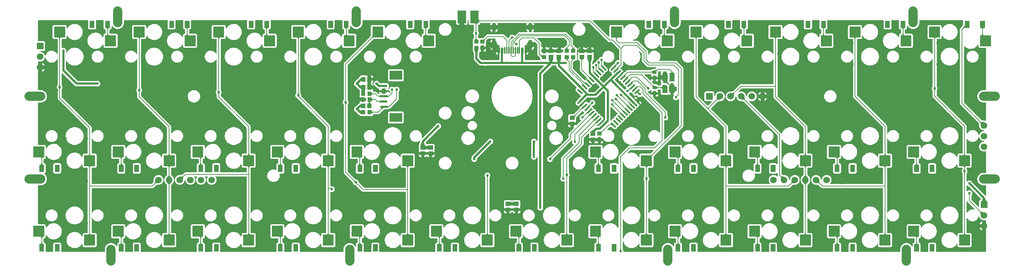
<source format=gbl>
G04 Layer: BottomLayer*
G04 EasyEDA v6.4.25, 2022-01-27T13:57:17+08:00*
G04 c860a57ab6e24c20a85ed983e1d1ab15,3b57db4a37c74da5bb1b5bc11455ab19,10*
G04 Gerber Generator version 0.2*
G04 Scale: 100 percent, Rotated: No, Reflected: No *
G04 Dimensions in inches *
G04 leading zeros omitted , absolute positions ,3 integer and 6 decimal *
%FSLAX36Y36*%
%MOIN*%

%ADD11C,0.0080*%
%ADD12C,0.0200*%
%ADD13C,0.0240*%
%ADD19C,0.0620*%
%ADD21C,0.0472*%
%ADD22C,0.0866*%
%ADD23C,0.0165*%
%ADD24C,0.0236*%
%ADD25C,0.0118*%

%LPD*%
G36*
X291500Y403100D02*
G01*
X289980Y403400D01*
X288680Y404260D01*
X287820Y405560D01*
X287500Y407100D01*
X287500Y418600D01*
X278160Y418600D01*
X276620Y418900D01*
X275340Y419760D01*
X274460Y421060D01*
X274160Y422600D01*
X274160Y437600D01*
X274460Y439120D01*
X275340Y440420D01*
X276620Y441300D01*
X278160Y441599D01*
X287500Y441599D01*
X287500Y463300D01*
X280200Y463300D01*
X278560Y463140D01*
X276900Y463320D01*
X275480Y464159D01*
X274500Y465500D01*
X274160Y467120D01*
X274140Y500720D01*
X273640Y504380D01*
X272500Y507720D01*
X270780Y510820D01*
X268400Y513680D01*
X238140Y543960D01*
X237280Y545240D01*
X236960Y546780D01*
X237280Y548320D01*
X238140Y549600D01*
X239440Y550480D01*
X240960Y550780D01*
X484360Y550780D01*
X485900Y550480D01*
X487200Y549620D01*
X516680Y520180D01*
X517560Y518880D01*
X517860Y517360D01*
X517860Y489680D01*
X517560Y488160D01*
X516680Y486860D01*
X500959Y471120D01*
X498740Y468160D01*
X497299Y465360D01*
X496520Y464280D01*
X495420Y463540D01*
X494140Y463200D01*
X492040Y462980D01*
X489200Y462120D01*
X486580Y460720D01*
X484280Y458840D01*
X482380Y456520D01*
X481599Y455080D01*
X480500Y453760D01*
X478940Y453040D01*
X477220Y453040D01*
X475660Y453760D01*
X474540Y455080D01*
X474240Y455660D01*
X472340Y457960D01*
X470040Y459840D01*
X467420Y461260D01*
X464580Y462120D01*
X461420Y462420D01*
X453280Y462420D01*
X453280Y439880D01*
X475800Y439880D01*
X477340Y439580D01*
X478640Y438720D01*
X479500Y437420D01*
X479799Y435880D01*
X479799Y419200D01*
X479500Y417660D01*
X478640Y416360D01*
X477340Y415500D01*
X475800Y415200D01*
X453280Y415200D01*
X453280Y411300D01*
X452980Y409780D01*
X452120Y408480D01*
X450820Y407600D01*
X449280Y407299D01*
X430640Y407299D01*
X429099Y407600D01*
X427800Y408480D01*
X426940Y409780D01*
X426640Y411300D01*
X426640Y415200D01*
X378340Y415220D01*
X378340Y411320D01*
X378020Y409799D01*
X377160Y408500D01*
X375860Y407620D01*
X374340Y407320D01*
X355680Y407320D01*
X354140Y407620D01*
X352860Y408500D01*
X351980Y409799D01*
X351680Y411320D01*
X351680Y415220D01*
X324159Y415220D01*
X322760Y415460D01*
X321560Y416180D01*
X320660Y417260D01*
X320200Y418600D01*
X312500Y418600D01*
X312500Y407100D01*
X312200Y405560D01*
X311340Y404260D01*
X310040Y403400D01*
X308500Y403100D01*
G37*

%LPC*%
G36*
X342480Y439900D02*
G01*
X351680Y439900D01*
X351680Y462440D01*
X343560Y462440D01*
X340400Y462120D01*
X337540Y461260D01*
X333540Y459040D01*
X332200Y458800D01*
X330860Y459040D01*
X329660Y459720D01*
X328440Y460720D01*
X325820Y462120D01*
X322960Y462980D01*
X319820Y463300D01*
X312500Y463300D01*
X312500Y441599D01*
X339200Y441599D01*
X340460Y441400D01*
X341599Y440800D01*
G37*
G36*
X406220Y439880D02*
G01*
X426640Y439880D01*
X426640Y462420D01*
X418500Y462420D01*
X415340Y462120D01*
X412500Y461260D01*
X409880Y459840D01*
X407580Y457960D01*
X405580Y455540D01*
X404200Y454460D01*
X402500Y454080D01*
X400780Y454460D01*
X399400Y455540D01*
X397400Y457980D01*
X395100Y459860D01*
X392460Y461260D01*
X389620Y462120D01*
X386460Y462440D01*
X378340Y462440D01*
X378340Y439900D01*
G37*

%LPD*%
G36*
X123660Y340180D02*
G01*
X122120Y340480D01*
X120840Y341360D01*
X119960Y342640D01*
X119660Y344180D01*
X119660Y385000D01*
X121500Y415400D01*
X121500Y450620D01*
X121160Y455000D01*
X120180Y459120D01*
X118560Y463040D01*
X117739Y464660D01*
X117579Y465740D01*
X117579Y475379D01*
X117960Y477060D01*
X119000Y478440D01*
X120520Y479240D01*
X123920Y480180D01*
X128100Y482040D01*
X131940Y484540D01*
X135380Y487600D01*
X138280Y491120D01*
X140640Y495060D01*
X142340Y499320D01*
X143400Y503780D01*
X143560Y505980D01*
X143940Y507420D01*
X144840Y508620D01*
X146080Y509400D01*
X147540Y509680D01*
X155780Y509680D01*
X155780Y526780D01*
X156080Y528320D01*
X156940Y529600D01*
X158240Y530480D01*
X159780Y530780D01*
X180400Y530780D01*
X181920Y530480D01*
X183220Y529600D01*
X184100Y528320D01*
X184400Y526780D01*
X184400Y509680D01*
X208460Y509680D01*
X208460Y510640D01*
X209180Y512180D01*
X210460Y513280D01*
X212100Y513760D01*
X213760Y513500D01*
X215200Y512600D01*
X234579Y493200D01*
X235460Y491900D01*
X235760Y490379D01*
X235780Y399240D01*
X236280Y395580D01*
X237420Y392239D01*
X239140Y389140D01*
X241520Y386280D01*
X256620Y371100D01*
X264040Y361000D01*
X264600Y359880D01*
X264800Y358640D01*
X264800Y352100D01*
X265120Y348940D01*
X266460Y344500D01*
X266240Y342860D01*
X265400Y341460D01*
X264060Y340520D01*
X262460Y340180D01*
G37*

%LPC*%
G36*
X134400Y450319D02*
G01*
X155780Y450319D01*
X155780Y465300D01*
X134400Y465300D01*
G37*
G36*
X184400Y435740D02*
G01*
X187940Y437280D01*
X192460Y440040D01*
X196580Y443380D01*
X200200Y447239D01*
X203240Y451580D01*
X205680Y456280D01*
X207460Y461280D01*
X208299Y465300D01*
X184400Y465300D01*
G37*
G36*
X134400Y389700D02*
G01*
X138240Y391300D01*
X141860Y393500D01*
X145080Y396260D01*
X147840Y399480D01*
X150040Y403100D01*
X151660Y407000D01*
X152660Y411120D01*
X153000Y415800D01*
X134400Y415800D01*
G37*

%LPD*%
G36*
X-282840Y340180D02*
G01*
X-284380Y340480D01*
X-285680Y341360D01*
X-308560Y364240D01*
X-309440Y365540D01*
X-309740Y367080D01*
X-309740Y403800D01*
X-309540Y405060D01*
X-304900Y419060D01*
X-304260Y420240D01*
X-303280Y421160D01*
X-302040Y421700D01*
X-300700Y421780D01*
X-299800Y421700D01*
X-292500Y421700D01*
X-292500Y443400D01*
X-295800Y443400D01*
X-297320Y443700D01*
X-298620Y444560D01*
X-299480Y445860D01*
X-299800Y447400D01*
X-299800Y462400D01*
X-299480Y463920D01*
X-298620Y465220D01*
X-297320Y466100D01*
X-295800Y466400D01*
X-292500Y466400D01*
X-292500Y477900D01*
X-292180Y479420D01*
X-291320Y480720D01*
X-290020Y481599D01*
X-288500Y481900D01*
X-271500Y481900D01*
X-269960Y481599D01*
X-268660Y480720D01*
X-267800Y479420D01*
X-267500Y477900D01*
X-267500Y466400D01*
X-244800Y466400D01*
X-244800Y472700D01*
X-245100Y475860D01*
X-245960Y478700D01*
X-247380Y481320D01*
X-248299Y482460D01*
X-248980Y483640D01*
X-249200Y485000D01*
X-248980Y486340D01*
X-248299Y487540D01*
X-247380Y488660D01*
X-245960Y491280D01*
X-245100Y494140D01*
X-244800Y497299D01*
X-244800Y519640D01*
X-244680Y520600D01*
X-244340Y521500D01*
X-242320Y525340D01*
X-241620Y526300D01*
X-223340Y544600D01*
X-222040Y545480D01*
X-220520Y545780D01*
X-188580Y545780D01*
X-187060Y545480D01*
X-185760Y544620D01*
X-184899Y543340D01*
X-184579Y541820D01*
X-184860Y540300D01*
X-185700Y539000D01*
X-186980Y538120D01*
X-187920Y537700D01*
X-192460Y534940D01*
X-196560Y531600D01*
X-200180Y527740D01*
X-203240Y523400D01*
X-205680Y518700D01*
X-207440Y513720D01*
X-208280Y509680D01*
X-184380Y509680D01*
X-184380Y541780D01*
X-184080Y543320D01*
X-183220Y544600D01*
X-181920Y545480D01*
X-180380Y545780D01*
X-159760Y545780D01*
X-158240Y545480D01*
X-156940Y544600D01*
X-156060Y543320D01*
X-155760Y541780D01*
X-155760Y509680D01*
X-147620Y509680D01*
X-146240Y509420D01*
X-145020Y508720D01*
X-144120Y507620D01*
X-143660Y506280D01*
X-142940Y501540D01*
X-141560Y497160D01*
X-139520Y493060D01*
X-136880Y489300D01*
X-133700Y486000D01*
X-130060Y483220D01*
X-126020Y481019D01*
X-121700Y479480D01*
X-120800Y479300D01*
X-119520Y478820D01*
X-118480Y477920D01*
X-117800Y476719D01*
X-117579Y475379D01*
X-117579Y465740D01*
X-117720Y464660D01*
X-118539Y463040D01*
X-120160Y459120D01*
X-121140Y455000D01*
X-121500Y450620D01*
X-121460Y414320D01*
X-119640Y385020D01*
X-119640Y344180D01*
X-119940Y342640D01*
X-120820Y341360D01*
X-122100Y340480D01*
X-123640Y340180D01*
X-241520Y340180D01*
X-242460Y340300D01*
X-246380Y341240D01*
X-250640Y341560D01*
X-254899Y341240D01*
X-258820Y340300D01*
X-259760Y340180D01*
G37*

%LPC*%
G36*
X-134380Y389700D02*
G01*
X-134380Y415800D01*
X-152980Y415800D01*
X-152640Y411120D01*
X-151660Y407000D01*
X-150040Y403100D01*
X-147820Y399480D01*
X-145060Y396260D01*
X-141840Y393500D01*
X-138240Y391300D01*
G37*
G36*
X-267500Y421700D02*
G01*
X-260180Y421700D01*
X-257040Y422000D01*
X-254180Y422879D01*
X-251560Y424280D01*
X-249259Y426160D01*
X-247380Y428459D01*
X-245960Y431079D01*
X-245100Y433940D01*
X-244800Y437100D01*
X-244800Y443400D01*
X-267500Y443400D01*
G37*
G36*
X-184380Y435740D02*
G01*
X-184380Y465300D01*
X-208280Y465300D01*
X-207440Y461280D01*
X-205680Y456280D01*
X-203240Y451580D01*
X-200180Y447239D01*
X-196560Y443380D01*
X-192460Y440040D01*
X-187920Y437280D01*
G37*
G36*
X-155760Y450319D02*
G01*
X-134380Y450319D01*
X-134380Y465300D01*
X-155760Y465300D01*
G37*

%LPD*%
G36*
X860960Y126380D02*
G01*
X859419Y126679D01*
X858139Y127540D01*
X824080Y161580D01*
X823220Y162880D01*
X822920Y164420D01*
X823220Y165960D01*
X824100Y167260D01*
X827099Y170240D01*
X829340Y173400D01*
X831040Y176880D01*
X832159Y180580D01*
X832220Y181180D01*
X832820Y182820D01*
X834060Y184060D01*
X835699Y184640D01*
X836280Y184720D01*
X840000Y185820D01*
X843480Y187520D01*
X846620Y189780D01*
X849360Y192520D01*
X851620Y195660D01*
X853319Y199140D01*
X854419Y202860D01*
X854500Y203440D01*
X855080Y205080D01*
X856320Y206320D01*
X857980Y206920D01*
X858560Y206980D01*
X862260Y208100D01*
X865740Y209800D01*
X868900Y212040D01*
X871640Y214780D01*
X873880Y217940D01*
X875580Y221420D01*
X876700Y225120D01*
X876760Y225720D01*
X877360Y227360D01*
X878600Y228600D01*
X880240Y229180D01*
X880819Y229259D01*
X884539Y230360D01*
X888020Y232060D01*
X891160Y234320D01*
X893900Y237060D01*
X896160Y240200D01*
X897860Y243680D01*
X898960Y247399D01*
X899440Y251240D01*
X899280Y255120D01*
X898480Y258900D01*
X897080Y262520D01*
X895100Y265840D01*
X892480Y268920D01*
X860340Y301080D01*
X859460Y302380D01*
X859160Y303900D01*
X859160Y323340D01*
X859300Y324400D01*
X859720Y325400D01*
X861580Y328480D01*
X862780Y330280D01*
X863940Y331440D01*
X865460Y332020D01*
X867099Y331960D01*
X868560Y331240D01*
X873620Y327340D01*
X879140Y324020D01*
X885000Y321320D01*
X891140Y319340D01*
X897480Y318060D01*
X903900Y317500D01*
X910360Y317680D01*
X916740Y318600D01*
X922980Y320240D01*
X929000Y322580D01*
X934720Y325600D01*
X940040Y329240D01*
X944920Y333459D01*
X949280Y338220D01*
X953080Y343440D01*
X956260Y349060D01*
X958760Y355020D01*
X960580Y361200D01*
X961680Y367560D01*
X962060Y374000D01*
X961680Y380460D01*
X960580Y386820D01*
X958760Y393000D01*
X956260Y398960D01*
X953080Y404580D01*
X949280Y409799D01*
X944920Y414560D01*
X940040Y418780D01*
X934720Y422420D01*
X929000Y425439D01*
X922980Y427780D01*
X916740Y429420D01*
X910360Y430340D01*
X903900Y430520D01*
X897480Y429960D01*
X891140Y428680D01*
X885000Y426700D01*
X879140Y424000D01*
X873620Y420680D01*
X868500Y416740D01*
X863880Y412239D01*
X859780Y407239D01*
X856300Y401800D01*
X853439Y396019D01*
X851280Y389940D01*
X849820Y383640D01*
X849080Y377239D01*
X849080Y375780D01*
X848740Y374159D01*
X847780Y372819D01*
X846380Y371980D01*
X844740Y371780D01*
X840000Y372180D01*
X835759Y371860D01*
X831600Y370860D01*
X827660Y369219D01*
X824020Y367000D01*
X820780Y364219D01*
X818020Y360980D01*
X815780Y357340D01*
X814160Y353400D01*
X813259Y349700D01*
X812680Y348360D01*
X811640Y347340D01*
X810300Y346740D01*
X806600Y345860D01*
X802660Y344219D01*
X799020Y342000D01*
X795780Y339219D01*
X793020Y335980D01*
X790780Y332340D01*
X789160Y328400D01*
X788259Y324700D01*
X787680Y323360D01*
X786640Y322340D01*
X785300Y321740D01*
X781600Y320860D01*
X777660Y319220D01*
X774020Y317000D01*
X770780Y314220D01*
X768020Y310980D01*
X765780Y307340D01*
X764539Y304340D01*
X763820Y303200D01*
X762780Y302360D01*
X761500Y301920D01*
X759920Y301660D01*
X758199Y301760D01*
X756680Y302560D01*
X755639Y303920D01*
X755260Y305600D01*
X755260Y319180D01*
X755520Y320620D01*
X765780Y347120D01*
X766540Y349760D01*
X766860Y352960D01*
X766860Y391920D01*
X766540Y395080D01*
X765180Y399340D01*
X765180Y400640D01*
X766540Y404900D01*
X766860Y408060D01*
X766860Y415220D01*
X743340Y415220D01*
X743340Y411320D01*
X743020Y409799D01*
X742159Y408500D01*
X740860Y407620D01*
X739340Y407320D01*
X720680Y407320D01*
X719140Y407620D01*
X717860Y408500D01*
X716979Y409799D01*
X716680Y411320D01*
X716680Y415220D01*
X668340Y415220D01*
X668340Y411320D01*
X668020Y409799D01*
X667159Y408500D01*
X665860Y407620D01*
X664340Y407320D01*
X645680Y407320D01*
X644140Y407620D01*
X642860Y408500D01*
X641979Y409799D01*
X641680Y411320D01*
X641680Y415220D01*
X615580Y415220D01*
X616740Y414600D01*
X617780Y413240D01*
X618160Y411560D01*
X618160Y408060D01*
X618460Y404900D01*
X619840Y400640D01*
X619840Y399340D01*
X619320Y397939D01*
X618460Y395080D01*
X618160Y391920D01*
X618160Y388440D01*
X617780Y386760D01*
X616740Y385379D01*
X615200Y384580D01*
X613480Y384500D01*
X611880Y385140D01*
X610700Y386400D01*
X610180Y388040D01*
X609900Y390860D01*
X609040Y393700D01*
X607620Y396320D01*
X606700Y397460D01*
X606020Y398640D01*
X605800Y400000D01*
X606020Y401340D01*
X606700Y402540D01*
X607620Y403660D01*
X609040Y406280D01*
X609900Y409140D01*
X610180Y411940D01*
X610700Y413579D01*
X611880Y414840D01*
X613260Y415400D01*
X612680Y415520D01*
X611380Y416380D01*
X610520Y417680D01*
X610200Y419219D01*
X610200Y435900D01*
X610520Y437420D01*
X611380Y438720D01*
X612680Y439600D01*
X614200Y439900D01*
X641680Y439900D01*
X641680Y462440D01*
X633560Y462440D01*
X630400Y462120D01*
X627540Y461260D01*
X624920Y459860D01*
X622620Y457980D01*
X620740Y455680D01*
X619320Y453060D01*
X618460Y450180D01*
X618180Y447660D01*
X617660Y446079D01*
X616540Y444840D01*
X615020Y444180D01*
X613360Y444180D01*
X611840Y444880D01*
X610740Y446120D01*
X610220Y447700D01*
X609900Y451060D01*
X609040Y453900D01*
X607620Y456520D01*
X605740Y458840D01*
X603440Y460720D01*
X600820Y462120D01*
X597960Y462980D01*
X595980Y463180D01*
X594700Y463519D01*
X593600Y464280D01*
X592800Y465340D01*
X591320Y468280D01*
X589180Y471079D01*
X573340Y486880D01*
X572460Y488180D01*
X572160Y489720D01*
X572140Y534320D01*
X571640Y537980D01*
X570500Y541320D01*
X568780Y544420D01*
X566400Y547280D01*
X513600Y600080D01*
X510660Y602280D01*
X507480Y603860D01*
X504080Y604840D01*
X500379Y605180D01*
X199520Y605180D01*
X198020Y605480D01*
X196720Y606320D01*
X195859Y607580D01*
X195520Y609080D01*
X195780Y610600D01*
X196600Y611920D01*
X200200Y615760D01*
X203240Y620080D01*
X205680Y624780D01*
X207460Y629780D01*
X207880Y631840D01*
X184400Y631840D01*
X184400Y609180D01*
X184100Y607640D01*
X183220Y606360D01*
X181920Y605480D01*
X180400Y605180D01*
X159780Y605180D01*
X158240Y605480D01*
X156940Y606360D01*
X156080Y607640D01*
X155780Y609180D01*
X155780Y631840D01*
X132280Y631840D01*
X132720Y629780D01*
X134480Y624780D01*
X136920Y620080D01*
X139980Y615760D01*
X143580Y611920D01*
X144380Y610600D01*
X144640Y609080D01*
X144320Y607580D01*
X143440Y606320D01*
X142160Y605480D01*
X140640Y605180D01*
X67620Y605160D01*
X63960Y604660D01*
X60620Y603520D01*
X57520Y601800D01*
X54660Y599420D01*
X27000Y571780D01*
X25640Y570880D01*
X24020Y570600D01*
X22420Y571000D01*
X21140Y572000D01*
X19240Y574220D01*
X16000Y577000D01*
X12360Y579220D01*
X8420Y580860D01*
X4260Y581860D01*
X20Y582180D01*
X-4240Y581860D01*
X-8400Y580860D01*
X-12340Y579220D01*
X-15980Y577000D01*
X-19220Y574220D01*
X-21980Y570980D01*
X-24220Y567340D01*
X-25840Y563400D01*
X-26960Y558420D01*
X-27799Y555120D01*
X-28200Y554120D01*
X-28860Y553280D01*
X-34700Y547440D01*
X-36000Y546580D01*
X-37520Y546280D01*
X-39060Y546580D01*
X-40359Y547440D01*
X-72000Y579080D01*
X-74940Y581280D01*
X-78120Y582860D01*
X-81519Y583840D01*
X-85220Y584180D01*
X-230960Y584160D01*
X-234460Y583680D01*
X-237820Y582560D01*
X-240940Y580860D01*
X-243140Y579100D01*
X-269680Y552540D01*
X-271200Y551580D01*
X-279940Y548520D01*
X-281260Y548300D01*
X-299800Y548300D01*
X-302940Y547980D01*
X-306300Y546940D01*
X-307500Y546760D01*
X-308680Y546940D01*
X-312040Y547980D01*
X-315180Y548300D01*
X-316740Y548300D01*
X-318280Y548600D01*
X-319560Y549460D01*
X-320439Y550760D01*
X-320740Y552300D01*
X-320740Y573420D01*
X-320600Y574480D01*
X-320180Y575460D01*
X-318440Y578400D01*
X-315760Y582660D01*
X-314140Y586600D01*
X-313140Y590740D01*
X-312800Y595000D01*
X-313140Y599260D01*
X-314140Y603400D01*
X-315760Y607340D01*
X-318440Y611600D01*
X-320180Y614540D01*
X-320600Y615520D01*
X-320740Y616580D01*
X-320740Y669780D01*
X-320439Y671300D01*
X-319560Y672600D01*
X-318280Y673460D01*
X-316740Y673780D01*
X-315160Y673780D01*
X-312000Y674080D01*
X-309140Y674940D01*
X-306520Y676340D01*
X-304220Y678240D01*
X-302340Y680540D01*
X-300920Y683160D01*
X-300060Y686020D01*
X-299960Y687180D01*
X-299540Y688580D01*
X-298660Y689740D01*
X-297400Y690520D01*
X-295960Y690780D01*
X-206200Y690780D01*
X-204500Y690400D01*
X-203120Y689340D01*
X-202340Y687800D01*
X-202260Y686080D01*
X-205680Y679340D01*
X-207440Y674340D01*
X-207880Y672280D01*
X-184380Y672280D01*
X-184380Y686780D01*
X-184080Y688319D01*
X-183220Y689599D01*
X-181920Y690480D01*
X-180380Y690780D01*
X-159760Y690780D01*
X-158240Y690480D01*
X-156940Y689599D01*
X-156060Y688319D01*
X-155760Y686780D01*
X-155760Y672280D01*
X-132280Y672280D01*
X-132700Y674340D01*
X-134480Y679340D01*
X-136920Y684040D01*
X-137880Y686080D01*
X-137820Y687800D01*
X-137020Y689340D01*
X-135640Y690400D01*
X-133940Y690780D01*
X133960Y690780D01*
X135660Y690400D01*
X137040Y689340D01*
X137820Y687800D01*
X137900Y686080D01*
X134480Y679340D01*
X132720Y674340D01*
X132280Y672280D01*
X155780Y672280D01*
X155780Y686780D01*
X156080Y688319D01*
X156940Y689599D01*
X158240Y690480D01*
X159780Y690780D01*
X180400Y690780D01*
X181920Y690480D01*
X183220Y689599D01*
X184100Y688319D01*
X184400Y686780D01*
X184400Y672280D01*
X207880Y672280D01*
X207460Y674340D01*
X205680Y679340D01*
X203240Y684040D01*
X202280Y686080D01*
X202340Y687800D01*
X203140Y689340D01*
X204520Y690400D01*
X206220Y690780D01*
X599720Y690780D01*
X601440Y690380D01*
X602820Y689300D01*
X603600Y687700D01*
X603620Y685939D01*
X602880Y684340D01*
X601520Y683220D01*
X599700Y682280D01*
X594120Y678640D01*
X588980Y674400D01*
X584320Y669640D01*
X580240Y664380D01*
X576740Y658700D01*
X573900Y652680D01*
X571740Y646380D01*
X570280Y639880D01*
X569560Y633260D01*
X569560Y626580D01*
X570280Y619960D01*
X571740Y613460D01*
X573900Y607160D01*
X576740Y601140D01*
X580240Y595460D01*
X584320Y590200D01*
X588980Y585440D01*
X594120Y581200D01*
X599700Y577560D01*
X605640Y574540D01*
X611880Y572200D01*
X618340Y570580D01*
X624940Y569660D01*
X631600Y569480D01*
X638240Y570020D01*
X644780Y571300D01*
X651140Y573280D01*
X657240Y575960D01*
X663000Y579300D01*
X668379Y583240D01*
X673280Y587760D01*
X677640Y592780D01*
X681440Y598260D01*
X684620Y604120D01*
X687120Y610280D01*
X688940Y616700D01*
X690040Y623260D01*
X690400Y629920D01*
X690040Y636580D01*
X688940Y643139D01*
X687120Y649560D01*
X684620Y655720D01*
X681440Y661580D01*
X677640Y667060D01*
X673280Y672080D01*
X668379Y676600D01*
X663000Y680540D01*
X658199Y683319D01*
X656919Y684479D01*
X656260Y686080D01*
X656340Y687820D01*
X657140Y689360D01*
X658520Y690400D01*
X660200Y690780D01*
X725440Y690780D01*
X726979Y690480D01*
X728280Y689599D01*
X901919Y515880D01*
X904860Y513680D01*
X908040Y512100D01*
X911440Y511120D01*
X915140Y510780D01*
X935460Y510780D01*
X936979Y510480D01*
X938280Y509600D01*
X1004580Y443300D01*
X1005460Y442000D01*
X1005759Y440480D01*
X1005759Y345360D01*
X1005500Y343960D01*
X1004760Y342720D01*
X1003640Y341840D01*
X1002260Y341400D01*
X1000819Y341480D01*
X999260Y341860D01*
X995020Y342180D01*
X990759Y341860D01*
X986600Y340860D01*
X982660Y339219D01*
X979020Y337000D01*
X975780Y334219D01*
X973020Y330980D01*
X970780Y327340D01*
X969160Y323400D01*
X968160Y319260D01*
X967840Y315320D01*
X967540Y313040D01*
X967180Y311780D01*
X966400Y310720D01*
X965160Y309480D01*
X964040Y308680D01*
X957580Y306140D01*
X954240Y304160D01*
X951160Y301540D01*
X918560Y268920D01*
X915939Y265840D01*
X913960Y262520D01*
X912540Y258900D01*
X911760Y255120D01*
X911600Y251240D01*
X912080Y247399D01*
X913180Y243680D01*
X914880Y240200D01*
X917140Y237060D01*
X919860Y234320D01*
X923020Y232060D01*
X926500Y230360D01*
X930220Y229259D01*
X930800Y229180D01*
X932440Y228600D01*
X933680Y227360D01*
X934280Y225720D01*
X934340Y225120D01*
X935460Y221420D01*
X937159Y217940D01*
X939400Y214780D01*
X942380Y211800D01*
X943259Y210500D01*
X943560Y208980D01*
X943259Y207440D01*
X942380Y206140D01*
X863780Y127540D01*
X862500Y126679D01*
G37*

%LPC*%
G36*
X-184380Y604240D02*
G01*
X-184380Y631840D01*
X-207880Y631840D01*
X-207440Y629780D01*
X-205680Y624780D01*
X-203240Y620080D01*
X-200180Y615760D01*
X-196560Y611880D01*
X-192460Y608540D01*
X-187920Y605780D01*
G37*
G36*
X-155760Y604240D02*
G01*
X-152220Y605780D01*
X-147700Y608540D01*
X-143580Y611880D01*
X-139960Y615760D01*
X-136920Y620080D01*
X-134480Y624780D01*
X-132700Y629780D01*
X-132280Y631840D01*
X-155760Y631840D01*
G37*
G36*
X668340Y439900D02*
G01*
X716680Y439900D01*
X716680Y462440D01*
X708560Y462440D01*
X705400Y462120D01*
X702540Y461260D01*
X699920Y459860D01*
X697620Y457980D01*
X695600Y455520D01*
X694220Y454440D01*
X692500Y454060D01*
X690800Y454440D01*
X689419Y455520D01*
X687400Y457980D01*
X685100Y459860D01*
X682460Y461260D01*
X679620Y462120D01*
X676460Y462440D01*
X668340Y462440D01*
G37*
G36*
X743340Y439900D02*
G01*
X766860Y439900D01*
X766860Y447040D01*
X766540Y450200D01*
X765680Y453060D01*
X764280Y455680D01*
X762400Y457980D01*
X760100Y459860D01*
X757460Y461260D01*
X754620Y462120D01*
X751460Y462440D01*
X743340Y462440D01*
G37*

%LPD*%
G36*
X1462680Y113980D02*
G01*
X1461240Y114300D01*
X1460020Y115140D01*
X1456440Y118720D01*
X1455580Y120020D01*
X1455280Y121540D01*
X1455580Y123080D01*
X1456440Y124380D01*
X1457740Y125239D01*
X1459280Y125540D01*
X1459960Y125540D01*
X1463120Y125860D01*
X1464900Y126400D01*
X1466579Y126540D01*
X1468180Y125960D01*
X1469379Y124780D01*
X1470000Y123219D01*
X1469920Y121540D01*
X1469160Y120020D01*
X1467220Y117680D01*
X1466380Y116080D01*
X1465440Y114920D01*
X1464160Y114200D01*
G37*

%LPD*%
G36*
X1375400Y101780D02*
G01*
X1373980Y102040D01*
X1372760Y102780D01*
X1371860Y103900D01*
X1370340Y106740D01*
X1368460Y109040D01*
X1366160Y110920D01*
X1363540Y112320D01*
X1360680Y113180D01*
X1357520Y113500D01*
X1343680Y113500D01*
X1342360Y113720D01*
X1333460Y116880D01*
X1331960Y117820D01*
X1314300Y135460D01*
X1313360Y136940D01*
X1313140Y138680D01*
X1313700Y140340D01*
X1314900Y141620D01*
X1316540Y142240D01*
X1318280Y142120D01*
X1319319Y141800D01*
X1322480Y141500D01*
X1328640Y141500D01*
X1328640Y162060D01*
X1307100Y162060D01*
X1307100Y156880D01*
X1307400Y153740D01*
X1307720Y152680D01*
X1307860Y150920D01*
X1307220Y149300D01*
X1305960Y148080D01*
X1304280Y147540D01*
X1302540Y147740D01*
X1301060Y148680D01*
X1248160Y201560D01*
X1247280Y202840D01*
X1246980Y204380D01*
X1247280Y205900D01*
X1248160Y207200D01*
X1249460Y208080D01*
X1250980Y208380D01*
X1304600Y208380D01*
X1306000Y208120D01*
X1307220Y207380D01*
X1308120Y206260D01*
X1309660Y203359D01*
X1310360Y202540D01*
X1311020Y201340D01*
X1311260Y200000D01*
X1311020Y198640D01*
X1310360Y197460D01*
X1309660Y196620D01*
X1308260Y194000D01*
X1307400Y191160D01*
X1307100Y188000D01*
X1307100Y182820D01*
X1328640Y182820D01*
X1328640Y192600D01*
X1328959Y194140D01*
X1329820Y195440D01*
X1331120Y196300D01*
X1332640Y196600D01*
X1347360Y196600D01*
X1348899Y196300D01*
X1350200Y195440D01*
X1351060Y194140D01*
X1351360Y192600D01*
X1351360Y182820D01*
X1372920Y182820D01*
X1372920Y188000D01*
X1372620Y191160D01*
X1371740Y194000D01*
X1370340Y196620D01*
X1369660Y197460D01*
X1368980Y198640D01*
X1368760Y200000D01*
X1368980Y201340D01*
X1369660Y202540D01*
X1370340Y203359D01*
X1371740Y206000D01*
X1372620Y208840D01*
X1372920Y212000D01*
X1372920Y229800D01*
X1373040Y230760D01*
X1373380Y231660D01*
X1374420Y233640D01*
X1375300Y234780D01*
X1376540Y235520D01*
X1377960Y235780D01*
X1398300Y235780D01*
X1399760Y235500D01*
X1401020Y234700D01*
X1401900Y233500D01*
X1402280Y232040D01*
X1402100Y230560D01*
X1401380Y229240D01*
X1400300Y227920D01*
X1398899Y225300D01*
X1398040Y222440D01*
X1397720Y219280D01*
X1397720Y202300D01*
X1422240Y202300D01*
X1422240Y231780D01*
X1422540Y233320D01*
X1423400Y234600D01*
X1424700Y235479D01*
X1426240Y235780D01*
X1446860Y235780D01*
X1448380Y235479D01*
X1449680Y234600D01*
X1450540Y233320D01*
X1450860Y231780D01*
X1450860Y202300D01*
X1460660Y202300D01*
X1462180Y202000D01*
X1463480Y201119D01*
X1464340Y199820D01*
X1464660Y198299D01*
X1464660Y161920D01*
X1464340Y160400D01*
X1463480Y159100D01*
X1462180Y158240D01*
X1460660Y157920D01*
X1450860Y157920D01*
X1450860Y128200D01*
X1450500Y126580D01*
X1449540Y125239D01*
X1448100Y124400D01*
X1446459Y124220D01*
X1444220Y124440D01*
X1426240Y124440D01*
X1424700Y124760D01*
X1423400Y125620D01*
X1422540Y126920D01*
X1422240Y128440D01*
X1422240Y157920D01*
X1397720Y157920D01*
X1397720Y140940D01*
X1398040Y137780D01*
X1398899Y134940D01*
X1400300Y132320D01*
X1402180Y130000D01*
X1404520Y128080D01*
X1405600Y126700D01*
X1405980Y125000D01*
X1405600Y123280D01*
X1404520Y121900D01*
X1402180Y119980D01*
X1400300Y117680D01*
X1398899Y115060D01*
X1398040Y112200D01*
X1397720Y109060D01*
X1397720Y105780D01*
X1397420Y104240D01*
X1396540Y102960D01*
X1395260Y102080D01*
X1393720Y101780D01*
G37*

%LPC*%
G36*
X1351360Y141500D02*
G01*
X1357520Y141500D01*
X1360680Y141800D01*
X1363540Y142660D01*
X1366160Y144080D01*
X1368460Y145960D01*
X1370340Y148260D01*
X1371740Y150880D01*
X1372620Y153740D01*
X1372920Y156880D01*
X1372920Y162060D01*
X1351360Y162060D01*
G37*

%LPD*%
G36*
X1058340Y62420D02*
G01*
X1056940Y62760D01*
X1055760Y63580D01*
X966280Y153100D01*
X965400Y154400D01*
X965100Y155920D01*
X965400Y157460D01*
X966280Y158760D01*
X1013660Y206140D01*
X1016460Y209440D01*
X1018600Y213039D01*
X1019500Y214400D01*
X1022660Y217580D01*
X1024100Y218500D01*
X1025800Y218740D01*
X1045860Y238800D01*
X1043220Y240100D01*
X1039500Y241200D01*
X1038920Y241280D01*
X1037280Y241860D01*
X1036040Y243100D01*
X1035440Y244760D01*
X1035380Y245340D01*
X1034260Y249040D01*
X1032560Y252520D01*
X1030320Y255680D01*
X1027580Y258420D01*
X1024419Y260680D01*
X1023259Y261240D01*
X1022060Y262140D01*
X1021280Y263440D01*
X1021020Y264940D01*
X1021340Y266400D01*
X1022200Y267660D01*
X1039060Y284540D01*
X1041260Y287480D01*
X1042840Y290660D01*
X1043820Y294060D01*
X1044160Y297760D01*
X1044160Y326060D01*
X1044500Y327700D01*
X1045500Y329040D01*
X1046940Y329880D01*
X1048600Y330040D01*
X1050180Y329520D01*
X1051420Y328380D01*
X1055940Y322020D01*
X1061180Y315980D01*
X1066980Y310460D01*
X1073280Y305500D01*
X1080000Y301180D01*
X1087120Y297520D01*
X1094540Y294540D01*
X1102220Y292280D01*
X1110080Y290780D01*
X1118040Y290020D01*
X1126060Y290020D01*
X1134020Y290780D01*
X1141880Y292280D01*
X1149560Y294540D01*
X1156980Y297520D01*
X1164100Y301180D01*
X1170820Y305500D01*
X1177120Y310460D01*
X1182920Y315980D01*
X1188160Y322020D01*
X1192800Y328540D01*
X1196800Y335480D01*
X1200120Y342760D01*
X1202740Y350319D01*
X1204620Y358100D01*
X1205760Y366019D01*
X1206140Y374000D01*
X1205760Y382000D01*
X1204620Y389920D01*
X1202740Y397700D01*
X1200120Y405260D01*
X1196800Y412540D01*
X1193620Y418040D01*
X1193100Y419600D01*
X1193260Y421220D01*
X1194040Y422660D01*
X1195340Y423660D01*
X1196940Y424040D01*
X1198540Y423780D01*
X1199900Y422879D01*
X1219580Y403200D01*
X1220460Y401900D01*
X1220760Y400379D01*
X1220780Y334240D01*
X1221280Y330580D01*
X1222420Y327239D01*
X1224140Y324140D01*
X1226520Y321280D01*
X1266920Y280880D01*
X1269860Y278680D01*
X1273040Y277100D01*
X1276440Y276120D01*
X1280140Y275780D01*
X1351540Y275780D01*
X1353120Y275460D01*
X1354440Y274520D01*
X1355300Y273140D01*
X1355520Y271540D01*
X1355100Y269960D01*
X1353760Y268420D01*
X1348040Y262720D01*
X1346540Y261780D01*
X1337800Y258720D01*
X1336480Y258500D01*
X1322480Y258500D01*
X1319319Y258180D01*
X1316480Y257320D01*
X1313860Y255920D01*
X1311560Y254040D01*
X1309660Y251740D01*
X1308160Y248900D01*
X1307260Y247780D01*
X1306040Y247040D01*
X1304620Y246780D01*
X1087820Y246759D01*
X1084160Y246260D01*
X1080820Y245120D01*
X1077720Y243400D01*
X1074860Y241020D01*
X1061840Y228000D01*
X1060580Y227160D01*
X1059100Y226840D01*
X1057620Y227079D01*
X1056320Y227880D01*
X1055240Y229420D01*
X1035180Y209360D01*
X1034940Y207659D01*
X1034020Y206220D01*
X1013860Y186080D01*
X1012420Y185159D01*
X1010740Y184920D01*
X990660Y164840D01*
X993319Y163560D01*
X997020Y162440D01*
X997600Y162380D01*
X999260Y161780D01*
X1000500Y160539D01*
X1001080Y158900D01*
X1001160Y158320D01*
X1002260Y154600D01*
X1003960Y151120D01*
X1006220Y147980D01*
X1008960Y145240D01*
X1012099Y142980D01*
X1015580Y141280D01*
X1019300Y140180D01*
X1019880Y140100D01*
X1021520Y139520D01*
X1022760Y138280D01*
X1023360Y136640D01*
X1023420Y136040D01*
X1024539Y132340D01*
X1026240Y128859D01*
X1028480Y125700D01*
X1031220Y122960D01*
X1034380Y120719D01*
X1037860Y119019D01*
X1041560Y117899D01*
X1042159Y117840D01*
X1043800Y117240D01*
X1045040Y116000D01*
X1045620Y114360D01*
X1045699Y113780D01*
X1046800Y110060D01*
X1048500Y106580D01*
X1050760Y103420D01*
X1053500Y100680D01*
X1056660Y98440D01*
X1060140Y96740D01*
X1063840Y95640D01*
X1064420Y95559D01*
X1066060Y94960D01*
X1067300Y93740D01*
X1067900Y92080D01*
X1067960Y91500D01*
X1069080Y87800D01*
X1070780Y84320D01*
X1073020Y81160D01*
X1073600Y80580D01*
X1074420Y79400D01*
X1074760Y78000D01*
X1074600Y76580D01*
X1073940Y75300D01*
X1072860Y74340D01*
X1069020Y72000D01*
X1065780Y69220D01*
X1063020Y65980D01*
X1062000Y64320D01*
X1061040Y63240D01*
X1059760Y62580D01*
G37*

%LPD*%
G36*
X726320Y38320D02*
G01*
X724780Y38620D01*
X723480Y39480D01*
X712740Y50240D01*
X711880Y51540D01*
X711560Y53060D01*
X711880Y54600D01*
X712740Y55900D01*
X715740Y58880D01*
X717980Y62040D01*
X719700Y65519D01*
X720800Y69240D01*
X720860Y69820D01*
X721460Y71460D01*
X722700Y72700D01*
X724340Y73300D01*
X724920Y73360D01*
X728640Y74460D01*
X732120Y76180D01*
X735280Y78420D01*
X738020Y81160D01*
X740260Y84320D01*
X741960Y87800D01*
X743060Y91500D01*
X743139Y92080D01*
X743740Y93740D01*
X744960Y94960D01*
X746620Y95559D01*
X747200Y95640D01*
X750900Y96740D01*
X753560Y98040D01*
X733480Y118100D01*
X731800Y118340D01*
X730360Y119260D01*
X710200Y139420D01*
X709280Y140840D01*
X709040Y142540D01*
X688980Y162600D01*
X687680Y159960D01*
X686580Y156240D01*
X686500Y155680D01*
X685920Y154020D01*
X684680Y152780D01*
X682660Y152160D01*
X681460Y152180D01*
X680320Y152580D01*
X679340Y153300D01*
X573340Y259259D01*
X572460Y260560D01*
X572160Y262100D01*
X572160Y315040D01*
X572460Y316580D01*
X573340Y317880D01*
X588580Y333040D01*
X590320Y335140D01*
X591200Y335980D01*
X592280Y336520D01*
X593480Y336700D01*
X594820Y336700D01*
X597960Y337000D01*
X600820Y337879D01*
X603440Y339280D01*
X605740Y341160D01*
X607620Y343459D01*
X609040Y346079D01*
X609900Y348920D01*
X610220Y352560D01*
X610720Y354159D01*
X611820Y355420D01*
X613360Y356120D01*
X615020Y356120D01*
X616560Y355439D01*
X617680Y354200D01*
X618180Y352600D01*
X618460Y349780D01*
X619320Y346940D01*
X620740Y344320D01*
X622620Y342020D01*
X624920Y340120D01*
X627540Y338720D01*
X630400Y337860D01*
X632260Y337680D01*
X633660Y337280D01*
X634820Y336380D01*
X635600Y335140D01*
X635860Y333700D01*
X635880Y249740D01*
X636380Y246080D01*
X637520Y242740D01*
X639240Y239640D01*
X641620Y236780D01*
X699800Y178600D01*
X700639Y177340D01*
X700960Y175859D01*
X700720Y174380D01*
X699940Y173080D01*
X698360Y172000D01*
X718420Y151920D01*
X720120Y151680D01*
X721560Y150760D01*
X741720Y130620D01*
X742640Y129179D01*
X742880Y127480D01*
X762940Y107420D01*
X764240Y110060D01*
X765340Y113780D01*
X765400Y114360D01*
X766000Y116000D01*
X767240Y117240D01*
X768880Y117840D01*
X769460Y117899D01*
X773180Y119019D01*
X776660Y120719D01*
X779820Y122960D01*
X782800Y125940D01*
X784100Y126820D01*
X785620Y127120D01*
X787159Y126820D01*
X788460Y125940D01*
X822500Y91900D01*
X823360Y90620D01*
X823660Y89080D01*
X823360Y87540D01*
X822500Y86260D01*
X775740Y39480D01*
X774440Y38620D01*
X772900Y38320D01*
G37*

%LPD*%
G36*
X929800Y-229360D02*
G01*
X928080Y-229259D01*
X926560Y-228460D01*
X925520Y-227079D01*
X925160Y-225400D01*
X925160Y-104179D01*
X925460Y-102640D01*
X926320Y-101340D01*
X927620Y-100480D01*
X929140Y-100180D01*
X930680Y-100460D01*
X936540Y-103100D01*
X937700Y-103900D01*
X992099Y-158260D01*
X992960Y-159500D01*
X993280Y-160980D01*
X993020Y-162480D01*
X992240Y-163760D01*
X991040Y-164680D01*
X989840Y-165260D01*
X986680Y-167520D01*
X983940Y-170260D01*
X981700Y-173400D01*
X980000Y-176880D01*
X978880Y-180600D01*
X978820Y-181180D01*
X978220Y-182820D01*
X976979Y-184060D01*
X975340Y-184660D01*
X974760Y-184720D01*
X971040Y-185840D01*
X967560Y-187540D01*
X964400Y-189780D01*
X961680Y-192520D01*
X959419Y-195680D01*
X957720Y-199160D01*
X956620Y-202860D01*
X956540Y-203440D01*
X955960Y-205100D01*
X954720Y-206340D01*
X953060Y-206920D01*
X952480Y-207000D01*
X948780Y-208100D01*
X945300Y-209800D01*
X942140Y-212060D01*
X939400Y-214800D01*
X937159Y-217940D01*
X935460Y-221420D01*
X934340Y-225140D01*
X934280Y-225720D01*
X933700Y-227320D01*
X932520Y-228560D01*
X930939Y-229180D01*
G37*

%LPD*%
G36*
X4454040Y-230400D02*
G01*
X4452480Y-230080D01*
X4446860Y-228640D01*
X4440880Y-227900D01*
X4419340Y-226620D01*
X4417940Y-226280D01*
X4416760Y-225460D01*
X4250340Y-59040D01*
X4249460Y-57740D01*
X4249160Y-56220D01*
X4249160Y468140D01*
X4249460Y469660D01*
X4250320Y470959D01*
X4251600Y471820D01*
X4253120Y472140D01*
X4254660Y471840D01*
X4255960Y471000D01*
X4260600Y466480D01*
X4266540Y461740D01*
X4272920Y457620D01*
X4279680Y454140D01*
X4286760Y451360D01*
X4294060Y449320D01*
X4301560Y448000D01*
X4309120Y447420D01*
X4316720Y447620D01*
X4324260Y448560D01*
X4331680Y450240D01*
X4338880Y452660D01*
X4345800Y455800D01*
X4352380Y459600D01*
X4358560Y464020D01*
X4364240Y469060D01*
X4369420Y474620D01*
X4374000Y480680D01*
X4377980Y487200D01*
X4379180Y488440D01*
X4380780Y489060D01*
X4382480Y488960D01*
X4384000Y488160D01*
X4385040Y486780D01*
X4385400Y485120D01*
X4385400Y472640D01*
X4385720Y469480D01*
X4386580Y466640D01*
X4387980Y464000D01*
X4389860Y461700D01*
X4392160Y459820D01*
X4394780Y458420D01*
X4397640Y457560D01*
X4400800Y457239D01*
X4454000Y457239D01*
X4455520Y456940D01*
X4456820Y456079D01*
X4457700Y454780D01*
X4458000Y453240D01*
X4458000Y62500D01*
X4457700Y60980D01*
X4456820Y59680D01*
X4455520Y58820D01*
X4454000Y58500D01*
X4433200Y58500D01*
X4426540Y58140D01*
X4420060Y57040D01*
X4413760Y55220D01*
X4407700Y52699D01*
X4401960Y49540D01*
X4396600Y45740D01*
X4391720Y41360D01*
X4387340Y36480D01*
X4383540Y31120D01*
X4380380Y25379D01*
X4377860Y19320D01*
X4376040Y13020D01*
X4374940Y6540D01*
X4374580Y0D01*
X4374940Y-6560D01*
X4376040Y-13020D01*
X4377860Y-19320D01*
X4380380Y-25379D01*
X4383540Y-31120D01*
X4387340Y-36480D01*
X4391720Y-41360D01*
X4396600Y-45740D01*
X4401960Y-49540D01*
X4407700Y-52699D01*
X4413760Y-55220D01*
X4420060Y-57040D01*
X4426540Y-58140D01*
X4433200Y-58500D01*
X4454000Y-58500D01*
X4455520Y-58820D01*
X4456820Y-59680D01*
X4457700Y-60980D01*
X4458000Y-62500D01*
X4458000Y-226400D01*
X4457700Y-227900D01*
X4456840Y-229200D01*
X4455560Y-230080D01*
G37*

%LPC*%
G36*
X4329100Y317500D02*
G01*
X4335560Y317680D01*
X4341940Y318600D01*
X4348180Y320240D01*
X4354200Y322580D01*
X4359920Y325600D01*
X4365240Y329240D01*
X4370120Y333459D01*
X4374480Y338220D01*
X4378280Y343440D01*
X4381460Y349060D01*
X4383960Y355020D01*
X4385780Y361200D01*
X4386880Y367560D01*
X4387260Y374000D01*
X4386880Y380460D01*
X4385780Y386820D01*
X4383960Y393000D01*
X4381460Y398960D01*
X4378280Y404580D01*
X4374480Y409799D01*
X4370120Y414560D01*
X4365240Y418780D01*
X4359920Y422420D01*
X4354200Y425439D01*
X4348180Y427780D01*
X4341940Y429420D01*
X4335560Y430340D01*
X4329100Y430520D01*
X4322680Y429960D01*
X4316340Y428680D01*
X4310200Y426700D01*
X4304340Y424000D01*
X4298820Y420680D01*
X4293700Y416740D01*
X4289080Y412239D01*
X4284980Y407239D01*
X4281500Y401800D01*
X4278640Y396019D01*
X4276480Y389940D01*
X4275020Y383640D01*
X4274280Y377239D01*
X4274280Y370780D01*
X4275020Y364360D01*
X4276480Y358080D01*
X4278640Y352000D01*
X4281500Y346220D01*
X4284980Y340780D01*
X4289080Y335780D01*
X4293700Y331280D01*
X4298820Y327340D01*
X4304340Y324020D01*
X4310200Y321320D01*
X4316340Y319340D01*
X4322680Y318060D01*
G37*

%LPD*%
G36*
X1433160Y-407120D02*
G01*
X1431620Y-406800D01*
X1430340Y-405940D01*
X1429460Y-404640D01*
X1429160Y-403120D01*
X1429160Y-230219D01*
X1429420Y-228800D01*
X1430160Y-227580D01*
X1431279Y-226680D01*
X1432660Y-226260D01*
X1434100Y-226340D01*
X1436260Y-226860D01*
X1440520Y-227180D01*
X1444760Y-226860D01*
X1448920Y-225859D01*
X1452860Y-224220D01*
X1456500Y-222000D01*
X1459740Y-219220D01*
X1462500Y-215980D01*
X1464740Y-212340D01*
X1466360Y-208400D01*
X1467360Y-204259D01*
X1467700Y-200000D01*
X1467360Y-195740D01*
X1466360Y-191600D01*
X1464740Y-187659D01*
X1462060Y-183400D01*
X1460320Y-180460D01*
X1459900Y-179480D01*
X1459760Y-178420D01*
X1459740Y-149760D01*
X1459240Y-146120D01*
X1458100Y-142760D01*
X1456380Y-139680D01*
X1454000Y-136800D01*
X1327460Y-10340D01*
X1326600Y-9060D01*
X1326300Y-7560D01*
X1326560Y-6040D01*
X1327400Y-4740D01*
X1328640Y-3860D01*
X1328640Y17060D01*
X1306120Y17060D01*
X1304820Y16080D01*
X1303240Y15680D01*
X1301620Y15960D01*
X1300260Y16840D01*
X1276040Y41060D01*
X1275160Y42400D01*
X1274860Y44000D01*
X1275240Y45560D01*
X1276180Y46860D01*
X1277580Y47680D01*
X1279180Y47880D01*
X1280020Y47820D01*
X1284259Y48140D01*
X1288420Y49140D01*
X1292360Y50780D01*
X1296000Y53000D01*
X1299240Y55780D01*
X1303420Y60660D01*
X1304960Y61280D01*
X1306620Y61240D01*
X1308120Y60519D01*
X1309199Y59240D01*
X1309660Y58360D01*
X1310360Y57539D01*
X1311020Y56340D01*
X1311260Y55000D01*
X1311020Y53640D01*
X1310360Y52460D01*
X1309660Y51620D01*
X1308260Y49000D01*
X1307400Y46160D01*
X1307100Y43000D01*
X1307100Y37820D01*
X1328640Y37820D01*
X1328640Y47600D01*
X1328959Y49140D01*
X1329820Y50439D01*
X1331120Y51300D01*
X1332640Y51600D01*
X1347360Y51600D01*
X1348899Y51300D01*
X1350200Y50439D01*
X1351060Y49140D01*
X1351360Y47600D01*
X1351360Y37820D01*
X1372920Y37820D01*
X1372920Y43000D01*
X1372620Y46160D01*
X1371740Y49000D01*
X1370340Y51620D01*
X1369660Y52460D01*
X1368980Y53640D01*
X1368760Y55000D01*
X1368980Y56340D01*
X1369660Y57539D01*
X1370340Y58360D01*
X1371900Y61260D01*
X1372780Y62380D01*
X1374019Y63120D01*
X1375420Y63380D01*
X1393720Y63380D01*
X1395260Y63080D01*
X1396540Y62200D01*
X1397420Y60920D01*
X1397720Y59380D01*
X1397720Y30700D01*
X1398040Y27540D01*
X1398899Y24700D01*
X1400300Y22080D01*
X1402180Y19780D01*
X1404480Y17880D01*
X1407120Y16480D01*
X1409960Y15620D01*
X1413120Y15300D01*
X1459960Y15300D01*
X1463120Y15620D01*
X1465980Y16480D01*
X1468120Y17640D01*
X1469360Y18040D01*
X1470660Y18040D01*
X1471900Y17640D01*
X1474040Y16480D01*
X1476879Y15620D01*
X1480040Y15300D01*
X1489160Y15300D01*
X1489160Y47699D01*
X1479360Y47699D01*
X1477840Y48000D01*
X1476540Y48860D01*
X1475660Y50160D01*
X1475360Y51700D01*
X1475360Y88059D01*
X1475660Y89600D01*
X1476540Y90900D01*
X1477840Y91760D01*
X1479360Y92060D01*
X1489160Y92060D01*
X1489160Y121540D01*
X1489460Y123080D01*
X1490340Y124380D01*
X1491639Y125239D01*
X1493160Y125540D01*
X1513779Y125540D01*
X1515320Y125239D01*
X1516620Y124380D01*
X1517480Y123080D01*
X1517780Y121540D01*
X1517780Y92060D01*
X1541800Y92060D01*
X1543340Y91760D01*
X1544640Y90900D01*
X1545500Y89600D01*
X1545800Y88059D01*
X1545800Y51700D01*
X1545500Y50160D01*
X1544640Y48860D01*
X1543340Y48000D01*
X1541800Y47699D01*
X1517780Y47699D01*
X1517780Y15280D01*
X1519400Y14720D01*
X1520640Y13520D01*
X1521260Y11940D01*
X1521160Y10220D01*
X1520340Y8720D01*
X1518020Y5980D01*
X1515780Y2340D01*
X1514160Y-1600D01*
X1513160Y-5740D01*
X1512820Y-10000D01*
X1513160Y-14260D01*
X1514160Y-18400D01*
X1515780Y-22340D01*
X1518020Y-25980D01*
X1520780Y-29220D01*
X1524019Y-32000D01*
X1527660Y-34220D01*
X1531600Y-35860D01*
X1535760Y-36860D01*
X1540020Y-37180D01*
X1544259Y-36860D01*
X1548420Y-35860D01*
X1552360Y-34220D01*
X1556000Y-32000D01*
X1559240Y-29220D01*
X1562000Y-25980D01*
X1563340Y-23780D01*
X1564540Y-22559D01*
X1566140Y-21920D01*
X1567840Y-22020D01*
X1569360Y-22839D01*
X1570400Y-24200D01*
X1570760Y-25880D01*
X1570760Y-269520D01*
X1570460Y-271040D01*
X1569580Y-272340D01*
X1435980Y-405940D01*
X1434700Y-406800D01*
G37*

%LPC*%
G36*
X1351360Y-3500D02*
G01*
X1357520Y-3500D01*
X1360680Y-3200D01*
X1363540Y-2340D01*
X1366160Y-920D01*
X1368460Y960D01*
X1370340Y3260D01*
X1371740Y5880D01*
X1372620Y8740D01*
X1372920Y11880D01*
X1372920Y17060D01*
X1351360Y17060D01*
G37*

%LPD*%
G36*
X1191800Y-571740D02*
G01*
X1190200Y-571120D01*
X1189000Y-569880D01*
X1185020Y-563360D01*
X1180440Y-557300D01*
X1175260Y-551740D01*
X1169580Y-546700D01*
X1163400Y-542280D01*
X1156820Y-538480D01*
X1149900Y-535340D01*
X1142700Y-532920D01*
X1135280Y-531240D01*
X1127740Y-530300D01*
X1120140Y-530100D01*
X1112580Y-530680D01*
X1105080Y-532000D01*
X1097780Y-534040D01*
X1091440Y-536540D01*
X1089920Y-536820D01*
X1088400Y-536480D01*
X1087120Y-535620D01*
X1086260Y-534320D01*
X1085980Y-532800D01*
X1086280Y-531280D01*
X1087140Y-529980D01*
X1111740Y-505400D01*
X1113040Y-504520D01*
X1114560Y-504219D01*
X1328060Y-504219D01*
X1329580Y-504520D01*
X1330880Y-505400D01*
X1331740Y-506680D01*
X1332060Y-508220D01*
X1331740Y-509760D01*
X1330880Y-511040D01*
X1305000Y-536920D01*
X1303440Y-537900D01*
X1297920Y-539720D01*
X1296660Y-539920D01*
X1211820Y-539920D01*
X1208660Y-540240D01*
X1205800Y-541100D01*
X1203180Y-542500D01*
X1200880Y-544400D01*
X1199000Y-546700D01*
X1197600Y-549320D01*
X1196740Y-552160D01*
X1196420Y-555320D01*
X1196420Y-567800D01*
X1196060Y-569460D01*
X1195020Y-570840D01*
X1193500Y-571640D01*
G37*

%LPD*%
G36*
X4454000Y-936760D02*
G01*
X4452460Y-936460D01*
X4451160Y-935580D01*
X4325500Y-809920D01*
X4324640Y-808620D01*
X4324240Y-807660D01*
X4322000Y-804020D01*
X4319240Y-800780D01*
X4316000Y-798000D01*
X4312360Y-795780D01*
X4308420Y-794140D01*
X4304260Y-793139D01*
X4300020Y-792820D01*
X4295760Y-793139D01*
X4291600Y-794140D01*
X4287660Y-795780D01*
X4284020Y-798000D01*
X4280760Y-800800D01*
X4279440Y-801540D01*
X4277960Y-801760D01*
X4276480Y-801400D01*
X4275260Y-800520D01*
X4274440Y-799240D01*
X4274160Y-797760D01*
X4274160Y-726660D01*
X4274300Y-725600D01*
X4274720Y-724599D01*
X4279240Y-717340D01*
X4280860Y-713400D01*
X4281860Y-709260D01*
X4282200Y-705000D01*
X4281860Y-700740D01*
X4280860Y-696600D01*
X4279240Y-692660D01*
X4274720Y-685400D01*
X4274300Y-684400D01*
X4274160Y-683340D01*
X4274160Y-676680D01*
X4274460Y-675160D01*
X4275340Y-673860D01*
X4276620Y-673000D01*
X4278160Y-672680D01*
X4305920Y-672680D01*
X4309060Y-672380D01*
X4311920Y-671520D01*
X4314540Y-670120D01*
X4316840Y-668220D01*
X4318720Y-665920D01*
X4320140Y-663300D01*
X4321000Y-660440D01*
X4321300Y-657300D01*
X4321300Y-555320D01*
X4321000Y-552160D01*
X4320140Y-549320D01*
X4318720Y-546700D01*
X4316840Y-544400D01*
X4314540Y-542500D01*
X4311920Y-541100D01*
X4309060Y-540240D01*
X4305920Y-539920D01*
X4278160Y-539920D01*
X4276620Y-539620D01*
X4275340Y-538760D01*
X4274460Y-537460D01*
X4274160Y-535920D01*
X4274160Y-404040D01*
X4274520Y-402380D01*
X4275540Y-401019D01*
X4277040Y-400200D01*
X4278720Y-400080D01*
X4280320Y-400680D01*
X4281520Y-401880D01*
X4284980Y-407239D01*
X4289060Y-412239D01*
X4293680Y-416740D01*
X4298800Y-420680D01*
X4304320Y-424020D01*
X4310200Y-426700D01*
X4316340Y-428700D01*
X4322660Y-429980D01*
X4329100Y-430520D01*
X4335540Y-430340D01*
X4341940Y-429420D01*
X4348180Y-427780D01*
X4354200Y-425439D01*
X4359900Y-422440D01*
X4365240Y-418780D01*
X4370100Y-414560D01*
X4374480Y-409799D01*
X4378260Y-404580D01*
X4381440Y-398960D01*
X4383960Y-393020D01*
X4385780Y-386820D01*
X4386500Y-384840D01*
X4387820Y-383660D01*
X4389500Y-383140D01*
X4391220Y-383400D01*
X4392680Y-384400D01*
X4393580Y-385900D01*
X4395240Y-391019D01*
X4397720Y-396280D01*
X4400820Y-401180D01*
X4404520Y-405640D01*
X4408760Y-409620D01*
X4413440Y-413020D01*
X4418520Y-415820D01*
X4423920Y-417960D01*
X4429540Y-419400D01*
X4434740Y-420060D01*
X4436300Y-420580D01*
X4437500Y-421700D01*
X4438160Y-423200D01*
X4438160Y-424840D01*
X4437500Y-426340D01*
X4436300Y-427460D01*
X4434740Y-427980D01*
X4429540Y-428640D01*
X4423920Y-430080D01*
X4418520Y-432220D01*
X4413440Y-435020D01*
X4408760Y-438420D01*
X4404520Y-442400D01*
X4400820Y-446860D01*
X4397720Y-451760D01*
X4395240Y-457020D01*
X4393460Y-462540D01*
X4392360Y-468240D01*
X4392000Y-474020D01*
X4392360Y-479799D01*
X4393460Y-485500D01*
X4395240Y-491019D01*
X4397720Y-496280D01*
X4400820Y-501180D01*
X4404520Y-505640D01*
X4408760Y-509620D01*
X4413440Y-513020D01*
X4418520Y-515820D01*
X4423920Y-517960D01*
X4429540Y-519400D01*
X4435300Y-520120D01*
X4441100Y-520120D01*
X4446860Y-519400D01*
X4452520Y-517939D01*
X4454040Y-517640D01*
X4455560Y-517960D01*
X4456840Y-518840D01*
X4457700Y-520140D01*
X4458000Y-521640D01*
X4458000Y-717020D01*
X4457700Y-718560D01*
X4456820Y-719860D01*
X4455520Y-720720D01*
X4454000Y-721020D01*
X4433200Y-721020D01*
X4426540Y-721400D01*
X4420060Y-722500D01*
X4413760Y-724320D01*
X4407700Y-726820D01*
X4401960Y-730000D01*
X4396600Y-733800D01*
X4391720Y-738160D01*
X4387340Y-743060D01*
X4383540Y-748400D01*
X4380380Y-754140D01*
X4377860Y-760200D01*
X4376040Y-766520D01*
X4374940Y-772980D01*
X4374580Y-779520D01*
X4374940Y-786080D01*
X4376040Y-792540D01*
X4377860Y-798860D01*
X4380380Y-804920D01*
X4383540Y-810660D01*
X4387340Y-816000D01*
X4391720Y-820900D01*
X4396600Y-825260D01*
X4401960Y-829060D01*
X4407700Y-832240D01*
X4413760Y-834740D01*
X4420060Y-836560D01*
X4426540Y-837660D01*
X4433200Y-838040D01*
X4454000Y-838040D01*
X4455520Y-838340D01*
X4456820Y-839200D01*
X4457700Y-840500D01*
X4458000Y-842039D01*
X4458000Y-932760D01*
X4457700Y-934300D01*
X4456820Y-935580D01*
X4455520Y-936460D01*
G37*

%LPD*%
G36*
X4388000Y-1043040D02*
G01*
X4386460Y-1042740D01*
X4385160Y-1041860D01*
X4320380Y-977080D01*
X4319520Y-975780D01*
X4319200Y-974260D01*
X4319200Y-933760D01*
X4319360Y-932700D01*
X4319780Y-931720D01*
X4324240Y-924479D01*
X4325860Y-920540D01*
X4326860Y-916400D01*
X4327200Y-912140D01*
X4326860Y-907880D01*
X4325860Y-903740D01*
X4324240Y-899800D01*
X4322000Y-896160D01*
X4319240Y-892920D01*
X4316000Y-890140D01*
X4312360Y-887920D01*
X4308420Y-886280D01*
X4304260Y-885280D01*
X4300020Y-884960D01*
X4295760Y-885280D01*
X4291600Y-886280D01*
X4287660Y-887920D01*
X4284020Y-890140D01*
X4280760Y-892940D01*
X4279440Y-893680D01*
X4277960Y-893900D01*
X4276480Y-893540D01*
X4275260Y-892660D01*
X4274440Y-891380D01*
X4274160Y-889900D01*
X4274160Y-842240D01*
X4274440Y-840759D01*
X4275260Y-839479D01*
X4276480Y-838620D01*
X4277960Y-838240D01*
X4279440Y-838460D01*
X4280760Y-839200D01*
X4284020Y-842000D01*
X4287660Y-844220D01*
X4288400Y-844520D01*
X4289700Y-845400D01*
X4407180Y-962880D01*
X4408100Y-964280D01*
X4408360Y-965900D01*
X4407940Y-967500D01*
X4404260Y-974840D01*
X4403280Y-976120D01*
X4401380Y-977020D01*
X4398760Y-978420D01*
X4396460Y-980320D01*
X4394580Y-982620D01*
X4393180Y-985240D01*
X4392300Y-988080D01*
X4392000Y-991240D01*
X4392000Y-1039040D01*
X4391700Y-1040580D01*
X4390820Y-1041860D01*
X4389520Y-1042740D01*
G37*

%LPD*%
G36*
X4278720Y-1095980D02*
G01*
X4277040Y-1095860D01*
X4275540Y-1095040D01*
X4274520Y-1093680D01*
X4274160Y-1092020D01*
X4274160Y-991380D01*
X4274480Y-989800D01*
X4275380Y-988480D01*
X4276740Y-987640D01*
X4278320Y-987380D01*
X4279880Y-987760D01*
X4281160Y-988720D01*
X4281960Y-990100D01*
X4282460Y-991620D01*
X4284180Y-994700D01*
X4286560Y-997560D01*
X4350060Y-1061080D01*
X4351000Y-1062520D01*
X4351220Y-1064240D01*
X4350700Y-1065900D01*
X4349540Y-1067160D01*
X4347940Y-1067840D01*
X4346220Y-1067760D01*
X4341940Y-1066640D01*
X4335540Y-1065720D01*
X4329100Y-1065540D01*
X4322660Y-1066100D01*
X4316340Y-1067380D01*
X4310200Y-1069360D01*
X4304320Y-1072060D01*
X4298800Y-1075380D01*
X4293680Y-1079320D01*
X4289060Y-1083820D01*
X4284980Y-1088820D01*
X4281520Y-1094180D01*
X4280320Y-1095400D01*
G37*

%LPD*%
G36*
X1043700Y-1343680D02*
G01*
X1042039Y-1343520D01*
X1040600Y-1342700D01*
X1039599Y-1341339D01*
X1039260Y-1339720D01*
X1039260Y-1161360D01*
X1039560Y-1159840D01*
X1040400Y-1158560D01*
X1041680Y-1157680D01*
X1043180Y-1157360D01*
X1044700Y-1157620D01*
X1046000Y-1158440D01*
X1046900Y-1159700D01*
X1047300Y-1160580D01*
X1051300Y-1167520D01*
X1055940Y-1174040D01*
X1061180Y-1180080D01*
X1066980Y-1185600D01*
X1073280Y-1190560D01*
X1080000Y-1194880D01*
X1087120Y-1198540D01*
X1094540Y-1201520D01*
X1102220Y-1203780D01*
X1110080Y-1205280D01*
X1118040Y-1206040D01*
X1126060Y-1206040D01*
X1134020Y-1205280D01*
X1141880Y-1203780D01*
X1149560Y-1201520D01*
X1156980Y-1198540D01*
X1164100Y-1194880D01*
X1170820Y-1190560D01*
X1177120Y-1185600D01*
X1182920Y-1180080D01*
X1188160Y-1174040D01*
X1192800Y-1167520D01*
X1196800Y-1160580D01*
X1200120Y-1153300D01*
X1202740Y-1145740D01*
X1204620Y-1137960D01*
X1205760Y-1130040D01*
X1206140Y-1122060D01*
X1205760Y-1114060D01*
X1204620Y-1106140D01*
X1202740Y-1098360D01*
X1200120Y-1090800D01*
X1196800Y-1083520D01*
X1192800Y-1076580D01*
X1188160Y-1070060D01*
X1182920Y-1064020D01*
X1177120Y-1058500D01*
X1170820Y-1053540D01*
X1164100Y-1049220D01*
X1156980Y-1045560D01*
X1149560Y-1042580D01*
X1141880Y-1040320D01*
X1134020Y-1038820D01*
X1126060Y-1038060D01*
X1118040Y-1038060D01*
X1110080Y-1038820D01*
X1102220Y-1040320D01*
X1094540Y-1042580D01*
X1087120Y-1045560D01*
X1080000Y-1049220D01*
X1073280Y-1053540D01*
X1066980Y-1058500D01*
X1061180Y-1064020D01*
X1055940Y-1070060D01*
X1051300Y-1076580D01*
X1047300Y-1083520D01*
X1046900Y-1084400D01*
X1046000Y-1085660D01*
X1044700Y-1086480D01*
X1043180Y-1086740D01*
X1041680Y-1086420D01*
X1040400Y-1085540D01*
X1039560Y-1084260D01*
X1039260Y-1082740D01*
X1039260Y-620920D01*
X1039599Y-619280D01*
X1040600Y-617940D01*
X1042039Y-617100D01*
X1043700Y-616940D01*
X1045280Y-617460D01*
X1046520Y-618600D01*
X1047180Y-620120D01*
X1048180Y-625100D01*
X1050420Y-632360D01*
X1053380Y-639380D01*
X1057020Y-646040D01*
X1061300Y-652320D01*
X1066180Y-658139D01*
X1071620Y-663439D01*
X1077560Y-668180D01*
X1083940Y-672300D01*
X1090700Y-675780D01*
X1097780Y-678560D01*
X1105080Y-680600D01*
X1112580Y-681919D01*
X1120140Y-682500D01*
X1127740Y-682300D01*
X1135280Y-681360D01*
X1142700Y-679680D01*
X1149900Y-677260D01*
X1156820Y-674120D01*
X1163400Y-670320D01*
X1169580Y-665900D01*
X1175260Y-660860D01*
X1180440Y-655300D01*
X1185020Y-649240D01*
X1189000Y-642720D01*
X1190200Y-641480D01*
X1191800Y-640860D01*
X1193500Y-640960D01*
X1195020Y-641760D01*
X1196060Y-643139D01*
X1196420Y-644800D01*
X1196420Y-657300D01*
X1196740Y-660440D01*
X1197600Y-663300D01*
X1199000Y-665920D01*
X1200880Y-668220D01*
X1203180Y-670120D01*
X1205800Y-671520D01*
X1208660Y-672380D01*
X1211820Y-672680D01*
X1239560Y-672680D01*
X1241100Y-673000D01*
X1242380Y-673860D01*
X1243260Y-675160D01*
X1243560Y-676680D01*
X1243560Y-755060D01*
X1243420Y-756100D01*
X1243000Y-757080D01*
X1241260Y-760040D01*
X1240820Y-760639D01*
X1238580Y-764280D01*
X1236960Y-768220D01*
X1235960Y-772380D01*
X1235620Y-776640D01*
X1235960Y-780879D01*
X1236960Y-785040D01*
X1238580Y-788980D01*
X1241260Y-793220D01*
X1243000Y-796180D01*
X1243420Y-797159D01*
X1243560Y-798199D01*
X1243560Y-1283959D01*
X1243260Y-1285480D01*
X1242380Y-1286780D01*
X1241100Y-1287660D01*
X1239560Y-1287960D01*
X1211820Y-1287960D01*
X1208660Y-1288260D01*
X1205800Y-1289139D01*
X1203180Y-1290540D01*
X1200880Y-1292420D01*
X1199000Y-1294720D01*
X1197600Y-1297340D01*
X1196740Y-1300200D01*
X1196420Y-1303360D01*
X1196420Y-1315820D01*
X1196060Y-1317500D01*
X1195020Y-1318860D01*
X1193500Y-1319680D01*
X1191800Y-1319780D01*
X1190200Y-1319139D01*
X1189000Y-1317900D01*
X1185020Y-1311399D01*
X1180440Y-1305340D01*
X1175260Y-1299760D01*
X1169580Y-1294740D01*
X1163400Y-1290300D01*
X1156820Y-1286500D01*
X1149900Y-1283380D01*
X1142700Y-1280960D01*
X1135280Y-1279260D01*
X1127740Y-1278320D01*
X1120140Y-1278140D01*
X1112580Y-1278700D01*
X1105080Y-1280020D01*
X1097780Y-1282080D01*
X1090700Y-1284860D01*
X1083940Y-1288320D01*
X1077560Y-1292440D01*
X1071620Y-1297180D01*
X1066180Y-1302480D01*
X1061300Y-1308300D01*
X1057020Y-1314580D01*
X1053380Y-1321260D01*
X1050420Y-1328260D01*
X1048180Y-1335520D01*
X1047180Y-1340500D01*
X1046520Y-1342040D01*
X1045280Y-1343160D01*
G37*

%LPD*%
G36*
X-4383100Y-1465860D02*
G01*
X-4384720Y-1465520D01*
X-4386060Y-1464560D01*
X-4386900Y-1463120D01*
X-4387080Y-1461480D01*
X-4386960Y-1460320D01*
X-4386960Y-1393779D01*
X-4387280Y-1390620D01*
X-4388140Y-1387780D01*
X-4389540Y-1385160D01*
X-4391440Y-1382860D01*
X-4393740Y-1380960D01*
X-4396360Y-1379560D01*
X-4399200Y-1378700D01*
X-4401340Y-1378480D01*
X-4402740Y-1378080D01*
X-4403900Y-1377200D01*
X-4404680Y-1375940D01*
X-4404940Y-1374500D01*
X-4404940Y-1342040D01*
X-4404660Y-1340600D01*
X-4403900Y-1339340D01*
X-4402720Y-1338460D01*
X-4401300Y-1338060D01*
X-4397600Y-1337720D01*
X-4394780Y-1336860D01*
X-4392160Y-1335460D01*
X-4389860Y-1333580D01*
X-4387960Y-1331279D01*
X-4386560Y-1328660D01*
X-4385700Y-1325800D01*
X-4385380Y-1322640D01*
X-4385380Y-1309980D01*
X-4385000Y-1308280D01*
X-4383940Y-1306900D01*
X-4382380Y-1306100D01*
X-4380620Y-1306060D01*
X-4379020Y-1306759D01*
X-4377880Y-1308080D01*
X-4376060Y-1311399D01*
X-4371780Y-1317680D01*
X-4366900Y-1323500D01*
X-4361460Y-1328800D01*
X-4355520Y-1333540D01*
X-4349120Y-1337660D01*
X-4342360Y-1341140D01*
X-4335300Y-1343920D01*
X-4327980Y-1345960D01*
X-4320500Y-1347280D01*
X-4312920Y-1347860D01*
X-4305320Y-1347660D01*
X-4297780Y-1346720D01*
X-4290380Y-1345040D01*
X-4283180Y-1342620D01*
X-4276240Y-1339480D01*
X-4269660Y-1335680D01*
X-4263500Y-1331260D01*
X-4257800Y-1326220D01*
X-4252640Y-1320660D01*
X-4248040Y-1314600D01*
X-4244080Y-1308120D01*
X-4240780Y-1301260D01*
X-4238180Y-1294120D01*
X-4236320Y-1286759D01*
X-4235180Y-1279240D01*
X-4234800Y-1271660D01*
X-4235180Y-1264080D01*
X-4236320Y-1256560D01*
X-4238180Y-1249200D01*
X-4240780Y-1242060D01*
X-4244080Y-1235200D01*
X-4248040Y-1228720D01*
X-4252640Y-1222660D01*
X-4257800Y-1217100D01*
X-4263500Y-1212060D01*
X-4269660Y-1207640D01*
X-4276240Y-1203840D01*
X-4283180Y-1200700D01*
X-4290380Y-1198280D01*
X-4297780Y-1196600D01*
X-4305320Y-1195660D01*
X-4312920Y-1195460D01*
X-4320500Y-1196040D01*
X-4327980Y-1197360D01*
X-4335300Y-1199400D01*
X-4342360Y-1202180D01*
X-4349120Y-1205660D01*
X-4355520Y-1209780D01*
X-4361460Y-1214520D01*
X-4366900Y-1219820D01*
X-4371780Y-1225640D01*
X-4376060Y-1231920D01*
X-4377880Y-1235240D01*
X-4379020Y-1236560D01*
X-4380620Y-1237260D01*
X-4382380Y-1237220D01*
X-4383940Y-1236420D01*
X-4385000Y-1235040D01*
X-4385380Y-1233340D01*
X-4385380Y-1220680D01*
X-4385700Y-1217520D01*
X-4386560Y-1214680D01*
X-4387960Y-1212040D01*
X-4389860Y-1209740D01*
X-4392160Y-1207860D01*
X-4394780Y-1206460D01*
X-4397620Y-1205600D01*
X-4400780Y-1205280D01*
X-4453980Y-1205280D01*
X-4455520Y-1204980D01*
X-4456820Y-1204100D01*
X-4457680Y-1202820D01*
X-4457980Y-1201280D01*
X-4457980Y-842039D01*
X-4457680Y-840500D01*
X-4456820Y-839200D01*
X-4455520Y-838340D01*
X-4453980Y-838040D01*
X-4433180Y-838040D01*
X-4426500Y-837660D01*
X-4420040Y-836560D01*
X-4413740Y-834740D01*
X-4407680Y-832240D01*
X-4401940Y-829060D01*
X-4396580Y-825260D01*
X-4391700Y-820900D01*
X-4387320Y-816000D01*
X-4383520Y-810660D01*
X-4380360Y-804920D01*
X-4377840Y-798840D01*
X-4376020Y-792540D01*
X-4374920Y-786080D01*
X-4374560Y-779520D01*
X-4374920Y-772980D01*
X-4376020Y-766520D01*
X-4377840Y-760200D01*
X-4380360Y-754140D01*
X-4383520Y-748400D01*
X-4387320Y-743060D01*
X-4391700Y-738160D01*
X-4396580Y-733800D01*
X-4398160Y-732260D01*
X-4398720Y-730740D01*
X-4398620Y-729140D01*
X-4397880Y-727700D01*
X-4396640Y-726660D01*
X-4393740Y-725100D01*
X-4391440Y-723220D01*
X-4389540Y-720920D01*
X-4388140Y-718300D01*
X-4387280Y-715440D01*
X-4386960Y-712280D01*
X-4386960Y-645759D01*
X-4387280Y-642600D01*
X-4388140Y-639740D01*
X-4389540Y-637120D01*
X-4391440Y-634820D01*
X-4393740Y-632940D01*
X-4396360Y-631540D01*
X-4399200Y-630660D01*
X-4401340Y-630460D01*
X-4402740Y-630040D01*
X-4403900Y-629160D01*
X-4404680Y-627920D01*
X-4404940Y-626480D01*
X-4404940Y-594020D01*
X-4404660Y-592560D01*
X-4403900Y-591320D01*
X-4402720Y-590420D01*
X-4401300Y-590020D01*
X-4397600Y-589700D01*
X-4394780Y-588840D01*
X-4392160Y-587440D01*
X-4389860Y-585540D01*
X-4387960Y-583240D01*
X-4386560Y-580620D01*
X-4385700Y-577780D01*
X-4385380Y-574620D01*
X-4385380Y-561960D01*
X-4385000Y-560240D01*
X-4383940Y-558860D01*
X-4382380Y-558080D01*
X-4380620Y-558020D01*
X-4379020Y-558720D01*
X-4377880Y-560040D01*
X-4376060Y-563380D01*
X-4371780Y-569660D01*
X-4366900Y-575480D01*
X-4361460Y-580780D01*
X-4355520Y-585520D01*
X-4349120Y-589640D01*
X-4342360Y-593100D01*
X-4335300Y-595880D01*
X-4327980Y-597940D01*
X-4320500Y-599260D01*
X-4312920Y-599820D01*
X-4305320Y-599640D01*
X-4297780Y-598700D01*
X-4290380Y-597000D01*
X-4283180Y-594580D01*
X-4276240Y-591460D01*
X-4269660Y-587660D01*
X-4263500Y-583220D01*
X-4257800Y-578200D01*
X-4252640Y-572620D01*
X-4248040Y-566560D01*
X-4244080Y-560080D01*
X-4240780Y-553240D01*
X-4238180Y-546100D01*
X-4236320Y-538740D01*
X-4235180Y-531220D01*
X-4234800Y-523640D01*
X-4235180Y-516040D01*
X-4236320Y-508519D01*
X-4238180Y-501160D01*
X-4240780Y-494020D01*
X-4244080Y-487180D01*
X-4248040Y-480700D01*
X-4252640Y-474640D01*
X-4257800Y-469060D01*
X-4263500Y-464040D01*
X-4269660Y-459600D01*
X-4276240Y-455800D01*
X-4283180Y-452680D01*
X-4290380Y-450260D01*
X-4297780Y-448560D01*
X-4305320Y-447620D01*
X-4312920Y-447440D01*
X-4320500Y-448000D01*
X-4327980Y-449320D01*
X-4335300Y-451380D01*
X-4342360Y-454159D01*
X-4349120Y-457620D01*
X-4355520Y-461740D01*
X-4361460Y-466480D01*
X-4366900Y-471780D01*
X-4371780Y-477600D01*
X-4376060Y-483880D01*
X-4377880Y-487220D01*
X-4379020Y-488540D01*
X-4380620Y-489240D01*
X-4382380Y-489180D01*
X-4383940Y-488400D01*
X-4385000Y-487020D01*
X-4385380Y-485300D01*
X-4385380Y-472640D01*
X-4385700Y-469480D01*
X-4386560Y-466640D01*
X-4387960Y-464020D01*
X-4389860Y-461719D01*
X-4392160Y-459820D01*
X-4394780Y-458420D01*
X-4397620Y-457560D01*
X-4400780Y-457260D01*
X-4453980Y-457260D01*
X-4455520Y-456940D01*
X-4456820Y-456079D01*
X-4457680Y-454780D01*
X-4457980Y-453260D01*
X-4457980Y-62500D01*
X-4457680Y-60980D01*
X-4456820Y-59680D01*
X-4455520Y-58820D01*
X-4453980Y-58500D01*
X-4433180Y-58500D01*
X-4426500Y-58140D01*
X-4420040Y-57040D01*
X-4413740Y-55220D01*
X-4407680Y-52699D01*
X-4401940Y-49540D01*
X-4396580Y-45740D01*
X-4391700Y-41360D01*
X-4387320Y-36480D01*
X-4383520Y-31120D01*
X-4380360Y-25379D01*
X-4377840Y-19320D01*
X-4376020Y-13020D01*
X-4374920Y-6560D01*
X-4374560Y0D01*
X-4374920Y6540D01*
X-4376020Y13020D01*
X-4377840Y19320D01*
X-4380360Y25379D01*
X-4383520Y31120D01*
X-4387320Y36480D01*
X-4391700Y41360D01*
X-4396580Y45740D01*
X-4401940Y49540D01*
X-4407680Y52699D01*
X-4413740Y55220D01*
X-4420040Y57040D01*
X-4426500Y58140D01*
X-4433180Y58500D01*
X-4453980Y58500D01*
X-4455520Y58820D01*
X-4456820Y59680D01*
X-4457680Y60980D01*
X-4457980Y62500D01*
X-4457980Y226380D01*
X-4457760Y227680D01*
X-4457140Y228840D01*
X-4456180Y229720D01*
X-4456180Y256680D01*
X-4457140Y257560D01*
X-4457760Y258720D01*
X-4457980Y260020D01*
X-4457980Y288020D01*
X-4457760Y289320D01*
X-4457140Y290460D01*
X-4456180Y291360D01*
X-4456180Y318300D01*
X-4457140Y319200D01*
X-4457760Y320360D01*
X-4457980Y321640D01*
X-4457980Y326380D01*
X-4457680Y327900D01*
X-4456820Y329200D01*
X-4455540Y330060D01*
X-4454040Y330379D01*
X-4452460Y330080D01*
X-4446840Y328640D01*
X-4441080Y327920D01*
X-4435280Y327920D01*
X-4429520Y328640D01*
X-4423900Y330080D01*
X-4418520Y332220D01*
X-4413440Y335020D01*
X-4408740Y338420D01*
X-4404500Y342400D01*
X-4400820Y346860D01*
X-4397700Y351760D01*
X-4395240Y357020D01*
X-4393540Y362239D01*
X-4392660Y363720D01*
X-4391260Y364700D01*
X-4389560Y365000D01*
X-4387900Y364560D01*
X-4386580Y363459D01*
X-4385840Y361920D01*
X-4384940Y358080D01*
X-4382780Y352000D01*
X-4379920Y346220D01*
X-4376440Y340780D01*
X-4372340Y335780D01*
X-4367720Y331280D01*
X-4362600Y327340D01*
X-4357080Y324020D01*
X-4351220Y321320D01*
X-4345080Y319340D01*
X-4338740Y318060D01*
X-4332320Y317500D01*
X-4325860Y317680D01*
X-4319480Y318600D01*
X-4313240Y320240D01*
X-4307220Y322580D01*
X-4301500Y325600D01*
X-4296180Y329240D01*
X-4291300Y333459D01*
X-4286940Y338220D01*
X-4283140Y343440D01*
X-4281620Y346140D01*
X-4280460Y347420D01*
X-4278860Y348100D01*
X-4277120Y348040D01*
X-4275580Y347239D01*
X-4274520Y345860D01*
X-4274140Y344159D01*
X-4274140Y108580D01*
X-4274280Y107520D01*
X-4274700Y106540D01*
X-4276440Y103600D01*
X-4276920Y102960D01*
X-4279140Y99320D01*
X-4280780Y95380D01*
X-4281780Y91240D01*
X-4282100Y86980D01*
X-4281780Y82720D01*
X-4280780Y78580D01*
X-4279140Y74640D01*
X-4274700Y67420D01*
X-4274280Y66440D01*
X-4274140Y65380D01*
X-4274120Y-15860D01*
X-4273620Y-19520D01*
X-4272480Y-22860D01*
X-4270760Y-25960D01*
X-4268380Y-28820D01*
X-3993820Y-303400D01*
X-3992940Y-304700D01*
X-3992640Y-306220D01*
X-3992640Y-535920D01*
X-3992940Y-537460D01*
X-3993820Y-538760D01*
X-3995100Y-539620D01*
X-3996640Y-539920D01*
X-4024400Y-539920D01*
X-4027559Y-540240D01*
X-4030419Y-541100D01*
X-4033039Y-542500D01*
X-4035340Y-544400D01*
X-4037220Y-546700D01*
X-4038620Y-549320D01*
X-4039480Y-552160D01*
X-4039800Y-555320D01*
X-4039800Y-567800D01*
X-4040160Y-569460D01*
X-4041200Y-570840D01*
X-4042720Y-571640D01*
X-4044420Y-571740D01*
X-4046019Y-571120D01*
X-4047220Y-569880D01*
X-4051200Y-563360D01*
X-4055779Y-557300D01*
X-4060960Y-551740D01*
X-4066640Y-546700D01*
X-4072820Y-542280D01*
X-4079400Y-538480D01*
X-4086320Y-535340D01*
X-4093519Y-532920D01*
X-4100940Y-531240D01*
X-4108480Y-530300D01*
X-4116080Y-530100D01*
X-4123639Y-530680D01*
X-4131139Y-532000D01*
X-4138440Y-534040D01*
X-4145520Y-536820D01*
X-4152280Y-540300D01*
X-4158660Y-544420D01*
X-4164600Y-549160D01*
X-4170040Y-554460D01*
X-4174920Y-560280D01*
X-4179200Y-566560D01*
X-4182840Y-573220D01*
X-4185800Y-580240D01*
X-4188039Y-587500D01*
X-4189540Y-594940D01*
X-4190299Y-602500D01*
X-4190299Y-610100D01*
X-4189540Y-617660D01*
X-4188039Y-625100D01*
X-4185800Y-632360D01*
X-4182840Y-639380D01*
X-4179200Y-646040D01*
X-4174920Y-652320D01*
X-4170040Y-658139D01*
X-4164600Y-663439D01*
X-4158660Y-668180D01*
X-4152280Y-672300D01*
X-4145520Y-675780D01*
X-4138440Y-678560D01*
X-4131139Y-680600D01*
X-4123639Y-681919D01*
X-4116080Y-682500D01*
X-4108480Y-682300D01*
X-4100940Y-681360D01*
X-4093519Y-679680D01*
X-4086320Y-677260D01*
X-4079400Y-674120D01*
X-4072820Y-670320D01*
X-4066640Y-665900D01*
X-4060960Y-660860D01*
X-4055779Y-655300D01*
X-4051200Y-649240D01*
X-4047220Y-642720D01*
X-4046019Y-641480D01*
X-4044420Y-640860D01*
X-4042720Y-640960D01*
X-4041200Y-641760D01*
X-4040160Y-643139D01*
X-4039800Y-644800D01*
X-4039800Y-657300D01*
X-4039480Y-660440D01*
X-4038620Y-663300D01*
X-4037220Y-665920D01*
X-4035340Y-668220D01*
X-4033039Y-670120D01*
X-4030419Y-671520D01*
X-4027559Y-672380D01*
X-4024400Y-672680D01*
X-3996640Y-672680D01*
X-3995100Y-673000D01*
X-3993820Y-673860D01*
X-3992940Y-675160D01*
X-3992640Y-676680D01*
X-3992640Y-1283959D01*
X-3992940Y-1285480D01*
X-3993820Y-1286780D01*
X-3995100Y-1287660D01*
X-3996640Y-1287960D01*
X-4024400Y-1287960D01*
X-4027559Y-1288260D01*
X-4030419Y-1289139D01*
X-4033039Y-1290540D01*
X-4035340Y-1292420D01*
X-4037220Y-1294720D01*
X-4038620Y-1297340D01*
X-4039480Y-1300200D01*
X-4039800Y-1303360D01*
X-4039800Y-1315820D01*
X-4040160Y-1317500D01*
X-4041200Y-1318860D01*
X-4042720Y-1319680D01*
X-4044420Y-1319780D01*
X-4046019Y-1319139D01*
X-4047220Y-1317900D01*
X-4051200Y-1311399D01*
X-4055779Y-1305340D01*
X-4060960Y-1299760D01*
X-4066640Y-1294740D01*
X-4072820Y-1290300D01*
X-4079400Y-1286500D01*
X-4086320Y-1283380D01*
X-4093519Y-1280960D01*
X-4100940Y-1279260D01*
X-4108480Y-1278320D01*
X-4116080Y-1278140D01*
X-4123639Y-1278700D01*
X-4131139Y-1280020D01*
X-4138440Y-1282080D01*
X-4145520Y-1284860D01*
X-4152280Y-1288320D01*
X-4158660Y-1292440D01*
X-4164600Y-1297180D01*
X-4170040Y-1302480D01*
X-4174920Y-1308300D01*
X-4179200Y-1314580D01*
X-4182840Y-1321260D01*
X-4185800Y-1328260D01*
X-4188039Y-1335520D01*
X-4189540Y-1342980D01*
X-4190299Y-1350540D01*
X-4190299Y-1358120D01*
X-4189540Y-1365680D01*
X-4188039Y-1373140D01*
X-4185800Y-1380400D01*
X-4182840Y-1387400D01*
X-4179200Y-1394079D01*
X-4174920Y-1400360D01*
X-4170040Y-1406180D01*
X-4164600Y-1411480D01*
X-4158660Y-1416220D01*
X-4152280Y-1420340D01*
X-4145520Y-1423800D01*
X-4138440Y-1426579D01*
X-4131139Y-1428640D01*
X-4123639Y-1429960D01*
X-4116080Y-1430520D01*
X-4108480Y-1430340D01*
X-4100940Y-1429400D01*
X-4093519Y-1427700D01*
X-4086320Y-1425280D01*
X-4079400Y-1422160D01*
X-4072820Y-1418360D01*
X-4066640Y-1413920D01*
X-4060960Y-1408899D01*
X-4055779Y-1403320D01*
X-4051200Y-1397260D01*
X-4047220Y-1390760D01*
X-4046019Y-1389520D01*
X-4044420Y-1388880D01*
X-4042720Y-1388980D01*
X-4041200Y-1389800D01*
X-4040160Y-1391160D01*
X-4039800Y-1392840D01*
X-4039800Y-1405320D01*
X-4039480Y-1408480D01*
X-4038620Y-1411320D01*
X-4037220Y-1413959D01*
X-4035340Y-1416260D01*
X-4033039Y-1418140D01*
X-4030419Y-1419540D01*
X-4027559Y-1420400D01*
X-4024400Y-1420720D01*
X-3922440Y-1420720D01*
X-3919280Y-1420400D01*
X-3916420Y-1419540D01*
X-3913800Y-1418140D01*
X-3911500Y-1416260D01*
X-3909620Y-1413959D01*
X-3908220Y-1411320D01*
X-3907340Y-1408480D01*
X-3907040Y-1405320D01*
X-3907040Y-1303360D01*
X-3907340Y-1300200D01*
X-3908220Y-1297340D01*
X-3909620Y-1294720D01*
X-3911500Y-1292420D01*
X-3913800Y-1290540D01*
X-3916420Y-1289139D01*
X-3919280Y-1288260D01*
X-3922440Y-1287960D01*
X-3950240Y-1287960D01*
X-3951780Y-1287660D01*
X-3953060Y-1286780D01*
X-3953940Y-1285480D01*
X-3954240Y-1283959D01*
X-3954240Y-1152000D01*
X-3953880Y-1150340D01*
X-3952860Y-1148980D01*
X-3951360Y-1148160D01*
X-3949680Y-1148040D01*
X-3948080Y-1148640D01*
X-3946880Y-1149840D01*
X-3943380Y-1155280D01*
X-3939280Y-1160280D01*
X-3934660Y-1164780D01*
X-3929540Y-1168720D01*
X-3924020Y-1172040D01*
X-3918159Y-1174740D01*
X-3912020Y-1176720D01*
X-3905680Y-1178000D01*
X-3899260Y-1178560D01*
X-3892799Y-1178380D01*
X-3886420Y-1177460D01*
X-3880179Y-1175820D01*
X-3874160Y-1173480D01*
X-3868440Y-1170460D01*
X-3863120Y-1166820D01*
X-3858240Y-1162600D01*
X-3853880Y-1157840D01*
X-3850080Y-1152620D01*
X-3846900Y-1147000D01*
X-3844400Y-1141040D01*
X-3842580Y-1134860D01*
X-3841480Y-1128500D01*
X-3841100Y-1122060D01*
X-3841480Y-1115600D01*
X-3842580Y-1109240D01*
X-3844400Y-1103060D01*
X-3846900Y-1097100D01*
X-3850080Y-1091480D01*
X-3853880Y-1086260D01*
X-3858240Y-1081500D01*
X-3863120Y-1077280D01*
X-3868440Y-1073640D01*
X-3874160Y-1070620D01*
X-3880179Y-1068280D01*
X-3886420Y-1066640D01*
X-3892799Y-1065720D01*
X-3899260Y-1065540D01*
X-3905680Y-1066100D01*
X-3912020Y-1067380D01*
X-3918159Y-1069360D01*
X-3924020Y-1072060D01*
X-3929540Y-1075380D01*
X-3934660Y-1079320D01*
X-3939280Y-1083820D01*
X-3943380Y-1088820D01*
X-3946880Y-1094260D01*
X-3948080Y-1095460D01*
X-3949680Y-1096060D01*
X-3951360Y-1095940D01*
X-3952860Y-1095120D01*
X-3953880Y-1093760D01*
X-3954240Y-1092100D01*
X-3954240Y-868199D01*
X-3953940Y-866680D01*
X-3953060Y-865380D01*
X-3951780Y-864500D01*
X-3950240Y-864200D01*
X-3382240Y-864180D01*
X-3378600Y-863680D01*
X-3375240Y-862560D01*
X-3372140Y-860819D01*
X-3369280Y-858439D01*
X-3346820Y-835980D01*
X-3345620Y-835160D01*
X-3344220Y-834820D01*
X-3322600Y-833520D01*
X-3316740Y-832780D01*
X-3311120Y-831340D01*
X-3305720Y-829200D01*
X-3300640Y-826400D01*
X-3295940Y-823000D01*
X-3291720Y-819020D01*
X-3288020Y-814560D01*
X-3284920Y-809659D01*
X-3282440Y-804400D01*
X-3280640Y-798900D01*
X-3279560Y-793199D01*
X-3279380Y-790340D01*
X-3278920Y-788680D01*
X-3277820Y-787400D01*
X-3278920Y-786120D01*
X-3279380Y-784479D01*
X-3279560Y-781620D01*
X-3280640Y-775920D01*
X-3282440Y-770400D01*
X-3284920Y-765160D01*
X-3288020Y-760260D01*
X-3291720Y-755780D01*
X-3295940Y-751820D01*
X-3300640Y-748400D01*
X-3305720Y-745600D01*
X-3311120Y-743480D01*
X-3316740Y-742039D01*
X-3322480Y-741300D01*
X-3328300Y-741300D01*
X-3334040Y-742039D01*
X-3339660Y-743480D01*
X-3345059Y-745600D01*
X-3350140Y-748400D01*
X-3354840Y-751820D01*
X-3359060Y-755780D01*
X-3362760Y-760260D01*
X-3365860Y-765160D01*
X-3368340Y-770400D01*
X-3370140Y-775920D01*
X-3371220Y-781680D01*
X-3371500Y-784620D01*
X-3372799Y-806240D01*
X-3373140Y-807640D01*
X-3373960Y-808820D01*
X-3389760Y-824640D01*
X-3391060Y-825500D01*
X-3392600Y-825800D01*
X-3950240Y-825800D01*
X-3951780Y-825500D01*
X-3953060Y-824640D01*
X-3953940Y-823340D01*
X-3954240Y-821800D01*
X-3954240Y-676680D01*
X-3953940Y-675160D01*
X-3953060Y-673860D01*
X-3951780Y-673000D01*
X-3950240Y-672680D01*
X-3922440Y-672680D01*
X-3919280Y-672380D01*
X-3916420Y-671520D01*
X-3913800Y-670120D01*
X-3911500Y-668220D01*
X-3909620Y-665920D01*
X-3908220Y-663300D01*
X-3907340Y-660440D01*
X-3907040Y-657300D01*
X-3907040Y-555320D01*
X-3907340Y-552160D01*
X-3908220Y-549320D01*
X-3909620Y-546700D01*
X-3911500Y-544400D01*
X-3913800Y-542500D01*
X-3916420Y-541100D01*
X-3919280Y-540240D01*
X-3922440Y-539920D01*
X-3950240Y-539920D01*
X-3951780Y-539620D01*
X-3953060Y-538760D01*
X-3953940Y-537460D01*
X-3954240Y-535920D01*
X-3954240Y-403960D01*
X-3953880Y-402299D01*
X-3952860Y-400940D01*
X-3951360Y-400120D01*
X-3949680Y-400000D01*
X-3948080Y-400600D01*
X-3946880Y-401800D01*
X-3943380Y-407239D01*
X-3939280Y-412239D01*
X-3934660Y-416740D01*
X-3929540Y-420680D01*
X-3924020Y-424020D01*
X-3918159Y-426700D01*
X-3912020Y-428700D01*
X-3905680Y-429980D01*
X-3899260Y-430520D01*
X-3892799Y-430340D01*
X-3886420Y-429420D01*
X-3880179Y-427780D01*
X-3874160Y-425439D01*
X-3868440Y-422440D01*
X-3863120Y-418780D01*
X-3858240Y-414560D01*
X-3853880Y-409799D01*
X-3850080Y-404580D01*
X-3846900Y-398960D01*
X-3844400Y-393020D01*
X-3842580Y-386820D01*
X-3841480Y-380460D01*
X-3841100Y-374020D01*
X-3841480Y-367580D01*
X-3842580Y-361220D01*
X-3844400Y-355020D01*
X-3846900Y-349080D01*
X-3850080Y-343459D01*
X-3853880Y-338240D01*
X-3858240Y-333480D01*
X-3863120Y-329260D01*
X-3868440Y-325600D01*
X-3874160Y-322600D01*
X-3880179Y-320260D01*
X-3886420Y-318620D01*
X-3892799Y-317700D01*
X-3899260Y-317520D01*
X-3905680Y-318060D01*
X-3912020Y-319340D01*
X-3918159Y-321340D01*
X-3924020Y-324020D01*
X-3929540Y-327360D01*
X-3934660Y-331300D01*
X-3939280Y-335800D01*
X-3943380Y-340800D01*
X-3946880Y-346240D01*
X-3948080Y-347440D01*
X-3949680Y-348040D01*
X-3951360Y-347920D01*
X-3952860Y-347100D01*
X-3953880Y-345740D01*
X-3954240Y-344080D01*
X-3954260Y-295880D01*
X-3954760Y-292220D01*
X-3955899Y-288880D01*
X-3957620Y-285780D01*
X-3960000Y-282920D01*
X-4234560Y-8340D01*
X-4235440Y-7040D01*
X-4235740Y-5520D01*
X-4235740Y65340D01*
X-4235600Y66400D01*
X-4235180Y67400D01*
X-4230700Y74640D01*
X-4229060Y78580D01*
X-4228060Y82720D01*
X-4227740Y86980D01*
X-4228060Y91240D01*
X-4229060Y95380D01*
X-4230700Y99320D01*
X-4235180Y106560D01*
X-4235600Y107560D01*
X-4235740Y108620D01*
X-4235740Y215440D01*
X-4235440Y216980D01*
X-4234560Y218280D01*
X-4233280Y219140D01*
X-4231740Y219440D01*
X-4230200Y219140D01*
X-4228920Y218280D01*
X-4112900Y102260D01*
X-4110400Y100060D01*
X-4109700Y99540D01*
X-4106920Y97800D01*
X-4106139Y97400D01*
X-4102260Y95860D01*
X-4099060Y95120D01*
X-4098200Y95000D01*
X-4094860Y94800D01*
X-3910779Y94800D01*
X-3909240Y94500D01*
X-3908399Y94140D01*
X-3904240Y93140D01*
X-3900000Y92800D01*
X-3895740Y93140D01*
X-3891600Y94140D01*
X-3887660Y95780D01*
X-3884020Y98000D01*
X-3880760Y100780D01*
X-3878000Y104019D01*
X-3875760Y107660D01*
X-3874140Y111600D01*
X-3873140Y115740D01*
X-3872799Y120000D01*
X-3873140Y124240D01*
X-3874140Y128400D01*
X-3875760Y132340D01*
X-3878000Y135980D01*
X-3880760Y139220D01*
X-3884020Y142000D01*
X-3887660Y144220D01*
X-3891600Y145860D01*
X-3895740Y146840D01*
X-3900000Y147180D01*
X-3904240Y146840D01*
X-3908399Y145860D01*
X-3909240Y145500D01*
X-3910779Y145200D01*
X-4082900Y145200D01*
X-4084420Y145500D01*
X-4085720Y146360D01*
X-4193620Y254259D01*
X-4194480Y255560D01*
X-4194800Y257100D01*
X-4194800Y330720D01*
X-4194420Y332420D01*
X-4193360Y333800D01*
X-4191820Y334600D01*
X-4190100Y334660D01*
X-4188500Y334000D01*
X-4187320Y332720D01*
X-4184920Y328540D01*
X-4180280Y322020D01*
X-4175040Y315980D01*
X-4169240Y310460D01*
X-4162940Y305500D01*
X-4156220Y301180D01*
X-4149100Y297520D01*
X-4141680Y294540D01*
X-4134000Y292280D01*
X-4126139Y290780D01*
X-4118180Y290020D01*
X-4110160Y290020D01*
X-4102200Y290780D01*
X-4094340Y292280D01*
X-4086660Y294540D01*
X-4079240Y297520D01*
X-4072120Y301180D01*
X-4065400Y305500D01*
X-4059100Y310460D01*
X-4053300Y315980D01*
X-4048060Y322020D01*
X-4043420Y328540D01*
X-4039420Y335480D01*
X-4036100Y342760D01*
X-4033480Y350319D01*
X-4031600Y358100D01*
X-4030460Y366019D01*
X-4030080Y374000D01*
X-4030460Y382000D01*
X-4031600Y389920D01*
X-4033480Y397700D01*
X-4036100Y405260D01*
X-4039420Y412540D01*
X-4043420Y419480D01*
X-4048060Y426000D01*
X-4053300Y432040D01*
X-4059100Y437560D01*
X-4065400Y442520D01*
X-4072120Y446840D01*
X-4079240Y450500D01*
X-4086660Y453480D01*
X-4094340Y455740D01*
X-4102200Y457239D01*
X-4110160Y458000D01*
X-4118180Y458000D01*
X-4126139Y457239D01*
X-4134000Y455740D01*
X-4141680Y453480D01*
X-4149100Y450500D01*
X-4156220Y446840D01*
X-4162940Y442520D01*
X-4169240Y437560D01*
X-4175040Y432040D01*
X-4180280Y426000D01*
X-4184920Y419480D01*
X-4187320Y415300D01*
X-4188500Y414020D01*
X-4190100Y413360D01*
X-4191820Y413420D01*
X-4193360Y414219D01*
X-4194420Y415600D01*
X-4194800Y417299D01*
X-4194800Y419219D01*
X-4194480Y420740D01*
X-4194140Y421599D01*
X-4193140Y425740D01*
X-4192799Y430000D01*
X-4193140Y434240D01*
X-4194140Y438400D01*
X-4195760Y442340D01*
X-4198000Y445980D01*
X-4200760Y449219D01*
X-4204020Y452000D01*
X-4207660Y454219D01*
X-4211600Y455860D01*
X-4215740Y456840D01*
X-4220000Y457180D01*
X-4224240Y456840D01*
X-4228400Y455860D01*
X-4230200Y455100D01*
X-4231740Y454799D01*
X-4233280Y455100D01*
X-4234560Y455959D01*
X-4235440Y457260D01*
X-4235740Y458800D01*
X-4235740Y535920D01*
X-4235440Y537440D01*
X-4234560Y538740D01*
X-4233280Y539620D01*
X-4231740Y539920D01*
X-4203920Y539920D01*
X-4200760Y540220D01*
X-4197920Y541100D01*
X-4195300Y542500D01*
X-4193000Y544380D01*
X-4191100Y546680D01*
X-4189700Y549300D01*
X-4188840Y552160D01*
X-4188540Y555320D01*
X-4188540Y567960D01*
X-4188140Y569660D01*
X-4187080Y571040D01*
X-4185520Y571840D01*
X-4183780Y571880D01*
X-4182160Y571180D01*
X-4181019Y569880D01*
X-4179200Y566540D01*
X-4174920Y560260D01*
X-4170040Y554440D01*
X-4164600Y549140D01*
X-4158660Y544400D01*
X-4152280Y540280D01*
X-4145520Y536820D01*
X-4138440Y534040D01*
X-4131139Y531980D01*
X-4123639Y530660D01*
X-4116080Y530100D01*
X-4108480Y530280D01*
X-4100940Y531220D01*
X-4093519Y532920D01*
X-4086320Y535340D01*
X-4079400Y538460D01*
X-4072820Y542260D01*
X-4066640Y546700D01*
X-4060960Y551720D01*
X-4055779Y557300D01*
X-4051200Y563360D01*
X-4047240Y569840D01*
X-4043940Y576680D01*
X-4041340Y583820D01*
X-4039460Y591180D01*
X-4038320Y598700D01*
X-4037960Y606280D01*
X-4038320Y613880D01*
X-4039460Y621400D01*
X-4041340Y628760D01*
X-4043940Y635900D01*
X-4047240Y642740D01*
X-4051200Y649220D01*
X-4055779Y655280D01*
X-4060960Y660860D01*
X-4066640Y665879D01*
X-4072820Y670320D01*
X-4079400Y674120D01*
X-4086320Y677240D01*
X-4093519Y679659D01*
X-4100940Y681360D01*
X-4108480Y682300D01*
X-4116080Y682480D01*
X-4123639Y681919D01*
X-4131139Y680600D01*
X-4138440Y678540D01*
X-4145520Y675759D01*
X-4152280Y672300D01*
X-4158660Y668180D01*
X-4164600Y663439D01*
X-4170040Y658139D01*
X-4174920Y652320D01*
X-4179200Y646040D01*
X-4181019Y642700D01*
X-4182160Y641400D01*
X-4183780Y640699D01*
X-4185520Y640740D01*
X-4187080Y641540D01*
X-4188140Y642920D01*
X-4188540Y644620D01*
X-4188540Y657280D01*
X-4188840Y660440D01*
X-4189700Y663280D01*
X-4191100Y665920D01*
X-4193000Y668220D01*
X-4195300Y670100D01*
X-4197920Y671500D01*
X-4200760Y672360D01*
X-4203920Y672680D01*
X-4305900Y672680D01*
X-4309060Y672360D01*
X-4311900Y671500D01*
X-4314520Y670100D01*
X-4316820Y668220D01*
X-4318720Y665920D01*
X-4320120Y663280D01*
X-4320980Y660440D01*
X-4321300Y657280D01*
X-4321300Y555320D01*
X-4320980Y552160D01*
X-4320120Y549300D01*
X-4318720Y546680D01*
X-4316820Y544380D01*
X-4314520Y542500D01*
X-4311900Y541100D01*
X-4309060Y540220D01*
X-4305900Y539920D01*
X-4278140Y539920D01*
X-4276600Y539620D01*
X-4275320Y538740D01*
X-4274440Y537440D01*
X-4274140Y535920D01*
X-4274140Y403860D01*
X-4274520Y402160D01*
X-4275580Y400780D01*
X-4277120Y399980D01*
X-4278860Y399920D01*
X-4280460Y400600D01*
X-4281620Y401880D01*
X-4283140Y404580D01*
X-4286940Y409799D01*
X-4291300Y414560D01*
X-4296180Y418780D01*
X-4301500Y422420D01*
X-4307220Y425439D01*
X-4313240Y427780D01*
X-4319480Y429420D01*
X-4325860Y430340D01*
X-4332320Y430520D01*
X-4338740Y429960D01*
X-4345080Y428680D01*
X-4351220Y426700D01*
X-4357080Y424000D01*
X-4362600Y420680D01*
X-4367720Y416740D01*
X-4372340Y412239D01*
X-4376440Y407239D01*
X-4379920Y401800D01*
X-4382780Y396019D01*
X-4384940Y389940D01*
X-4385840Y386120D01*
X-4386580Y384560D01*
X-4387900Y383459D01*
X-4389560Y383020D01*
X-4391240Y383320D01*
X-4392660Y384300D01*
X-4393540Y385780D01*
X-4395240Y391019D01*
X-4397700Y396280D01*
X-4400820Y401160D01*
X-4404500Y405640D01*
X-4408740Y409600D01*
X-4413440Y413020D01*
X-4418520Y415820D01*
X-4423900Y417939D01*
X-4429520Y419400D01*
X-4433100Y419840D01*
X-4434720Y420420D01*
X-4435940Y421599D01*
X-4436560Y423200D01*
X-4436460Y424920D01*
X-4435640Y426420D01*
X-4434280Y427440D01*
X-4432600Y427819D01*
X-4407380Y427819D01*
X-4404220Y428120D01*
X-4401380Y428980D01*
X-4398740Y430379D01*
X-4396440Y432280D01*
X-4394560Y434580D01*
X-4393160Y437200D01*
X-4392300Y440060D01*
X-4391980Y443200D01*
X-4391980Y504820D01*
X-4392300Y507980D01*
X-4393160Y510820D01*
X-4394560Y513440D01*
X-4396440Y515740D01*
X-4398740Y517640D01*
X-4401380Y519040D01*
X-4404220Y519900D01*
X-4407380Y520220D01*
X-4453980Y520220D01*
X-4455520Y520520D01*
X-4456820Y521380D01*
X-4457680Y522680D01*
X-4457980Y524219D01*
X-4457980Y707460D01*
X-4457660Y710520D01*
X-4457320Y711760D01*
X-4456720Y713060D01*
X-4456120Y714020D01*
X-4455160Y715120D01*
X-4454300Y715860D01*
X-4453080Y716640D01*
X-4452060Y717120D01*
X-4449820Y717680D01*
X-4447600Y717820D01*
X-3991240Y717820D01*
X-3989620Y717480D01*
X-3988260Y716520D01*
X-3987440Y715080D01*
X-3987260Y713439D01*
X-3987360Y712280D01*
X-3987360Y645740D01*
X-3987060Y642580D01*
X-3986200Y639740D01*
X-3984780Y637120D01*
X-3982900Y634820D01*
X-3980600Y632920D01*
X-3977980Y631520D01*
X-3975120Y630660D01*
X-3971960Y630340D01*
X-3928360Y630340D01*
X-3925200Y630660D01*
X-3922360Y631520D01*
X-3919740Y632920D01*
X-3917440Y634820D01*
X-3915539Y637120D01*
X-3914140Y639740D01*
X-3913279Y642580D01*
X-3912960Y645740D01*
X-3912960Y712280D01*
X-3913080Y713439D01*
X-3912900Y715080D01*
X-3912060Y716520D01*
X-3910720Y717480D01*
X-3909100Y717820D01*
X-3845240Y717820D01*
X-3843620Y717480D01*
X-3842260Y716520D01*
X-3841440Y715080D01*
X-3841259Y713439D01*
X-3841360Y712280D01*
X-3841360Y645740D01*
X-3841060Y642580D01*
X-3840200Y639740D01*
X-3838780Y637120D01*
X-3836900Y634820D01*
X-3834600Y632920D01*
X-3831980Y631520D01*
X-3829120Y630660D01*
X-3826940Y630440D01*
X-3825539Y630040D01*
X-3824380Y629140D01*
X-3823600Y627900D01*
X-3823340Y626460D01*
X-3823340Y594000D01*
X-3823620Y592560D01*
X-3824380Y591300D01*
X-3825560Y590420D01*
X-3826980Y590020D01*
X-3830720Y589680D01*
X-3833560Y588820D01*
X-3836180Y587420D01*
X-3838480Y585540D01*
X-3840360Y583240D01*
X-3841780Y580620D01*
X-3842640Y577760D01*
X-3842940Y574600D01*
X-3842940Y562120D01*
X-3843320Y560440D01*
X-3844360Y559080D01*
X-3845860Y558280D01*
X-3847580Y558180D01*
X-3849180Y558800D01*
X-3850360Y560040D01*
X-3854340Y566560D01*
X-3858940Y572620D01*
X-3864100Y578180D01*
X-3869800Y583220D01*
X-3875960Y587640D01*
X-3882540Y591440D01*
X-3889480Y594580D01*
X-3896680Y597000D01*
X-3904080Y598680D01*
X-3911620Y599620D01*
X-3919220Y599820D01*
X-3926800Y599240D01*
X-3934280Y597920D01*
X-3941600Y595880D01*
X-3948660Y593100D01*
X-3955419Y589620D01*
X-3961820Y585500D01*
X-3967760Y580760D01*
X-3973200Y575460D01*
X-3978080Y569640D01*
X-3982360Y563360D01*
X-3986000Y556700D01*
X-3988940Y549680D01*
X-3991180Y542420D01*
X-3992679Y534980D01*
X-3993440Y527420D01*
X-3993440Y519820D01*
X-3992679Y512260D01*
X-3991180Y504820D01*
X-3988940Y497560D01*
X-3986000Y490540D01*
X-3982360Y483880D01*
X-3978080Y477600D01*
X-3973200Y471780D01*
X-3967760Y466480D01*
X-3961820Y461740D01*
X-3955419Y457620D01*
X-3948660Y454140D01*
X-3941600Y451360D01*
X-3934280Y449320D01*
X-3926800Y448000D01*
X-3919220Y447420D01*
X-3911620Y447620D01*
X-3904080Y448560D01*
X-3896680Y450240D01*
X-3889480Y452660D01*
X-3882540Y455800D01*
X-3875960Y459600D01*
X-3869800Y464020D01*
X-3864100Y469060D01*
X-3858940Y474620D01*
X-3854340Y480680D01*
X-3850360Y487200D01*
X-3849180Y488440D01*
X-3847580Y489060D01*
X-3845860Y488960D01*
X-3844360Y488160D01*
X-3843320Y486800D01*
X-3842940Y485120D01*
X-3842940Y472640D01*
X-3842640Y469480D01*
X-3841780Y466640D01*
X-3840360Y464000D01*
X-3838480Y461700D01*
X-3836180Y459820D01*
X-3833560Y458420D01*
X-3830700Y457560D01*
X-3827559Y457239D01*
X-3725580Y457239D01*
X-3722420Y457560D01*
X-3719580Y458420D01*
X-3716960Y459820D01*
X-3714660Y461700D01*
X-3712760Y464000D01*
X-3711360Y466640D01*
X-3710500Y469480D01*
X-3710179Y472640D01*
X-3710179Y574600D01*
X-3710500Y577760D01*
X-3711360Y580620D01*
X-3712760Y583240D01*
X-3714660Y585540D01*
X-3716960Y587420D01*
X-3719580Y588820D01*
X-3722420Y589700D01*
X-3725580Y590000D01*
X-3780940Y590000D01*
X-3782480Y590300D01*
X-3783759Y591180D01*
X-3784640Y592480D01*
X-3784940Y594000D01*
X-3784940Y626460D01*
X-3784680Y627900D01*
X-3783900Y629160D01*
X-3782740Y630040D01*
X-3781340Y630440D01*
X-3779200Y630660D01*
X-3776360Y631520D01*
X-3773740Y632920D01*
X-3771440Y634820D01*
X-3769540Y637120D01*
X-3768140Y639740D01*
X-3767280Y642580D01*
X-3766960Y645740D01*
X-3766960Y662159D01*
X-3766580Y663860D01*
X-3765520Y665240D01*
X-3763960Y666040D01*
X-3762220Y666080D01*
X-3760620Y665400D01*
X-3759460Y664100D01*
X-3758200Y661780D01*
X-3754400Y656440D01*
X-3750020Y651540D01*
X-3745140Y647180D01*
X-3739780Y643379D01*
X-3734040Y640200D01*
X-3727980Y637700D01*
X-3721680Y635880D01*
X-3715200Y634780D01*
X-3708660Y634420D01*
X-3702100Y634780D01*
X-3695640Y635880D01*
X-3689340Y637700D01*
X-3683279Y640200D01*
X-3677540Y643379D01*
X-3672180Y647180D01*
X-3667300Y651540D01*
X-3662919Y656440D01*
X-3659120Y661780D01*
X-3655940Y667540D01*
X-3653440Y673600D01*
X-3651620Y679900D01*
X-3650520Y686360D01*
X-3650140Y693020D01*
X-3650140Y713820D01*
X-3649840Y715360D01*
X-3648980Y716660D01*
X-3647679Y717520D01*
X-3646139Y717820D01*
X-3243200Y717820D01*
X-3241580Y717480D01*
X-3240240Y716520D01*
X-3239400Y715080D01*
X-3239220Y713439D01*
X-3239340Y712280D01*
X-3239340Y645740D01*
X-3239020Y642580D01*
X-3238159Y639740D01*
X-3236760Y637120D01*
X-3234860Y634820D01*
X-3232559Y632920D01*
X-3229940Y631520D01*
X-3227100Y630660D01*
X-3223940Y630340D01*
X-3180340Y630340D01*
X-3177180Y630660D01*
X-3174320Y631520D01*
X-3171700Y632920D01*
X-3169400Y634820D01*
X-3167520Y637120D01*
X-3166100Y639740D01*
X-3165240Y642580D01*
X-3164940Y645740D01*
X-3164940Y712280D01*
X-3165040Y713439D01*
X-3164860Y715080D01*
X-3164040Y716520D01*
X-3162679Y717480D01*
X-3161060Y717820D01*
X-3097200Y717820D01*
X-3095580Y717480D01*
X-3094240Y716520D01*
X-3093399Y715080D01*
X-3093220Y713439D01*
X-3093340Y712280D01*
X-3093340Y645740D01*
X-3093020Y642580D01*
X-3092160Y639740D01*
X-3090760Y637120D01*
X-3088860Y634820D01*
X-3086560Y632920D01*
X-3083940Y631520D01*
X-3081100Y630660D01*
X-3078940Y630440D01*
X-3077540Y630040D01*
X-3076380Y629160D01*
X-3075600Y627900D01*
X-3075340Y626460D01*
X-3075340Y594000D01*
X-3075620Y592560D01*
X-3076380Y591300D01*
X-3077559Y590420D01*
X-3078980Y590020D01*
X-3082700Y589680D01*
X-3085520Y588820D01*
X-3088140Y587420D01*
X-3090460Y585540D01*
X-3092340Y583240D01*
X-3093740Y580620D01*
X-3094600Y577760D01*
X-3094920Y574600D01*
X-3094920Y562140D01*
X-3095280Y560460D01*
X-3096320Y559100D01*
X-3097840Y558280D01*
X-3099540Y558180D01*
X-3101139Y558820D01*
X-3102320Y560040D01*
X-3106300Y566560D01*
X-3110899Y572620D01*
X-3116060Y578180D01*
X-3121760Y583220D01*
X-3127919Y587640D01*
X-3134500Y591440D01*
X-3141440Y594580D01*
X-3148639Y597000D01*
X-3156040Y598680D01*
X-3163580Y599620D01*
X-3171180Y599820D01*
X-3178759Y599240D01*
X-3186240Y597920D01*
X-3193560Y595880D01*
X-3200620Y593100D01*
X-3207380Y589620D01*
X-3213780Y585500D01*
X-3219720Y580760D01*
X-3225160Y575460D01*
X-3230040Y569640D01*
X-3234320Y563360D01*
X-3237960Y556700D01*
X-3240899Y549680D01*
X-3243140Y542420D01*
X-3244640Y534980D01*
X-3245400Y527420D01*
X-3245400Y519820D01*
X-3244640Y512260D01*
X-3243140Y504820D01*
X-3240899Y497560D01*
X-3237960Y490540D01*
X-3234320Y483880D01*
X-3230040Y477600D01*
X-3225160Y471780D01*
X-3219720Y466480D01*
X-3213780Y461740D01*
X-3207380Y457620D01*
X-3200620Y454140D01*
X-3193560Y451360D01*
X-3186240Y449320D01*
X-3178759Y448000D01*
X-3171180Y447420D01*
X-3163580Y447620D01*
X-3156040Y448560D01*
X-3148639Y450240D01*
X-3141440Y452660D01*
X-3134500Y455800D01*
X-3127919Y459600D01*
X-3121760Y464020D01*
X-3116060Y469060D01*
X-3110899Y474620D01*
X-3106300Y480680D01*
X-3102320Y487200D01*
X-3101139Y488420D01*
X-3099540Y489060D01*
X-3097840Y488960D01*
X-3096320Y488140D01*
X-3095280Y486780D01*
X-3094920Y485100D01*
X-3094920Y472640D01*
X-3094600Y469480D01*
X-3093740Y466640D01*
X-3092340Y464000D01*
X-3090460Y461700D01*
X-3088140Y459820D01*
X-3085520Y458420D01*
X-3082679Y457560D01*
X-3079520Y457239D01*
X-2977559Y457239D01*
X-2974400Y457560D01*
X-2971540Y458420D01*
X-2968920Y459820D01*
X-2966620Y461700D01*
X-2964740Y464000D01*
X-2963320Y466640D01*
X-2962460Y469480D01*
X-2962160Y472640D01*
X-2962160Y574600D01*
X-2962460Y577760D01*
X-2963320Y580620D01*
X-2964740Y583240D01*
X-2966620Y585540D01*
X-2968920Y587420D01*
X-2971540Y588820D01*
X-2974400Y589700D01*
X-2977559Y590000D01*
X-3032940Y590000D01*
X-3034480Y590300D01*
X-3035760Y591180D01*
X-3036640Y592480D01*
X-3036940Y594000D01*
X-3036940Y626460D01*
X-3036680Y627900D01*
X-3035899Y629160D01*
X-3034740Y630040D01*
X-3033340Y630440D01*
X-3031180Y630660D01*
X-3028320Y631520D01*
X-3025700Y632920D01*
X-3023399Y634820D01*
X-3021520Y637120D01*
X-3020100Y639740D01*
X-3019240Y642580D01*
X-3018940Y645740D01*
X-3018940Y712280D01*
X-3019040Y713439D01*
X-3018860Y715080D01*
X-3018039Y716520D01*
X-3016680Y717480D01*
X-3015059Y717820D01*
X-2495160Y717820D01*
X-2493540Y717480D01*
X-2492200Y716520D01*
X-2491380Y715080D01*
X-2491180Y713439D01*
X-2491300Y712280D01*
X-2491300Y645740D01*
X-2491000Y642580D01*
X-2490120Y639740D01*
X-2488720Y637120D01*
X-2486840Y634820D01*
X-2484540Y632920D01*
X-2481920Y631520D01*
X-2479060Y630660D01*
X-2475900Y630340D01*
X-2432300Y630340D01*
X-2429140Y630660D01*
X-2426300Y631520D01*
X-2423660Y632920D01*
X-2421360Y634820D01*
X-2419480Y637120D01*
X-2418080Y639740D01*
X-2417220Y642580D01*
X-2416900Y645740D01*
X-2416900Y712280D01*
X-2417020Y713439D01*
X-2416840Y715080D01*
X-2416000Y716520D01*
X-2414660Y717480D01*
X-2413040Y717820D01*
X-2349160Y717820D01*
X-2347540Y717480D01*
X-2346200Y716520D01*
X-2345380Y715080D01*
X-2345180Y713439D01*
X-2345300Y712280D01*
X-2345300Y645740D01*
X-2345000Y642580D01*
X-2344120Y639740D01*
X-2342720Y637120D01*
X-2340840Y634820D01*
X-2338540Y632920D01*
X-2335920Y631520D01*
X-2333060Y630660D01*
X-2330940Y630460D01*
X-2329540Y630040D01*
X-2328380Y629160D01*
X-2327600Y627900D01*
X-2327340Y626460D01*
X-2327340Y594000D01*
X-2327620Y592560D01*
X-2328380Y591300D01*
X-2329560Y590420D01*
X-2330980Y590020D01*
X-2334660Y589680D01*
X-2337500Y588820D01*
X-2340120Y587420D01*
X-2342420Y585540D01*
X-2344300Y583240D01*
X-2345700Y580620D01*
X-2346580Y577760D01*
X-2346880Y574600D01*
X-2346880Y562140D01*
X-2347260Y560460D01*
X-2348280Y559080D01*
X-2349800Y558280D01*
X-2351520Y558180D01*
X-2353100Y558800D01*
X-2354300Y560040D01*
X-2358280Y566560D01*
X-2362860Y572620D01*
X-2368040Y578180D01*
X-2373720Y583220D01*
X-2379900Y587640D01*
X-2386480Y591440D01*
X-2393400Y594580D01*
X-2400600Y597000D01*
X-2408020Y598680D01*
X-2415560Y599620D01*
X-2423160Y599820D01*
X-2430720Y599240D01*
X-2438220Y597920D01*
X-2445520Y595880D01*
X-2452600Y593100D01*
X-2459360Y589620D01*
X-2465740Y585500D01*
X-2471680Y580760D01*
X-2477120Y575460D01*
X-2482000Y569640D01*
X-2486280Y563360D01*
X-2489920Y556700D01*
X-2492880Y549680D01*
X-2495120Y542420D01*
X-2496620Y534980D01*
X-2497380Y527420D01*
X-2497380Y519820D01*
X-2496620Y512260D01*
X-2495120Y504820D01*
X-2492880Y497560D01*
X-2489920Y490540D01*
X-2486280Y483880D01*
X-2482000Y477600D01*
X-2477120Y471780D01*
X-2471680Y466480D01*
X-2465740Y461740D01*
X-2459360Y457620D01*
X-2452600Y454140D01*
X-2445520Y451360D01*
X-2438220Y449320D01*
X-2430720Y448000D01*
X-2423160Y447420D01*
X-2415560Y447620D01*
X-2408020Y448560D01*
X-2400600Y450240D01*
X-2393400Y452660D01*
X-2386480Y455800D01*
X-2379900Y459600D01*
X-2373720Y464020D01*
X-2368040Y469060D01*
X-2362860Y474620D01*
X-2358280Y480680D01*
X-2354300Y487200D01*
X-2353100Y488440D01*
X-2351520Y489060D01*
X-2349800Y488960D01*
X-2348280Y488160D01*
X-2347260Y486780D01*
X-2346880Y485100D01*
X-2346880Y472640D01*
X-2346580Y469480D01*
X-2345700Y466640D01*
X-2344300Y464000D01*
X-2342420Y461700D01*
X-2340120Y459820D01*
X-2337500Y458420D01*
X-2334640Y457560D01*
X-2331480Y457239D01*
X-2229520Y457239D01*
X-2226360Y457560D01*
X-2223520Y458420D01*
X-2220880Y459820D01*
X-2218580Y461700D01*
X-2216700Y464000D01*
X-2215300Y466640D01*
X-2214440Y469480D01*
X-2214120Y472640D01*
X-2214120Y574600D01*
X-2214440Y577760D01*
X-2215300Y580620D01*
X-2216700Y583240D01*
X-2218580Y585540D01*
X-2220880Y587420D01*
X-2223520Y588820D01*
X-2226360Y589700D01*
X-2229520Y590000D01*
X-2284940Y590000D01*
X-2286480Y590300D01*
X-2287760Y591180D01*
X-2288640Y592480D01*
X-2288940Y594000D01*
X-2288940Y626460D01*
X-2288680Y627900D01*
X-2287900Y629140D01*
X-2286740Y630040D01*
X-2285340Y630440D01*
X-2283140Y630660D01*
X-2280300Y631520D01*
X-2277660Y632920D01*
X-2275360Y634820D01*
X-2273480Y637120D01*
X-2272080Y639740D01*
X-2271220Y642580D01*
X-2270900Y645740D01*
X-2270900Y712280D01*
X-2271020Y713439D01*
X-2270840Y715080D01*
X-2270000Y716520D01*
X-2268660Y717480D01*
X-2267040Y717820D01*
X-1747140Y717820D01*
X-1745520Y717480D01*
X-1744180Y716520D01*
X-1743340Y715080D01*
X-1743160Y713439D01*
X-1743280Y712280D01*
X-1743280Y645740D01*
X-1742960Y642580D01*
X-1742100Y639740D01*
X-1740700Y637120D01*
X-1738800Y634820D01*
X-1736500Y632920D01*
X-1733880Y631520D01*
X-1731040Y630660D01*
X-1727880Y630340D01*
X-1684259Y630340D01*
X-1681120Y630660D01*
X-1678260Y631520D01*
X-1675640Y632920D01*
X-1673340Y634820D01*
X-1671440Y637120D01*
X-1670040Y639740D01*
X-1669180Y642580D01*
X-1668880Y645740D01*
X-1668880Y712280D01*
X-1668980Y713439D01*
X-1668800Y715080D01*
X-1667960Y716520D01*
X-1666620Y717480D01*
X-1665000Y717820D01*
X-1601140Y717820D01*
X-1599520Y717480D01*
X-1598180Y716520D01*
X-1597340Y715080D01*
X-1597160Y713439D01*
X-1597280Y712280D01*
X-1597280Y645740D01*
X-1596960Y642580D01*
X-1596100Y639740D01*
X-1594700Y637120D01*
X-1592800Y634820D01*
X-1590500Y632920D01*
X-1587880Y631520D01*
X-1585040Y630660D01*
X-1582840Y630440D01*
X-1581440Y630040D01*
X-1580280Y629140D01*
X-1579500Y627900D01*
X-1579240Y626460D01*
X-1579240Y594000D01*
X-1579520Y592560D01*
X-1580280Y591300D01*
X-1581459Y590420D01*
X-1582880Y590020D01*
X-1586639Y589680D01*
X-1589460Y588820D01*
X-1592080Y587420D01*
X-1594379Y585540D01*
X-1596279Y583240D01*
X-1597680Y580620D01*
X-1598540Y577760D01*
X-1598860Y574600D01*
X-1598860Y562140D01*
X-1599220Y560460D01*
X-1600260Y559080D01*
X-1601759Y558280D01*
X-1603480Y558180D01*
X-1605080Y558800D01*
X-1606260Y560040D01*
X-1610240Y566560D01*
X-1614840Y572620D01*
X-1620000Y578180D01*
X-1625700Y583220D01*
X-1631860Y587640D01*
X-1638440Y591440D01*
X-1645380Y594580D01*
X-1652580Y597000D01*
X-1659980Y598680D01*
X-1667520Y599620D01*
X-1675120Y599820D01*
X-1682700Y599240D01*
X-1690180Y597920D01*
X-1697500Y595880D01*
X-1704560Y593100D01*
X-1711320Y589620D01*
X-1717720Y585500D01*
X-1723660Y580760D01*
X-1729100Y575460D01*
X-1733980Y569640D01*
X-1738260Y563360D01*
X-1741900Y556700D01*
X-1744840Y549680D01*
X-1747080Y542420D01*
X-1748580Y534980D01*
X-1749340Y527420D01*
X-1749340Y519820D01*
X-1748580Y512260D01*
X-1747080Y504820D01*
X-1744840Y497560D01*
X-1741900Y490540D01*
X-1738260Y483880D01*
X-1733980Y477600D01*
X-1729100Y471780D01*
X-1723660Y466480D01*
X-1717720Y461740D01*
X-1711320Y457620D01*
X-1704560Y454140D01*
X-1697500Y451360D01*
X-1690180Y449320D01*
X-1682700Y448000D01*
X-1675120Y447420D01*
X-1667520Y447620D01*
X-1659980Y448560D01*
X-1652580Y450240D01*
X-1645380Y452660D01*
X-1638440Y455800D01*
X-1631860Y459600D01*
X-1625700Y464020D01*
X-1620000Y469060D01*
X-1614840Y474620D01*
X-1610240Y480680D01*
X-1606260Y487200D01*
X-1605080Y488440D01*
X-1603480Y489060D01*
X-1601759Y488960D01*
X-1600260Y488160D01*
X-1599220Y486780D01*
X-1598860Y485100D01*
X-1598860Y472640D01*
X-1598540Y469480D01*
X-1597680Y466640D01*
X-1596279Y464000D01*
X-1594379Y461700D01*
X-1592080Y459820D01*
X-1589460Y458420D01*
X-1586620Y457560D01*
X-1583460Y457239D01*
X-1481480Y457239D01*
X-1478320Y457560D01*
X-1475480Y458420D01*
X-1472860Y459820D01*
X-1470560Y461700D01*
X-1468660Y464000D01*
X-1467260Y466640D01*
X-1466399Y469480D01*
X-1466100Y472640D01*
X-1466100Y574600D01*
X-1466399Y577760D01*
X-1467260Y580620D01*
X-1468660Y583240D01*
X-1470560Y585540D01*
X-1472860Y587420D01*
X-1475480Y588820D01*
X-1478320Y589700D01*
X-1481480Y590000D01*
X-1536840Y590000D01*
X-1538380Y590300D01*
X-1539660Y591180D01*
X-1540540Y592480D01*
X-1540840Y594000D01*
X-1540840Y626460D01*
X-1540580Y627900D01*
X-1539800Y629160D01*
X-1538640Y630040D01*
X-1537240Y630440D01*
X-1535120Y630660D01*
X-1532260Y631520D01*
X-1529640Y632920D01*
X-1527340Y634820D01*
X-1525440Y637120D01*
X-1524040Y639740D01*
X-1523180Y642580D01*
X-1522880Y645740D01*
X-1522880Y662159D01*
X-1522500Y663860D01*
X-1521420Y665240D01*
X-1519880Y666040D01*
X-1518120Y666080D01*
X-1516519Y665400D01*
X-1515380Y664100D01*
X-1514100Y661780D01*
X-1510300Y656440D01*
X-1505920Y651540D01*
X-1501040Y647180D01*
X-1495680Y643379D01*
X-1489940Y640200D01*
X-1483880Y637700D01*
X-1477580Y635880D01*
X-1471120Y634780D01*
X-1464560Y634420D01*
X-1458020Y634780D01*
X-1451540Y635880D01*
X-1445240Y637700D01*
X-1439180Y640200D01*
X-1433440Y643379D01*
X-1428080Y647180D01*
X-1423200Y651540D01*
X-1418820Y656440D01*
X-1415020Y661780D01*
X-1411860Y667540D01*
X-1409340Y673600D01*
X-1407520Y679900D01*
X-1406440Y686360D01*
X-1406060Y693020D01*
X-1406060Y713820D01*
X-1405760Y715360D01*
X-1404880Y716660D01*
X-1403580Y717520D01*
X-1402060Y717820D01*
X-999100Y717820D01*
X-997480Y717480D01*
X-996140Y716520D01*
X-995300Y715080D01*
X-995120Y713439D01*
X-995240Y712280D01*
X-995240Y645740D01*
X-994920Y642580D01*
X-994060Y639740D01*
X-992660Y637120D01*
X-990780Y634820D01*
X-988480Y632920D01*
X-985840Y631520D01*
X-983000Y630660D01*
X-979840Y630340D01*
X-936240Y630340D01*
X-933080Y630660D01*
X-930240Y631520D01*
X-927600Y632920D01*
X-925300Y634820D01*
X-923420Y637120D01*
X-922020Y639740D01*
X-921160Y642580D01*
X-920840Y645740D01*
X-920840Y712280D01*
X-920960Y713439D01*
X-920780Y715080D01*
X-919940Y716520D01*
X-918600Y717480D01*
X-916979Y717820D01*
X-853100Y717820D01*
X-851480Y717480D01*
X-850140Y716520D01*
X-849300Y715080D01*
X-849120Y713439D01*
X-849240Y712280D01*
X-849240Y645740D01*
X-848920Y642580D01*
X-848060Y639740D01*
X-846660Y637120D01*
X-844780Y634820D01*
X-842480Y632920D01*
X-839840Y631520D01*
X-837000Y630660D01*
X-834840Y630440D01*
X-833439Y630040D01*
X-832280Y629160D01*
X-831500Y627900D01*
X-831240Y626460D01*
X-831240Y594000D01*
X-831520Y592560D01*
X-832280Y591300D01*
X-833460Y590420D01*
X-834880Y590020D01*
X-838600Y589680D01*
X-841440Y588820D01*
X-844060Y587420D01*
X-846360Y585540D01*
X-848240Y583240D01*
X-849640Y580620D01*
X-850500Y577760D01*
X-850819Y574600D01*
X-850819Y562120D01*
X-851180Y560460D01*
X-852220Y559080D01*
X-853740Y558280D01*
X-855440Y558180D01*
X-857039Y558800D01*
X-858240Y560040D01*
X-862220Y566560D01*
X-866800Y572620D01*
X-871979Y578180D01*
X-877660Y583220D01*
X-883840Y587640D01*
X-890420Y591440D01*
X-897340Y594580D01*
X-904539Y597000D01*
X-911960Y598680D01*
X-919500Y599620D01*
X-927099Y599820D01*
X-934659Y599240D01*
X-942159Y597920D01*
X-949460Y595880D01*
X-956540Y593100D01*
X-963300Y589620D01*
X-969680Y585500D01*
X-975620Y580760D01*
X-981060Y575460D01*
X-985939Y569640D01*
X-990220Y563360D01*
X-993860Y556700D01*
X-996820Y549680D01*
X-999060Y542420D01*
X-1000560Y534980D01*
X-1001320Y527420D01*
X-1001320Y519820D01*
X-1000560Y512260D01*
X-999060Y504820D01*
X-996820Y497560D01*
X-993860Y490540D01*
X-990220Y483880D01*
X-985939Y477600D01*
X-981060Y471780D01*
X-975620Y466480D01*
X-969680Y461740D01*
X-963300Y457620D01*
X-956540Y454140D01*
X-949460Y451360D01*
X-942159Y449320D01*
X-934659Y448000D01*
X-927099Y447420D01*
X-919500Y447620D01*
X-911960Y448560D01*
X-904539Y450240D01*
X-897340Y452660D01*
X-890420Y455800D01*
X-883840Y459600D01*
X-877660Y464020D01*
X-871979Y469060D01*
X-866800Y474620D01*
X-862220Y480680D01*
X-858240Y487200D01*
X-857039Y488440D01*
X-855440Y489060D01*
X-853740Y488960D01*
X-852220Y488160D01*
X-851180Y486780D01*
X-850819Y485120D01*
X-850819Y472640D01*
X-850500Y469480D01*
X-849640Y466640D01*
X-848240Y464000D01*
X-846360Y461700D01*
X-844060Y459820D01*
X-841440Y458420D01*
X-838580Y457560D01*
X-835420Y457239D01*
X-733460Y457239D01*
X-730300Y457560D01*
X-727440Y458420D01*
X-724820Y459820D01*
X-722520Y461700D01*
X-720639Y464000D01*
X-719240Y466640D01*
X-718360Y469480D01*
X-718060Y472640D01*
X-718060Y574600D01*
X-718360Y577760D01*
X-719240Y580620D01*
X-720639Y583240D01*
X-722520Y585540D01*
X-724820Y587420D01*
X-727440Y588820D01*
X-730300Y589700D01*
X-733460Y590000D01*
X-788840Y590000D01*
X-790380Y590300D01*
X-791660Y591180D01*
X-792540Y592480D01*
X-792840Y594000D01*
X-792840Y626460D01*
X-792580Y627900D01*
X-791800Y629160D01*
X-790639Y630040D01*
X-789240Y630440D01*
X-787080Y630660D01*
X-784240Y631520D01*
X-781600Y632920D01*
X-779300Y634820D01*
X-777420Y637120D01*
X-776020Y639740D01*
X-775160Y642580D01*
X-774840Y645740D01*
X-774840Y712280D01*
X-774960Y713439D01*
X-774780Y715080D01*
X-773940Y716520D01*
X-772600Y717480D01*
X-770980Y717820D01*
X-531000Y717820D01*
X-529480Y717520D01*
X-528180Y716660D01*
X-527300Y715360D01*
X-527000Y713820D01*
X-527000Y689160D01*
X-526700Y686020D01*
X-525820Y683160D01*
X-524420Y680540D01*
X-522540Y678240D01*
X-520240Y676340D01*
X-517620Y674940D01*
X-514760Y674080D01*
X-511599Y673780D01*
X-494620Y673780D01*
X-494620Y713820D01*
X-494320Y715360D01*
X-493440Y716660D01*
X-492140Y717520D01*
X-490620Y717820D01*
X-454240Y717820D01*
X-452720Y717520D01*
X-451420Y716660D01*
X-450560Y715360D01*
X-450240Y713820D01*
X-450240Y673780D01*
X-433260Y673780D01*
X-430100Y674080D01*
X-427260Y674940D01*
X-424640Y676340D01*
X-422320Y678240D01*
X-420439Y680540D01*
X-419040Y683160D01*
X-418180Y686020D01*
X-417860Y689160D01*
X-417860Y713820D01*
X-417560Y715360D01*
X-416700Y716660D01*
X-415400Y717520D01*
X-413860Y717820D01*
X-412900Y717820D01*
X-411360Y717520D01*
X-410060Y716660D01*
X-409200Y715360D01*
X-408900Y713820D01*
X-408900Y689160D01*
X-408579Y686020D01*
X-407720Y683160D01*
X-406320Y680540D01*
X-404420Y678240D01*
X-402120Y676340D01*
X-399500Y674940D01*
X-396659Y674080D01*
X-393500Y673780D01*
X-363140Y673780D01*
X-361599Y673460D01*
X-360319Y672600D01*
X-359440Y671300D01*
X-359140Y669780D01*
X-359140Y616660D01*
X-359280Y615600D01*
X-359700Y614600D01*
X-364219Y607340D01*
X-365840Y603400D01*
X-366840Y599260D01*
X-367180Y595000D01*
X-366840Y590740D01*
X-365840Y586600D01*
X-364219Y582660D01*
X-359700Y575400D01*
X-359280Y574400D01*
X-359140Y573340D01*
X-359140Y550400D01*
X-359400Y549000D01*
X-360140Y547760D01*
X-361260Y546880D01*
X-363420Y545720D01*
X-365720Y543840D01*
X-367620Y541520D01*
X-369020Y538900D01*
X-369880Y536060D01*
X-370200Y532900D01*
X-370200Y497299D01*
X-369880Y494140D01*
X-369020Y491280D01*
X-367620Y488660D01*
X-366680Y487540D01*
X-366019Y486340D01*
X-365780Y485000D01*
X-366019Y483640D01*
X-366680Y482460D01*
X-367620Y481320D01*
X-369020Y478700D01*
X-369880Y475860D01*
X-370200Y472700D01*
X-370200Y437020D01*
X-369900Y433980D01*
X-369360Y431940D01*
X-360340Y405040D01*
X-360140Y403760D01*
X-360140Y355100D01*
X-359940Y351780D01*
X-359060Y347720D01*
X-358800Y346880D01*
X-357540Y343840D01*
X-357140Y343060D01*
X-354880Y339560D01*
X-352680Y337080D01*
X-312840Y297240D01*
X-310360Y295040D01*
X-306860Y292780D01*
X-306080Y292380D01*
X-303040Y291120D01*
X-302200Y290860D01*
X-298140Y289980D01*
X-294820Y289780D01*
X-262880Y289780D01*
X-261340Y289480D01*
X-259040Y288520D01*
X-254899Y287520D01*
X-250640Y287200D01*
X-246380Y287520D01*
X-242240Y288520D01*
X-239940Y289480D01*
X-238400Y289780D01*
X294560Y289780D01*
X296100Y289480D01*
X297400Y288600D01*
X298260Y287320D01*
X298560Y285780D01*
X298260Y284240D01*
X297400Y282960D01*
X247320Y232880D01*
X245120Y230400D01*
X242860Y226900D01*
X242460Y226119D01*
X241200Y223080D01*
X240940Y222240D01*
X240060Y218180D01*
X239860Y214860D01*
X239860Y-414099D01*
X239560Y-415620D01*
X239259Y-416320D01*
X238400Y-417620D01*
X237100Y-418500D01*
X235580Y-418800D01*
X234040Y-418500D01*
X232740Y-417620D01*
X231880Y-416320D01*
X230360Y-412660D01*
X228120Y-409020D01*
X225360Y-405780D01*
X222120Y-403000D01*
X218480Y-400780D01*
X214540Y-399140D01*
X210380Y-398140D01*
X206140Y-397819D01*
X201880Y-398140D01*
X197719Y-399140D01*
X193780Y-400780D01*
X190140Y-403000D01*
X186900Y-405780D01*
X184140Y-409020D01*
X181900Y-412660D01*
X180280Y-416599D01*
X179280Y-420740D01*
X178939Y-425000D01*
X179280Y-429260D01*
X179820Y-431940D01*
X179820Y-559220D01*
X179500Y-560740D01*
X179160Y-561600D01*
X178160Y-565760D01*
X177820Y-570000D01*
X178160Y-574260D01*
X179160Y-578400D01*
X180780Y-582340D01*
X183020Y-585980D01*
X185780Y-589220D01*
X189020Y-592000D01*
X192659Y-594220D01*
X196600Y-595860D01*
X200760Y-596860D01*
X205000Y-597200D01*
X209259Y-596860D01*
X213400Y-595860D01*
X217340Y-594220D01*
X220980Y-592000D01*
X224240Y-589220D01*
X227000Y-585980D01*
X229240Y-582340D01*
X230859Y-578400D01*
X231920Y-574000D01*
X232620Y-572520D01*
X233880Y-571440D01*
X235460Y-570960D01*
X237079Y-571140D01*
X238500Y-571980D01*
X239480Y-573320D01*
X239820Y-574940D01*
X239820Y-1039220D01*
X239500Y-1040740D01*
X239160Y-1041600D01*
X238160Y-1045740D01*
X237820Y-1050000D01*
X238160Y-1054260D01*
X239160Y-1058400D01*
X240780Y-1062340D01*
X243020Y-1065980D01*
X245780Y-1069220D01*
X249020Y-1072000D01*
X252659Y-1074220D01*
X256600Y-1075860D01*
X260760Y-1076860D01*
X265020Y-1077180D01*
X269260Y-1076860D01*
X273420Y-1075860D01*
X277360Y-1074220D01*
X281000Y-1072000D01*
X284240Y-1069220D01*
X287000Y-1065980D01*
X289240Y-1062340D01*
X290860Y-1058400D01*
X291860Y-1054260D01*
X292200Y-1050000D01*
X291860Y-1045740D01*
X290860Y-1041600D01*
X290520Y-1040740D01*
X290220Y-1039220D01*
X290220Y-435780D01*
X290520Y-434260D01*
X290860Y-433400D01*
X291860Y-429260D01*
X292200Y-425000D01*
X291860Y-420740D01*
X290860Y-416599D01*
X290560Y-415860D01*
X290260Y-414340D01*
X290260Y202880D01*
X290560Y204420D01*
X291440Y205720D01*
X374320Y288600D01*
X375620Y289480D01*
X377160Y289780D01*
X410980Y289780D01*
X412480Y289500D01*
X413740Y288680D01*
X414620Y287440D01*
X414980Y285960D01*
X415200Y283220D01*
X415940Y280020D01*
X416200Y279180D01*
X417460Y276140D01*
X417860Y275360D01*
X420120Y271860D01*
X422320Y269380D01*
X605540Y86160D01*
X606420Y84860D01*
X606720Y83320D01*
X606420Y81800D01*
X605540Y80500D01*
X602560Y77520D01*
X600300Y74360D01*
X598600Y70880D01*
X597500Y67160D01*
X597020Y63320D01*
X597180Y59460D01*
X597980Y55660D01*
X599380Y52060D01*
X601360Y48720D01*
X603980Y45640D01*
X636580Y13020D01*
X639680Y10420D01*
X643000Y8440D01*
X646340Y7120D01*
X647660Y6280D01*
X648560Y4980D01*
X648880Y3439D01*
X648580Y1880D01*
X647720Y580D01*
X619160Y-27980D01*
X616360Y-31280D01*
X614200Y-34960D01*
X613300Y-36320D01*
X603980Y-45660D01*
X601360Y-48740D01*
X599380Y-52060D01*
X597980Y-55679D01*
X597180Y-59460D01*
X597020Y-63339D01*
X597500Y-67180D01*
X598600Y-70880D01*
X600300Y-74360D01*
X602560Y-77520D01*
X605300Y-80260D01*
X608440Y-82520D01*
X611920Y-84220D01*
X615640Y-85320D01*
X616220Y-85399D01*
X617860Y-85980D01*
X619100Y-87220D01*
X619700Y-88859D01*
X619760Y-89460D01*
X620880Y-93160D01*
X622160Y-95820D01*
X642240Y-75740D01*
X642480Y-74040D01*
X643400Y-72600D01*
X646560Y-69440D01*
X647920Y-68540D01*
X651500Y-66420D01*
X654800Y-63620D01*
X705759Y-12640D01*
X706820Y-11900D01*
X708060Y-11520D01*
X709340Y-11540D01*
X711100Y-11880D01*
X714340Y-12080D01*
X783580Y-12080D01*
X788080Y-11920D01*
X792240Y-11040D01*
X796100Y-9520D01*
X796919Y-9100D01*
X799659Y-7380D01*
X800420Y-6820D01*
X802860Y-4660D01*
X858139Y50620D01*
X859419Y51480D01*
X860960Y51780D01*
X862500Y51480D01*
X863780Y50620D01*
X873580Y40820D01*
X874460Y39520D01*
X874760Y37980D01*
X874760Y-216119D01*
X874460Y-217659D01*
X873580Y-218960D01*
X813980Y-278640D01*
X812680Y-279520D01*
X811140Y-279820D01*
X804140Y-279820D01*
X802620Y-279520D01*
X801320Y-278640D01*
X800440Y-277360D01*
X799680Y-278580D01*
X798360Y-279500D01*
X796160Y-279820D01*
X794640Y-279520D01*
X793340Y-278640D01*
X792480Y-277360D01*
X792159Y-275820D01*
X792480Y-274280D01*
X793760Y-272580D01*
X795000Y-271740D01*
X796480Y-271400D01*
X797980Y-271660D01*
X799260Y-272440D01*
X800440Y-274280D01*
X801320Y-273000D01*
X820400Y-253900D01*
X820699Y-252079D01*
X821560Y-250780D01*
X841720Y-230620D01*
X843139Y-229700D01*
X844840Y-229460D01*
X864920Y-209400D01*
X862260Y-208100D01*
X858560Y-207000D01*
X857980Y-206920D01*
X856320Y-206340D01*
X855080Y-205100D01*
X854500Y-203440D01*
X854419Y-202860D01*
X853319Y-199160D01*
X851620Y-195680D01*
X849360Y-192520D01*
X846620Y-189780D01*
X843480Y-187540D01*
X840000Y-185840D01*
X836280Y-184720D01*
X835699Y-184660D01*
X834060Y-184060D01*
X832820Y-182820D01*
X832220Y-181180D01*
X832159Y-180600D01*
X831040Y-176880D01*
X829340Y-173400D01*
X827099Y-170260D01*
X824360Y-167520D01*
X821200Y-165260D01*
X817720Y-163560D01*
X814000Y-162460D01*
X813439Y-162380D01*
X811780Y-161800D01*
X810540Y-160560D01*
X809960Y-158900D01*
X809880Y-158320D01*
X808780Y-154620D01*
X807080Y-151140D01*
X804820Y-147980D01*
X802080Y-145240D01*
X798940Y-143000D01*
X795460Y-141300D01*
X791740Y-140180D01*
X791160Y-140120D01*
X789520Y-139520D01*
X788280Y-138280D01*
X787680Y-136640D01*
X787600Y-136060D01*
X786500Y-132340D01*
X784800Y-128859D01*
X782560Y-125700D01*
X779820Y-122980D01*
X776660Y-120719D01*
X773180Y-119019D01*
X769460Y-117920D01*
X768880Y-117840D01*
X767240Y-117240D01*
X766000Y-116020D01*
X765400Y-114360D01*
X765340Y-113780D01*
X764240Y-110060D01*
X762520Y-106580D01*
X760280Y-103440D01*
X757540Y-100700D01*
X754380Y-98440D01*
X753220Y-97880D01*
X752020Y-96960D01*
X751220Y-95680D01*
X750980Y-94179D01*
X751300Y-92700D01*
X752159Y-91460D01*
X754680Y-88920D01*
X755420Y-88340D01*
X756280Y-87960D01*
X761060Y-86420D01*
X763420Y-85860D01*
X767360Y-84220D01*
X771000Y-82000D01*
X774240Y-79220D01*
X777000Y-75980D01*
X779240Y-72340D01*
X780860Y-68400D01*
X781860Y-64260D01*
X782200Y-60000D01*
X781860Y-55740D01*
X780860Y-51600D01*
X779240Y-47660D01*
X777000Y-44020D01*
X774240Y-40780D01*
X771000Y-38000D01*
X767360Y-35780D01*
X763420Y-34140D01*
X759260Y-33140D01*
X755020Y-32820D01*
X750759Y-33140D01*
X746600Y-34140D01*
X742660Y-35780D01*
X739020Y-38000D01*
X735780Y-40780D01*
X733020Y-44020D01*
X730780Y-47660D01*
X729160Y-51600D01*
X728160Y-55740D01*
X727980Y-57660D01*
X727360Y-60940D01*
X726960Y-62080D01*
X726260Y-63040D01*
X724980Y-64300D01*
X723740Y-65160D01*
X722260Y-65480D01*
X720759Y-65220D01*
X719479Y-64440D01*
X718560Y-63240D01*
X717980Y-62040D01*
X715740Y-58900D01*
X713000Y-56160D01*
X709840Y-53900D01*
X706360Y-52200D01*
X702660Y-51100D01*
X702080Y-51020D01*
X700420Y-50439D01*
X699200Y-49200D01*
X698600Y-47560D01*
X698520Y-46980D01*
X697420Y-43259D01*
X696120Y-40620D01*
X676060Y-60679D01*
X675819Y-62380D01*
X674900Y-63820D01*
X654740Y-83960D01*
X653319Y-84880D01*
X651620Y-85120D01*
X631560Y-105200D01*
X633160Y-106300D01*
X633940Y-107579D01*
X634180Y-109080D01*
X633860Y-110559D01*
X633020Y-111800D01*
X580820Y-164000D01*
X580100Y-164579D01*
X576260Y-166960D01*
X575240Y-167399D01*
X574140Y-167560D01*
X543560Y-167560D01*
X540400Y-167880D01*
X537540Y-168740D01*
X534920Y-170140D01*
X532620Y-172020D01*
X530740Y-174320D01*
X529320Y-176940D01*
X528460Y-179800D01*
X528160Y-182960D01*
X528160Y-221940D01*
X528460Y-225100D01*
X529840Y-229360D01*
X529840Y-230660D01*
X529320Y-232060D01*
X528460Y-234920D01*
X528160Y-238080D01*
X528160Y-245219D01*
X551680Y-245219D01*
X551680Y-241320D01*
X551980Y-239800D01*
X552860Y-238500D01*
X554140Y-237640D01*
X555680Y-237320D01*
X574340Y-237320D01*
X575860Y-237640D01*
X577160Y-238500D01*
X578020Y-239800D01*
X578340Y-241320D01*
X578340Y-245219D01*
X601860Y-245219D01*
X601860Y-238080D01*
X601540Y-234920D01*
X600180Y-230660D01*
X600180Y-229360D01*
X601540Y-225100D01*
X601860Y-221940D01*
X601860Y-205000D01*
X602120Y-203580D01*
X605840Y-193780D01*
X606760Y-192380D01*
X660140Y-138980D01*
X661400Y-138140D01*
X662880Y-137820D01*
X664360Y-138060D01*
X665660Y-138860D01*
X666560Y-140060D01*
X667120Y-141180D01*
X669360Y-144340D01*
X672099Y-147080D01*
X675260Y-149320D01*
X676440Y-149900D01*
X677640Y-150800D01*
X678420Y-152100D01*
X678680Y-153600D01*
X678360Y-155060D01*
X677500Y-156320D01*
X662620Y-171200D01*
X661700Y-171900D01*
X660620Y-172300D01*
X656760Y-173060D01*
X655759Y-173140D01*
X651600Y-174140D01*
X647660Y-175780D01*
X644020Y-178000D01*
X640780Y-180780D01*
X638020Y-184020D01*
X635780Y-187659D01*
X634160Y-191600D01*
X633160Y-195740D01*
X632820Y-200000D01*
X633160Y-204259D01*
X634160Y-208400D01*
X635780Y-212340D01*
X638020Y-215980D01*
X640780Y-219220D01*
X644020Y-222000D01*
X647400Y-224060D01*
X648460Y-225020D01*
X649120Y-226300D01*
X649300Y-227719D01*
X648940Y-229120D01*
X648139Y-230300D01*
X608680Y-269740D01*
X607440Y-270580D01*
X605980Y-270900D01*
X604500Y-270680D01*
X603220Y-269900D01*
X578340Y-269900D01*
X578340Y-293000D01*
X579440Y-293940D01*
X580120Y-295220D01*
X580320Y-296660D01*
X579980Y-298080D01*
X579140Y-299280D01*
X535860Y-342580D01*
X533660Y-345520D01*
X532080Y-348700D01*
X531100Y-352100D01*
X530760Y-355800D01*
X530760Y-387220D01*
X530460Y-388740D01*
X529580Y-390040D01*
X358020Y-561700D01*
X357160Y-562340D01*
X356180Y-562740D01*
X347920Y-564700D01*
X343980Y-566340D01*
X340340Y-568560D01*
X337100Y-571340D01*
X334320Y-574580D01*
X332100Y-578220D01*
X330460Y-582160D01*
X329460Y-586300D01*
X329140Y-590560D01*
X329460Y-594820D01*
X330460Y-598960D01*
X332100Y-602900D01*
X334320Y-606540D01*
X337100Y-609780D01*
X340340Y-612560D01*
X343980Y-614780D01*
X347920Y-616420D01*
X352060Y-617420D01*
X356320Y-617740D01*
X360580Y-617420D01*
X364720Y-616420D01*
X368660Y-614780D01*
X372299Y-612560D01*
X375540Y-609780D01*
X378320Y-606540D01*
X380540Y-602900D01*
X382180Y-598960D01*
X384140Y-590680D01*
X384540Y-589700D01*
X385180Y-588840D01*
X558280Y-415640D01*
X559580Y-414780D01*
X561120Y-414480D01*
X562640Y-414780D01*
X563940Y-415640D01*
X564820Y-416940D01*
X565120Y-418480D01*
X564820Y-420000D01*
X564160Y-421599D01*
X563160Y-425760D01*
X562820Y-430000D01*
X563160Y-434260D01*
X564160Y-438400D01*
X565780Y-442340D01*
X568020Y-445980D01*
X570780Y-449219D01*
X574020Y-452000D01*
X577020Y-453840D01*
X578080Y-454799D01*
X578760Y-456060D01*
X578920Y-457500D01*
X578580Y-458880D01*
X577760Y-460080D01*
X465860Y-571980D01*
X463660Y-574920D01*
X462080Y-578100D01*
X461100Y-581500D01*
X460760Y-585200D01*
X460760Y-753460D01*
X460620Y-754520D01*
X460200Y-755500D01*
X455780Y-762660D01*
X454159Y-766600D01*
X453160Y-770759D01*
X452819Y-775000D01*
X453160Y-779260D01*
X454159Y-783400D01*
X455780Y-787340D01*
X458020Y-790980D01*
X460780Y-794220D01*
X464020Y-797000D01*
X467660Y-799220D01*
X471599Y-800860D01*
X475760Y-801860D01*
X480000Y-802200D01*
X484260Y-801860D01*
X488400Y-800860D01*
X490020Y-800180D01*
X491560Y-799880D01*
X493100Y-800180D01*
X494380Y-801060D01*
X495260Y-802360D01*
X495560Y-803880D01*
X495560Y-1283959D01*
X495260Y-1285480D01*
X494380Y-1286780D01*
X493100Y-1287660D01*
X491560Y-1287960D01*
X463780Y-1287960D01*
X460620Y-1288260D01*
X457780Y-1289139D01*
X455160Y-1290540D01*
X452860Y-1292420D01*
X450959Y-1294720D01*
X449560Y-1297340D01*
X448700Y-1300200D01*
X448380Y-1303360D01*
X448380Y-1315820D01*
X448020Y-1317500D01*
X446980Y-1318860D01*
X445480Y-1319680D01*
X443760Y-1319780D01*
X442160Y-1319139D01*
X440980Y-1317900D01*
X437000Y-1311399D01*
X432400Y-1305340D01*
X427239Y-1299760D01*
X421540Y-1294740D01*
X415379Y-1290300D01*
X408800Y-1286500D01*
X401860Y-1283380D01*
X394660Y-1280960D01*
X387260Y-1279260D01*
X379720Y-1278320D01*
X372120Y-1278140D01*
X364540Y-1278700D01*
X357060Y-1280020D01*
X349739Y-1282080D01*
X342680Y-1284860D01*
X335920Y-1288320D01*
X329520Y-1292440D01*
X323579Y-1297180D01*
X318140Y-1302480D01*
X313260Y-1308300D01*
X308980Y-1314580D01*
X305340Y-1321260D01*
X302400Y-1328260D01*
X300160Y-1335520D01*
X298660Y-1342980D01*
X297900Y-1350540D01*
X297900Y-1358120D01*
X298660Y-1365680D01*
X300160Y-1373140D01*
X302400Y-1380400D01*
X305340Y-1387400D01*
X308980Y-1394079D01*
X313260Y-1400360D01*
X318140Y-1406180D01*
X323579Y-1411480D01*
X329520Y-1416220D01*
X335920Y-1420340D01*
X342680Y-1423800D01*
X349739Y-1426579D01*
X357060Y-1428640D01*
X364540Y-1429960D01*
X372120Y-1430520D01*
X379720Y-1430340D01*
X387260Y-1429400D01*
X394660Y-1427700D01*
X401860Y-1425280D01*
X408800Y-1422160D01*
X415379Y-1418360D01*
X421540Y-1413920D01*
X427239Y-1408899D01*
X432400Y-1403320D01*
X437000Y-1397260D01*
X440980Y-1390760D01*
X442160Y-1389520D01*
X443760Y-1388880D01*
X445480Y-1388980D01*
X446980Y-1389800D01*
X448020Y-1391160D01*
X448380Y-1392840D01*
X448380Y-1405320D01*
X448700Y-1408480D01*
X449560Y-1411320D01*
X450959Y-1413959D01*
X452860Y-1416260D01*
X455160Y-1418140D01*
X457780Y-1419540D01*
X460620Y-1420400D01*
X463780Y-1420720D01*
X565760Y-1420720D01*
X568920Y-1420400D01*
X571760Y-1419540D01*
X574380Y-1418140D01*
X576680Y-1416260D01*
X578580Y-1413959D01*
X579980Y-1411320D01*
X580840Y-1408480D01*
X581160Y-1405320D01*
X581160Y-1303360D01*
X580840Y-1300200D01*
X579980Y-1297340D01*
X578580Y-1294720D01*
X576680Y-1292420D01*
X574380Y-1290540D01*
X571760Y-1289139D01*
X568920Y-1288260D01*
X565760Y-1287960D01*
X537960Y-1287960D01*
X536420Y-1287660D01*
X535140Y-1286780D01*
X534260Y-1285480D01*
X533960Y-1283959D01*
X533960Y-1152020D01*
X534320Y-1150360D01*
X535340Y-1148980D01*
X536840Y-1148180D01*
X538520Y-1148060D01*
X540120Y-1148640D01*
X541320Y-1149840D01*
X544820Y-1155280D01*
X548900Y-1160280D01*
X553520Y-1164780D01*
X558640Y-1168720D01*
X564160Y-1172040D01*
X570040Y-1174740D01*
X576180Y-1176720D01*
X582500Y-1178000D01*
X588940Y-1178560D01*
X595380Y-1178380D01*
X601780Y-1177460D01*
X608020Y-1175820D01*
X614040Y-1173480D01*
X619740Y-1170460D01*
X625080Y-1166820D01*
X629940Y-1162600D01*
X634320Y-1157840D01*
X638100Y-1152620D01*
X641280Y-1147000D01*
X643800Y-1141040D01*
X645620Y-1134860D01*
X646720Y-1128500D01*
X647080Y-1122060D01*
X646720Y-1115600D01*
X645620Y-1109240D01*
X643800Y-1103060D01*
X641280Y-1097100D01*
X638100Y-1091480D01*
X634320Y-1086260D01*
X629940Y-1081500D01*
X625080Y-1077280D01*
X619740Y-1073640D01*
X614040Y-1070620D01*
X608020Y-1068280D01*
X601780Y-1066640D01*
X595380Y-1065720D01*
X588940Y-1065540D01*
X582500Y-1066100D01*
X576180Y-1067380D01*
X570040Y-1069360D01*
X564160Y-1072060D01*
X558640Y-1075380D01*
X553520Y-1079320D01*
X548900Y-1083820D01*
X544820Y-1088820D01*
X541320Y-1094260D01*
X540120Y-1095460D01*
X538520Y-1096040D01*
X536840Y-1095920D01*
X535340Y-1095120D01*
X534320Y-1093740D01*
X533960Y-1092080D01*
X533960Y-761979D01*
X534100Y-760900D01*
X534520Y-759920D01*
X538980Y-752700D01*
X540620Y-748760D01*
X541620Y-744599D01*
X541940Y-740340D01*
X541620Y-736100D01*
X540620Y-731940D01*
X538980Y-728000D01*
X534520Y-720780D01*
X534100Y-719780D01*
X533960Y-718720D01*
X533960Y-594820D01*
X534260Y-593300D01*
X535140Y-592000D01*
X669060Y-458060D01*
X671260Y-455120D01*
X672840Y-451940D01*
X673820Y-448540D01*
X674160Y-444840D01*
X674160Y-393820D01*
X674460Y-392299D01*
X675340Y-391000D01*
X716320Y-350000D01*
X717620Y-349140D01*
X719160Y-348840D01*
X720680Y-349140D01*
X721979Y-350000D01*
X722840Y-351300D01*
X723160Y-352840D01*
X723160Y-371940D01*
X723460Y-375100D01*
X724840Y-379360D01*
X724840Y-380660D01*
X724320Y-382060D01*
X723460Y-384920D01*
X723160Y-388080D01*
X723160Y-395220D01*
X746680Y-395220D01*
X746680Y-391320D01*
X746979Y-389799D01*
X747860Y-388500D01*
X749140Y-387640D01*
X750680Y-387320D01*
X769340Y-387320D01*
X770860Y-387640D01*
X772159Y-388500D01*
X773020Y-389799D01*
X773340Y-391320D01*
X773340Y-395220D01*
X800860Y-395220D01*
X802240Y-395460D01*
X803460Y-396180D01*
X804360Y-397280D01*
X804820Y-398600D01*
X807500Y-398600D01*
X807500Y-387100D01*
X807820Y-385580D01*
X808680Y-384280D01*
X809980Y-383400D01*
X811500Y-383100D01*
X828500Y-383100D01*
X830040Y-383400D01*
X831340Y-384280D01*
X832200Y-385580D01*
X832500Y-387100D01*
X832500Y-398600D01*
X852220Y-398600D01*
X853660Y-398880D01*
X854920Y-399660D01*
X855800Y-400840D01*
X856280Y-401820D01*
X859780Y-407239D01*
X863860Y-412239D01*
X868480Y-416740D01*
X873600Y-420680D01*
X879120Y-424020D01*
X885000Y-426700D01*
X891140Y-428700D01*
X897460Y-429980D01*
X903900Y-430520D01*
X910340Y-430340D01*
X916740Y-429420D01*
X922980Y-427780D01*
X929000Y-425439D01*
X934700Y-422440D01*
X940040Y-418780D01*
X944900Y-414560D01*
X949280Y-409799D01*
X953060Y-404580D01*
X956240Y-398960D01*
X958760Y-393020D01*
X960580Y-386820D01*
X961680Y-380460D01*
X962039Y-374020D01*
X961680Y-367580D01*
X960580Y-361220D01*
X958760Y-355020D01*
X956240Y-349080D01*
X953060Y-343459D01*
X949280Y-338240D01*
X944900Y-333480D01*
X940040Y-329260D01*
X934700Y-325600D01*
X929000Y-322600D01*
X922980Y-320260D01*
X916740Y-318620D01*
X910340Y-317700D01*
X903900Y-317520D01*
X899200Y-317920D01*
X897600Y-317720D01*
X896200Y-316920D01*
X895240Y-315620D01*
X894860Y-314040D01*
X895140Y-312460D01*
X896040Y-311100D01*
X918139Y-289000D01*
X919440Y-288120D01*
X920960Y-287820D01*
X925900Y-287860D01*
X938280Y-289760D01*
X939479Y-290140D01*
X940500Y-290880D01*
X951160Y-301560D01*
X954240Y-304160D01*
X957580Y-306140D01*
X961180Y-307560D01*
X964980Y-308340D01*
X968840Y-308500D01*
X972700Y-308020D01*
X976400Y-306920D01*
X979880Y-305220D01*
X983040Y-302980D01*
X985780Y-300240D01*
X988020Y-297080D01*
X989720Y-293600D01*
X990840Y-289880D01*
X990900Y-289300D01*
X991500Y-287660D01*
X992740Y-286420D01*
X994380Y-285820D01*
X994960Y-285760D01*
X998680Y-284640D01*
X1002159Y-282940D01*
X1005320Y-280700D01*
X1008040Y-277960D01*
X1010300Y-274800D01*
X1012000Y-271320D01*
X1013100Y-267620D01*
X1013180Y-267040D01*
X1013760Y-265380D01*
X1015000Y-264160D01*
X1016660Y-263560D01*
X1017240Y-263480D01*
X1020939Y-262380D01*
X1024419Y-260680D01*
X1027580Y-258440D01*
X1030320Y-255700D01*
X1032560Y-252540D01*
X1034260Y-249060D01*
X1035380Y-245340D01*
X1035440Y-244760D01*
X1036040Y-243120D01*
X1037280Y-241880D01*
X1038920Y-241280D01*
X1039500Y-241220D01*
X1043220Y-240100D01*
X1046700Y-238400D01*
X1049860Y-236160D01*
X1052580Y-233420D01*
X1054840Y-230260D01*
X1056540Y-226780D01*
X1057640Y-223080D01*
X1057720Y-222500D01*
X1058300Y-220840D01*
X1059540Y-219600D01*
X1061200Y-219020D01*
X1061780Y-218939D01*
X1065480Y-217840D01*
X1068960Y-216140D01*
X1072120Y-213880D01*
X1074860Y-211160D01*
X1077100Y-208000D01*
X1078800Y-204520D01*
X1079920Y-200799D01*
X1079980Y-200219D01*
X1080580Y-198580D01*
X1081820Y-197340D01*
X1083460Y-196740D01*
X1084040Y-196680D01*
X1087760Y-195560D01*
X1091240Y-193860D01*
X1094400Y-191620D01*
X1097140Y-188880D01*
X1099380Y-185720D01*
X1101080Y-182240D01*
X1102180Y-178540D01*
X1102260Y-177940D01*
X1102860Y-176300D01*
X1104080Y-175060D01*
X1105740Y-174480D01*
X1106320Y-174400D01*
X1110040Y-173299D01*
X1113520Y-171600D01*
X1116660Y-169340D01*
X1119400Y-166600D01*
X1121660Y-163440D01*
X1123360Y-159960D01*
X1124460Y-156260D01*
X1124540Y-155680D01*
X1125120Y-154040D01*
X1126360Y-152800D01*
X1128000Y-152200D01*
X1128580Y-152140D01*
X1132300Y-151020D01*
X1135780Y-149320D01*
X1138940Y-147080D01*
X1141680Y-144340D01*
X1143920Y-141180D01*
X1145620Y-137700D01*
X1146720Y-134000D01*
X1146800Y-133400D01*
X1147400Y-131760D01*
X1148620Y-130520D01*
X1150280Y-129940D01*
X1150860Y-129860D01*
X1154580Y-128760D01*
X1158060Y-127060D01*
X1161200Y-124800D01*
X1163940Y-122060D01*
X1166200Y-118900D01*
X1167900Y-115420D01*
X1169000Y-111720D01*
X1169080Y-111140D01*
X1169660Y-109500D01*
X1170900Y-108260D01*
X1172540Y-107660D01*
X1173120Y-107600D01*
X1176840Y-106480D01*
X1180320Y-104780D01*
X1183480Y-102540D01*
X1186220Y-99800D01*
X1188460Y-96640D01*
X1190160Y-93160D01*
X1191260Y-89460D01*
X1191340Y-88859D01*
X1191940Y-87220D01*
X1193160Y-85980D01*
X1194820Y-85399D01*
X1195400Y-85320D01*
X1199120Y-84220D01*
X1201760Y-82920D01*
X1181700Y-62859D01*
X1180000Y-62619D01*
X1178560Y-61700D01*
X1175380Y-58520D01*
X1174480Y-57160D01*
X1172360Y-53580D01*
X1169560Y-50279D01*
X1098580Y20740D01*
X1097760Y21920D01*
X1097400Y23320D01*
X1097580Y24740D01*
X1098240Y26020D01*
X1099320Y26980D01*
X1101000Y28000D01*
X1104240Y30780D01*
X1107000Y34020D01*
X1109260Y37720D01*
X1110220Y39120D01*
X1111680Y39980D01*
X1113360Y40180D01*
X1114960Y39660D01*
X1116220Y38520D01*
X1117560Y36620D01*
X1120300Y33880D01*
X1123460Y31620D01*
X1126940Y29920D01*
X1130660Y28820D01*
X1131240Y28760D01*
X1132880Y28160D01*
X1134120Y26920D01*
X1134720Y25280D01*
X1134780Y24700D01*
X1135880Y20980D01*
X1137580Y17500D01*
X1139840Y14340D01*
X1142580Y11600D01*
X1145740Y9360D01*
X1149220Y7660D01*
X1152920Y6540D01*
X1156760Y6080D01*
X1160640Y6240D01*
X1164440Y7020D01*
X1168040Y8440D01*
X1170020Y9620D01*
X1171640Y10160D01*
X1173320Y9980D01*
X1174800Y9100D01*
X1175780Y7660D01*
X1178020Y4020D01*
X1180780Y780D01*
X1184020Y-2000D01*
X1187660Y-4220D01*
X1191600Y-5860D01*
X1195760Y-6860D01*
X1200020Y-7180D01*
X1204260Y-6860D01*
X1208420Y-5860D01*
X1212360Y-4220D01*
X1216000Y-2000D01*
X1219240Y780D01*
X1220000Y1680D01*
X1221300Y2680D01*
X1222900Y3080D01*
X1224500Y2800D01*
X1225880Y1920D01*
X1389580Y-161800D01*
X1390460Y-163100D01*
X1390760Y-164620D01*
X1390760Y-337500D01*
X1390420Y-339140D01*
X1389440Y-340480D01*
X1388000Y-341320D01*
X1386339Y-341480D01*
X1384760Y-340980D01*
X1383520Y-339860D01*
X1382340Y-338240D01*
X1377980Y-333480D01*
X1373100Y-329260D01*
X1367780Y-325600D01*
X1362060Y-322600D01*
X1356040Y-320260D01*
X1349800Y-318620D01*
X1343420Y-317700D01*
X1336960Y-317520D01*
X1330540Y-318060D01*
X1324199Y-319340D01*
X1318060Y-321340D01*
X1312200Y-324020D01*
X1306680Y-327360D01*
X1301560Y-331300D01*
X1296940Y-335800D01*
X1292840Y-340800D01*
X1289360Y-346220D01*
X1286500Y-352020D01*
X1284340Y-358100D01*
X1282880Y-364380D01*
X1282140Y-370800D01*
X1282140Y-377239D01*
X1282880Y-383660D01*
X1284340Y-389940D01*
X1286500Y-396019D01*
X1289360Y-401820D01*
X1292840Y-407239D01*
X1296940Y-412239D01*
X1301560Y-416740D01*
X1306680Y-420680D01*
X1312200Y-424020D01*
X1318060Y-426700D01*
X1324199Y-428700D01*
X1330540Y-429980D01*
X1336960Y-430520D01*
X1343420Y-430340D01*
X1349800Y-429420D01*
X1356040Y-427780D01*
X1361220Y-425780D01*
X1362740Y-425500D01*
X1364259Y-425820D01*
X1365540Y-426700D01*
X1366380Y-428000D01*
X1366660Y-429520D01*
X1366360Y-431040D01*
X1365500Y-432320D01*
X1333180Y-464640D01*
X1331879Y-465520D01*
X1330360Y-465820D01*
X1128320Y-465820D01*
X1126640Y-465439D01*
X1125260Y-464400D01*
X1124460Y-462860D01*
X1124380Y-461140D01*
X1125020Y-459540D01*
X1126300Y-458360D01*
X1127940Y-457840D01*
X1134020Y-457260D01*
X1141880Y-455740D01*
X1149560Y-453480D01*
X1156980Y-450520D01*
X1164100Y-446840D01*
X1170820Y-442520D01*
X1177120Y-437580D01*
X1182920Y-432060D01*
X1188160Y-426000D01*
X1192800Y-419480D01*
X1196800Y-412560D01*
X1200120Y-405280D01*
X1202740Y-397720D01*
X1204620Y-389940D01*
X1205760Y-382020D01*
X1206140Y-374020D01*
X1205760Y-366019D01*
X1204620Y-358100D01*
X1202740Y-350319D01*
X1200120Y-342760D01*
X1196800Y-335480D01*
X1192800Y-328560D01*
X1188160Y-322040D01*
X1182920Y-315980D01*
X1177120Y-310460D01*
X1170820Y-305520D01*
X1164100Y-301200D01*
X1156980Y-297520D01*
X1149560Y-294560D01*
X1141880Y-292300D01*
X1134020Y-290780D01*
X1126060Y-290020D01*
X1118040Y-290020D01*
X1110080Y-290780D01*
X1102220Y-292300D01*
X1094540Y-294560D01*
X1087120Y-297520D01*
X1080000Y-301200D01*
X1073280Y-305520D01*
X1066980Y-310460D01*
X1061180Y-315980D01*
X1055940Y-322040D01*
X1051300Y-328560D01*
X1047300Y-335480D01*
X1043980Y-342760D01*
X1041360Y-350319D01*
X1039479Y-358100D01*
X1038340Y-366019D01*
X1037960Y-374020D01*
X1038340Y-382020D01*
X1039479Y-389940D01*
X1041360Y-397720D01*
X1043980Y-405280D01*
X1047300Y-412560D01*
X1051300Y-419480D01*
X1055940Y-426000D01*
X1061180Y-432060D01*
X1066980Y-437580D01*
X1073280Y-442520D01*
X1080000Y-446840D01*
X1087120Y-450520D01*
X1094540Y-453480D01*
X1102220Y-455740D01*
X1110080Y-457260D01*
X1116160Y-457840D01*
X1117800Y-458360D01*
X1119080Y-459540D01*
X1119720Y-461140D01*
X1119640Y-462860D01*
X1118840Y-464400D01*
X1117460Y-465439D01*
X1115780Y-465820D01*
X1104220Y-465840D01*
X1100560Y-466340D01*
X1097220Y-467480D01*
X1094120Y-469200D01*
X1091260Y-471580D01*
X1005960Y-556880D01*
X1003760Y-559820D01*
X1002180Y-563000D01*
X1001200Y-566400D01*
X1000860Y-570100D01*
X1000860Y-636460D01*
X1000480Y-638180D01*
X999400Y-639560D01*
X997840Y-640340D01*
X996080Y-640380D01*
X994479Y-639680D01*
X993340Y-638340D01*
X992680Y-637120D01*
X990780Y-634820D01*
X988480Y-632940D01*
X985860Y-631540D01*
X983020Y-630660D01*
X979860Y-630360D01*
X936260Y-630360D01*
X933100Y-630660D01*
X930240Y-631540D01*
X927620Y-632940D01*
X925320Y-634820D01*
X923439Y-637120D01*
X922020Y-639740D01*
X921160Y-642600D01*
X920860Y-645759D01*
X920860Y-712280D01*
X921160Y-715440D01*
X922020Y-718300D01*
X923439Y-720920D01*
X925320Y-723220D01*
X927620Y-725100D01*
X930240Y-726500D01*
X933100Y-727380D01*
X936260Y-727680D01*
X979860Y-727680D01*
X983020Y-727380D01*
X985860Y-726500D01*
X988480Y-725100D01*
X990780Y-723220D01*
X992680Y-720920D01*
X993340Y-719700D01*
X994479Y-718360D01*
X996080Y-717660D01*
X997840Y-717700D01*
X999400Y-718480D01*
X1000480Y-719860D01*
X1000860Y-721580D01*
X1000860Y-1235800D01*
X1000560Y-1237300D01*
X999740Y-1238580D01*
X998480Y-1239460D01*
X996979Y-1239800D01*
X995480Y-1239540D01*
X994180Y-1238760D01*
X993259Y-1237540D01*
X992140Y-1235200D01*
X988180Y-1228720D01*
X983580Y-1222660D01*
X978420Y-1217100D01*
X972720Y-1212060D01*
X966560Y-1207640D01*
X959980Y-1203840D01*
X953040Y-1200700D01*
X945840Y-1198280D01*
X938439Y-1196600D01*
X930900Y-1195660D01*
X923300Y-1195460D01*
X915720Y-1196040D01*
X908240Y-1197360D01*
X900920Y-1199400D01*
X893860Y-1202180D01*
X887099Y-1205660D01*
X880699Y-1209780D01*
X874760Y-1214520D01*
X869320Y-1219820D01*
X864440Y-1225640D01*
X860160Y-1231920D01*
X858340Y-1235240D01*
X857200Y-1236560D01*
X855600Y-1237260D01*
X853840Y-1237220D01*
X852280Y-1236420D01*
X851220Y-1235040D01*
X850840Y-1233340D01*
X850840Y-1220680D01*
X850520Y-1217520D01*
X849659Y-1214680D01*
X848259Y-1212040D01*
X846360Y-1209740D01*
X844060Y-1207860D01*
X841440Y-1206460D01*
X838600Y-1205600D01*
X835440Y-1205280D01*
X733460Y-1205280D01*
X730320Y-1205600D01*
X727460Y-1206460D01*
X724840Y-1207860D01*
X722540Y-1209740D01*
X720660Y-1212040D01*
X719240Y-1214680D01*
X718379Y-1217520D01*
X718080Y-1220680D01*
X718080Y-1322640D01*
X718379Y-1325800D01*
X719240Y-1328660D01*
X720660Y-1331279D01*
X722540Y-1333580D01*
X724840Y-1335460D01*
X727460Y-1336860D01*
X730320Y-1337740D01*
X733460Y-1338040D01*
X788860Y-1338040D01*
X790400Y-1338340D01*
X791680Y-1339220D01*
X792560Y-1340520D01*
X792860Y-1342040D01*
X792860Y-1374500D01*
X792600Y-1375940D01*
X791820Y-1377200D01*
X790660Y-1378080D01*
X789260Y-1378480D01*
X787099Y-1378700D01*
X784240Y-1379560D01*
X781620Y-1380960D01*
X779320Y-1382860D01*
X777440Y-1385160D01*
X776020Y-1387780D01*
X775160Y-1390620D01*
X774860Y-1393779D01*
X774860Y-1460320D01*
X774960Y-1461480D01*
X774780Y-1463120D01*
X773960Y-1464560D01*
X772600Y-1465520D01*
X770980Y-1465860D01*
X251080Y-1465860D01*
X249460Y-1465520D01*
X248120Y-1464560D01*
X247300Y-1463120D01*
X247100Y-1461480D01*
X247220Y-1460320D01*
X247220Y-1393779D01*
X246920Y-1390620D01*
X246040Y-1387780D01*
X244640Y-1385160D01*
X242760Y-1382860D01*
X240460Y-1380960D01*
X237840Y-1379560D01*
X234980Y-1378700D01*
X231820Y-1378380D01*
X188220Y-1378380D01*
X185060Y-1378700D01*
X182220Y-1379560D01*
X179579Y-1380960D01*
X177280Y-1382860D01*
X175400Y-1385160D01*
X174000Y-1387780D01*
X173140Y-1390620D01*
X172820Y-1393779D01*
X172820Y-1460320D01*
X172940Y-1461480D01*
X172760Y-1463120D01*
X171920Y-1464560D01*
X170580Y-1465520D01*
X168960Y-1465860D01*
X105079Y-1465860D01*
X103460Y-1465520D01*
X102120Y-1464560D01*
X101300Y-1463120D01*
X101100Y-1461480D01*
X101220Y-1460320D01*
X101220Y-1393779D01*
X100920Y-1390620D01*
X100040Y-1387780D01*
X98640Y-1385160D01*
X96760Y-1382860D01*
X94460Y-1380960D01*
X91840Y-1379560D01*
X88980Y-1378700D01*
X86860Y-1378480D01*
X85460Y-1378080D01*
X84300Y-1377200D01*
X83520Y-1375940D01*
X83260Y-1374500D01*
X83260Y-1342040D01*
X83539Y-1340600D01*
X84300Y-1339340D01*
X85480Y-1338460D01*
X86900Y-1338060D01*
X90580Y-1337720D01*
X93420Y-1336860D01*
X96039Y-1335460D01*
X98340Y-1333580D01*
X100220Y-1331279D01*
X101620Y-1328660D01*
X102500Y-1325800D01*
X102800Y-1322640D01*
X102800Y-1309980D01*
X103180Y-1308280D01*
X104260Y-1306900D01*
X105820Y-1306100D01*
X107560Y-1306060D01*
X109160Y-1306759D01*
X110320Y-1308060D01*
X112140Y-1311399D01*
X116420Y-1317680D01*
X121300Y-1323500D01*
X126740Y-1328800D01*
X132680Y-1333540D01*
X139060Y-1337660D01*
X145820Y-1341140D01*
X152900Y-1343920D01*
X160200Y-1345960D01*
X167700Y-1347280D01*
X175260Y-1347860D01*
X182860Y-1347660D01*
X190400Y-1346720D01*
X197820Y-1345040D01*
X205020Y-1342620D01*
X211940Y-1339480D01*
X218520Y-1335680D01*
X224700Y-1331260D01*
X230380Y-1326220D01*
X235560Y-1320660D01*
X240140Y-1314600D01*
X244100Y-1308120D01*
X247399Y-1301260D01*
X250000Y-1294120D01*
X251880Y-1286759D01*
X253020Y-1279240D01*
X253380Y-1271660D01*
X253020Y-1264080D01*
X251880Y-1256560D01*
X250000Y-1249200D01*
X247399Y-1242060D01*
X244100Y-1235200D01*
X240140Y-1228720D01*
X235560Y-1222660D01*
X230380Y-1217100D01*
X224700Y-1212060D01*
X218520Y-1207640D01*
X211940Y-1203840D01*
X205020Y-1200700D01*
X197820Y-1198280D01*
X190400Y-1196600D01*
X182860Y-1195660D01*
X175260Y-1195460D01*
X167700Y-1196040D01*
X160200Y-1197360D01*
X152900Y-1199400D01*
X145820Y-1202180D01*
X139060Y-1205660D01*
X132680Y-1209780D01*
X126740Y-1214520D01*
X121300Y-1219820D01*
X116420Y-1225640D01*
X112140Y-1231920D01*
X110320Y-1235260D01*
X109160Y-1236560D01*
X107560Y-1237260D01*
X105820Y-1237220D01*
X104260Y-1236420D01*
X103180Y-1235040D01*
X102800Y-1233340D01*
X102800Y-1220680D01*
X102500Y-1217520D01*
X101620Y-1214680D01*
X100220Y-1212040D01*
X98340Y-1209740D01*
X96039Y-1207860D01*
X93420Y-1206460D01*
X90559Y-1205600D01*
X87400Y-1205280D01*
X-14560Y-1205280D01*
X-17720Y-1205600D01*
X-20560Y-1206460D01*
X-23200Y-1207860D01*
X-25500Y-1209740D01*
X-27380Y-1212040D01*
X-28780Y-1214680D01*
X-29640Y-1217520D01*
X-29960Y-1220680D01*
X-29960Y-1322640D01*
X-29640Y-1325800D01*
X-28780Y-1328660D01*
X-27380Y-1331279D01*
X-25500Y-1333580D01*
X-23200Y-1335460D01*
X-20560Y-1336860D01*
X-17720Y-1337740D01*
X-14560Y-1338040D01*
X40860Y-1338040D01*
X42400Y-1338340D01*
X43680Y-1339220D01*
X44560Y-1340520D01*
X44860Y-1342040D01*
X44860Y-1374500D01*
X44600Y-1375940D01*
X43820Y-1377180D01*
X42660Y-1378080D01*
X41260Y-1378480D01*
X39060Y-1378700D01*
X36220Y-1379560D01*
X33580Y-1380960D01*
X31280Y-1382860D01*
X29400Y-1385160D01*
X28000Y-1387780D01*
X27140Y-1390620D01*
X26820Y-1393779D01*
X26820Y-1460320D01*
X26940Y-1461480D01*
X26760Y-1463120D01*
X25920Y-1464560D01*
X24580Y-1465520D01*
X22960Y-1465860D01*
X-496940Y-1465860D01*
X-498560Y-1465520D01*
X-499900Y-1464560D01*
X-500740Y-1463120D01*
X-500920Y-1461480D01*
X-500800Y-1460320D01*
X-500800Y-1393779D01*
X-501120Y-1390620D01*
X-501980Y-1387780D01*
X-503380Y-1385160D01*
X-505280Y-1382860D01*
X-507580Y-1380960D01*
X-510200Y-1379560D01*
X-513040Y-1378700D01*
X-516200Y-1378380D01*
X-559820Y-1378380D01*
X-562980Y-1378700D01*
X-565820Y-1379560D01*
X-568440Y-1380960D01*
X-570740Y-1382860D01*
X-572640Y-1385160D01*
X-574040Y-1387780D01*
X-574900Y-1390620D01*
X-575200Y-1393779D01*
X-575200Y-1460320D01*
X-575100Y-1461480D01*
X-575280Y-1463120D01*
X-576120Y-1464560D01*
X-577460Y-1465520D01*
X-579080Y-1465860D01*
X-642940Y-1465860D01*
X-644560Y-1465520D01*
X-645900Y-1464560D01*
X-646740Y-1463120D01*
X-646919Y-1461480D01*
X-646800Y-1460320D01*
X-646800Y-1393779D01*
X-647120Y-1390620D01*
X-647980Y-1387780D01*
X-649380Y-1385160D01*
X-651280Y-1382860D01*
X-653580Y-1380960D01*
X-656200Y-1379560D01*
X-659040Y-1378700D01*
X-661240Y-1378480D01*
X-662640Y-1378080D01*
X-663800Y-1377180D01*
X-664580Y-1375940D01*
X-664840Y-1374500D01*
X-664840Y-1342040D01*
X-664560Y-1340600D01*
X-663800Y-1339340D01*
X-662620Y-1338460D01*
X-661200Y-1338060D01*
X-657440Y-1337720D01*
X-654620Y-1336860D01*
X-652000Y-1335460D01*
X-649700Y-1333580D01*
X-647800Y-1331279D01*
X-646400Y-1328660D01*
X-645540Y-1325800D01*
X-645220Y-1322640D01*
X-645220Y-1309980D01*
X-644840Y-1308280D01*
X-643780Y-1306900D01*
X-642220Y-1306100D01*
X-640460Y-1306060D01*
X-638860Y-1306740D01*
X-637720Y-1308060D01*
X-635900Y-1311399D01*
X-631620Y-1317680D01*
X-626740Y-1323500D01*
X-621300Y-1328800D01*
X-615360Y-1333540D01*
X-608960Y-1337660D01*
X-602200Y-1341140D01*
X-595140Y-1343920D01*
X-587820Y-1345960D01*
X-580340Y-1347280D01*
X-572760Y-1347860D01*
X-565160Y-1347660D01*
X-557620Y-1346720D01*
X-550220Y-1345040D01*
X-543020Y-1342620D01*
X-536080Y-1339480D01*
X-529500Y-1335680D01*
X-523340Y-1331260D01*
X-517640Y-1326220D01*
X-512480Y-1320660D01*
X-507879Y-1314600D01*
X-503920Y-1308120D01*
X-500620Y-1301260D01*
X-498020Y-1294120D01*
X-496160Y-1286759D01*
X-495020Y-1279240D01*
X-494640Y-1271660D01*
X-495020Y-1264080D01*
X-496160Y-1256560D01*
X-498020Y-1249200D01*
X-500620Y-1242060D01*
X-503920Y-1235200D01*
X-507879Y-1228720D01*
X-512480Y-1222660D01*
X-517640Y-1217100D01*
X-523340Y-1212060D01*
X-529500Y-1207640D01*
X-536080Y-1203840D01*
X-543020Y-1200700D01*
X-550220Y-1198280D01*
X-557620Y-1196600D01*
X-565160Y-1195660D01*
X-572760Y-1195460D01*
X-580340Y-1196040D01*
X-587820Y-1197360D01*
X-595140Y-1199400D01*
X-602200Y-1202180D01*
X-608960Y-1205660D01*
X-615360Y-1209780D01*
X-621300Y-1214520D01*
X-626740Y-1219820D01*
X-631620Y-1225640D01*
X-635900Y-1231920D01*
X-637720Y-1235260D01*
X-638860Y-1236580D01*
X-640460Y-1237260D01*
X-642220Y-1237220D01*
X-643780Y-1236420D01*
X-644840Y-1235040D01*
X-645220Y-1233340D01*
X-645220Y-1220680D01*
X-645540Y-1217520D01*
X-646400Y-1214680D01*
X-647800Y-1212040D01*
X-649700Y-1209740D01*
X-652000Y-1207860D01*
X-654620Y-1206460D01*
X-657460Y-1205600D01*
X-660620Y-1205280D01*
X-762600Y-1205280D01*
X-765759Y-1205600D01*
X-768600Y-1206460D01*
X-771220Y-1207860D01*
X-773520Y-1209740D01*
X-775420Y-1212040D01*
X-776820Y-1214680D01*
X-777680Y-1217520D01*
X-777980Y-1220680D01*
X-777980Y-1322640D01*
X-777680Y-1325800D01*
X-776820Y-1328660D01*
X-775420Y-1331279D01*
X-773520Y-1333580D01*
X-771220Y-1335460D01*
X-768600Y-1336860D01*
X-765759Y-1337740D01*
X-762600Y-1338040D01*
X-707240Y-1338040D01*
X-705699Y-1338340D01*
X-704419Y-1339220D01*
X-703540Y-1340520D01*
X-703240Y-1342040D01*
X-703240Y-1374500D01*
X-703500Y-1375940D01*
X-704280Y-1377200D01*
X-705440Y-1378080D01*
X-706840Y-1378480D01*
X-708980Y-1378700D01*
X-711820Y-1379560D01*
X-714440Y-1380960D01*
X-716740Y-1382860D01*
X-718640Y-1385160D01*
X-720040Y-1387780D01*
X-720900Y-1390620D01*
X-721200Y-1393779D01*
X-721200Y-1460320D01*
X-721100Y-1461480D01*
X-721280Y-1463120D01*
X-722120Y-1464560D01*
X-723460Y-1465520D01*
X-725080Y-1465860D01*
X-1244980Y-1465860D01*
X-1246600Y-1465520D01*
X-1247940Y-1464560D01*
X-1248780Y-1463120D01*
X-1248960Y-1461480D01*
X-1248840Y-1460320D01*
X-1248840Y-1393779D01*
X-1249160Y-1390620D01*
X-1250020Y-1387780D01*
X-1251420Y-1385160D01*
X-1253300Y-1382860D01*
X-1255600Y-1380960D01*
X-1258240Y-1379560D01*
X-1261080Y-1378700D01*
X-1264240Y-1378380D01*
X-1307840Y-1378380D01*
X-1311000Y-1378700D01*
X-1313839Y-1379560D01*
X-1316480Y-1380960D01*
X-1318779Y-1382860D01*
X-1320660Y-1385160D01*
X-1322060Y-1387780D01*
X-1322920Y-1390620D01*
X-1323240Y-1393779D01*
X-1323240Y-1460320D01*
X-1323120Y-1461480D01*
X-1323300Y-1463120D01*
X-1324139Y-1464560D01*
X-1325480Y-1465520D01*
X-1327100Y-1465860D01*
X-1390980Y-1465860D01*
X-1392600Y-1465520D01*
X-1393940Y-1464560D01*
X-1394780Y-1463120D01*
X-1394960Y-1461480D01*
X-1394840Y-1460320D01*
X-1394840Y-1393779D01*
X-1395160Y-1390620D01*
X-1396020Y-1387780D01*
X-1397420Y-1385160D01*
X-1399300Y-1382860D01*
X-1401600Y-1380960D01*
X-1404240Y-1379560D01*
X-1407080Y-1378700D01*
X-1409240Y-1378480D01*
X-1410640Y-1378080D01*
X-1411800Y-1377200D01*
X-1412580Y-1375940D01*
X-1412840Y-1374500D01*
X-1412840Y-1342040D01*
X-1412560Y-1340600D01*
X-1411800Y-1339340D01*
X-1410620Y-1338460D01*
X-1409199Y-1338060D01*
X-1405480Y-1337720D01*
X-1402640Y-1336860D01*
X-1400020Y-1335460D01*
X-1397720Y-1333580D01*
X-1395840Y-1331279D01*
X-1394440Y-1328660D01*
X-1393560Y-1325800D01*
X-1393260Y-1322640D01*
X-1393260Y-1309980D01*
X-1392880Y-1308280D01*
X-1391800Y-1306900D01*
X-1390240Y-1306100D01*
X-1388500Y-1306040D01*
X-1386900Y-1306740D01*
X-1385740Y-1308060D01*
X-1383920Y-1311399D01*
X-1379640Y-1317680D01*
X-1374760Y-1323500D01*
X-1369319Y-1328800D01*
X-1363380Y-1333540D01*
X-1357000Y-1337660D01*
X-1350240Y-1341140D01*
X-1343160Y-1343920D01*
X-1335860Y-1345960D01*
X-1328360Y-1347280D01*
X-1320800Y-1347860D01*
X-1313200Y-1347660D01*
X-1305660Y-1346720D01*
X-1298240Y-1345040D01*
X-1291040Y-1342620D01*
X-1284120Y-1339480D01*
X-1277540Y-1335680D01*
X-1271360Y-1331260D01*
X-1265680Y-1326220D01*
X-1260500Y-1320660D01*
X-1255920Y-1314600D01*
X-1251960Y-1308120D01*
X-1248660Y-1301260D01*
X-1246060Y-1294120D01*
X-1244180Y-1286759D01*
X-1243040Y-1279240D01*
X-1242680Y-1271660D01*
X-1243040Y-1264080D01*
X-1244180Y-1256560D01*
X-1246060Y-1249200D01*
X-1248660Y-1242060D01*
X-1251960Y-1235200D01*
X-1255920Y-1228720D01*
X-1260500Y-1222660D01*
X-1265680Y-1217100D01*
X-1271360Y-1212060D01*
X-1277540Y-1207640D01*
X-1284120Y-1203840D01*
X-1291040Y-1200700D01*
X-1298240Y-1198280D01*
X-1305660Y-1196600D01*
X-1313200Y-1195660D01*
X-1320800Y-1195460D01*
X-1328360Y-1196040D01*
X-1335860Y-1197360D01*
X-1343160Y-1199400D01*
X-1350240Y-1202180D01*
X-1357000Y-1205660D01*
X-1363380Y-1209780D01*
X-1369319Y-1214520D01*
X-1374760Y-1219820D01*
X-1379640Y-1225640D01*
X-1383920Y-1231920D01*
X-1385740Y-1235260D01*
X-1386900Y-1236580D01*
X-1388500Y-1237280D01*
X-1390240Y-1237220D01*
X-1391800Y-1236420D01*
X-1392880Y-1235040D01*
X-1393260Y-1233340D01*
X-1393260Y-1220680D01*
X-1393560Y-1217520D01*
X-1394440Y-1214680D01*
X-1395840Y-1212040D01*
X-1397720Y-1209740D01*
X-1400020Y-1207860D01*
X-1402640Y-1206460D01*
X-1405500Y-1205600D01*
X-1408660Y-1205280D01*
X-1510620Y-1205280D01*
X-1513779Y-1205600D01*
X-1516639Y-1206460D01*
X-1519259Y-1207860D01*
X-1521560Y-1209740D01*
X-1523440Y-1212040D01*
X-1524840Y-1214680D01*
X-1525700Y-1217520D01*
X-1526020Y-1220680D01*
X-1526020Y-1322640D01*
X-1525700Y-1325800D01*
X-1524840Y-1328660D01*
X-1523440Y-1331279D01*
X-1521560Y-1333580D01*
X-1519259Y-1335460D01*
X-1516639Y-1336860D01*
X-1513779Y-1337740D01*
X-1510620Y-1338040D01*
X-1455240Y-1338040D01*
X-1453700Y-1338340D01*
X-1452420Y-1339220D01*
X-1451540Y-1340520D01*
X-1451240Y-1342040D01*
X-1451240Y-1374500D01*
X-1451500Y-1375940D01*
X-1452280Y-1377200D01*
X-1453440Y-1378080D01*
X-1454840Y-1378480D01*
X-1457000Y-1378700D01*
X-1459840Y-1379560D01*
X-1462480Y-1380960D01*
X-1464780Y-1382860D01*
X-1466660Y-1385160D01*
X-1468060Y-1387780D01*
X-1468920Y-1390620D01*
X-1469240Y-1393779D01*
X-1469240Y-1410200D01*
X-1469620Y-1411900D01*
X-1470680Y-1413280D01*
X-1472240Y-1414079D01*
X-1473980Y-1414139D01*
X-1475580Y-1413440D01*
X-1476740Y-1412140D01*
X-1478020Y-1409820D01*
X-1481819Y-1404480D01*
X-1486180Y-1399580D01*
X-1491080Y-1395200D01*
X-1496440Y-1391420D01*
X-1502180Y-1388240D01*
X-1508240Y-1385720D01*
X-1514540Y-1383920D01*
X-1521000Y-1382820D01*
X-1527560Y-1382440D01*
X-1534100Y-1382820D01*
X-1540580Y-1383920D01*
X-1546879Y-1385720D01*
X-1552940Y-1388240D01*
X-1558680Y-1391420D01*
X-1564019Y-1395200D01*
X-1568920Y-1399580D01*
X-1573300Y-1404480D01*
X-1577080Y-1409820D01*
X-1580260Y-1415560D01*
X-1582780Y-1421620D01*
X-1584580Y-1427920D01*
X-1585680Y-1434400D01*
X-1586060Y-1441060D01*
X-1586060Y-1461860D01*
X-1586360Y-1463400D01*
X-1587240Y-1464700D01*
X-1588540Y-1465560D01*
X-1590060Y-1465860D01*
X-1993000Y-1465860D01*
X-1994620Y-1465520D01*
X-1995960Y-1464560D01*
X-1996800Y-1463120D01*
X-1996980Y-1461480D01*
X-1996879Y-1460320D01*
X-1996879Y-1393779D01*
X-1997180Y-1390620D01*
X-1998040Y-1387780D01*
X-1999440Y-1385160D01*
X-2001339Y-1382860D01*
X-2003640Y-1380960D01*
X-2006260Y-1379560D01*
X-2009120Y-1378700D01*
X-2012260Y-1378380D01*
X-2055880Y-1378380D01*
X-2059040Y-1378700D01*
X-2061879Y-1379560D01*
X-2064500Y-1380960D01*
X-2066800Y-1382860D01*
X-2068700Y-1385160D01*
X-2070100Y-1387780D01*
X-2070960Y-1390620D01*
X-2071279Y-1393779D01*
X-2071279Y-1460320D01*
X-2071160Y-1461480D01*
X-2071339Y-1463120D01*
X-2072180Y-1464560D01*
X-2073520Y-1465520D01*
X-2075140Y-1465860D01*
X-2139000Y-1465860D01*
X-2140620Y-1465520D01*
X-2141960Y-1464560D01*
X-2142800Y-1463120D01*
X-2142980Y-1461480D01*
X-2142880Y-1460320D01*
X-2142880Y-1393779D01*
X-2143180Y-1390620D01*
X-2144040Y-1387780D01*
X-2145440Y-1385160D01*
X-2147340Y-1382860D01*
X-2149640Y-1380960D01*
X-2152260Y-1379560D01*
X-2155120Y-1378700D01*
X-2157240Y-1378480D01*
X-2158640Y-1378080D01*
X-2159800Y-1377200D01*
X-2160580Y-1375940D01*
X-2160840Y-1374500D01*
X-2160840Y-1342040D01*
X-2160560Y-1340600D01*
X-2159800Y-1339340D01*
X-2158620Y-1338460D01*
X-2157200Y-1338060D01*
X-2153520Y-1337720D01*
X-2150680Y-1336860D01*
X-2148060Y-1335460D01*
X-2145760Y-1333580D01*
X-2143860Y-1331279D01*
X-2142460Y-1328660D01*
X-2141600Y-1325800D01*
X-2141300Y-1322640D01*
X-2141300Y-1309980D01*
X-2140900Y-1308260D01*
X-2139840Y-1306879D01*
X-2138280Y-1306100D01*
X-2136540Y-1306040D01*
X-2134920Y-1306740D01*
X-2133780Y-1308060D01*
X-2131960Y-1311399D01*
X-2127680Y-1317680D01*
X-2122800Y-1323500D01*
X-2117360Y-1328800D01*
X-2111420Y-1333540D01*
X-2105020Y-1337660D01*
X-2098260Y-1341140D01*
X-2091200Y-1343920D01*
X-2083880Y-1345960D01*
X-2076399Y-1347280D01*
X-2068820Y-1347860D01*
X-2061220Y-1347660D01*
X-2053680Y-1346720D01*
X-2046279Y-1345040D01*
X-2039079Y-1342620D01*
X-2032140Y-1339480D01*
X-2025560Y-1335680D01*
X-2019400Y-1331260D01*
X-2013700Y-1326220D01*
X-2008540Y-1320660D01*
X-2003940Y-1314600D01*
X-1999980Y-1308120D01*
X-1996680Y-1301260D01*
X-1994079Y-1294120D01*
X-1992220Y-1286759D01*
X-1991080Y-1279240D01*
X-1990700Y-1271660D01*
X-1991080Y-1264080D01*
X-1992220Y-1256560D01*
X-1994079Y-1249200D01*
X-1996680Y-1242060D01*
X-1999980Y-1235200D01*
X-2003940Y-1228720D01*
X-2008540Y-1222660D01*
X-2013700Y-1217100D01*
X-2019400Y-1212060D01*
X-2025560Y-1207640D01*
X-2032140Y-1203840D01*
X-2039079Y-1200700D01*
X-2046279Y-1198280D01*
X-2053680Y-1196600D01*
X-2061220Y-1195660D01*
X-2068820Y-1195460D01*
X-2076399Y-1196040D01*
X-2083880Y-1197360D01*
X-2091200Y-1199400D01*
X-2098260Y-1202180D01*
X-2105020Y-1205660D01*
X-2111420Y-1209780D01*
X-2117360Y-1214520D01*
X-2122800Y-1219820D01*
X-2127680Y-1225640D01*
X-2131960Y-1231920D01*
X-2133780Y-1235260D01*
X-2134920Y-1236580D01*
X-2136540Y-1237280D01*
X-2138280Y-1237220D01*
X-2139840Y-1236440D01*
X-2140900Y-1235060D01*
X-2141300Y-1233340D01*
X-2141300Y-1220680D01*
X-2141600Y-1217520D01*
X-2142460Y-1214680D01*
X-2143860Y-1212040D01*
X-2145760Y-1209740D01*
X-2148060Y-1207860D01*
X-2150680Y-1206460D01*
X-2153520Y-1205600D01*
X-2156680Y-1205280D01*
X-2258660Y-1205280D01*
X-2261820Y-1205600D01*
X-2264660Y-1206460D01*
X-2267280Y-1207860D01*
X-2269580Y-1209740D01*
X-2271480Y-1212040D01*
X-2272880Y-1214680D01*
X-2273740Y-1217520D01*
X-2274060Y-1220680D01*
X-2274060Y-1322640D01*
X-2273740Y-1325800D01*
X-2272880Y-1328660D01*
X-2271480Y-1331279D01*
X-2269580Y-1333580D01*
X-2267280Y-1335460D01*
X-2264660Y-1336860D01*
X-2261820Y-1337740D01*
X-2258660Y-1338040D01*
X-2203240Y-1338040D01*
X-2201700Y-1338340D01*
X-2200420Y-1339220D01*
X-2199540Y-1340520D01*
X-2199240Y-1342040D01*
X-2199240Y-1374500D01*
X-2199500Y-1375940D01*
X-2200280Y-1377180D01*
X-2201440Y-1378080D01*
X-2202840Y-1378480D01*
X-2205040Y-1378700D01*
X-2207880Y-1379560D01*
X-2210500Y-1380960D01*
X-2212800Y-1382860D01*
X-2214700Y-1385160D01*
X-2216100Y-1387780D01*
X-2216960Y-1390620D01*
X-2217280Y-1393779D01*
X-2217280Y-1460320D01*
X-2217160Y-1461480D01*
X-2217340Y-1463120D01*
X-2218180Y-1464560D01*
X-2219520Y-1465520D01*
X-2221140Y-1465860D01*
X-2741040Y-1465860D01*
X-2742660Y-1465520D01*
X-2744000Y-1464560D01*
X-2744840Y-1463120D01*
X-2745020Y-1461480D01*
X-2744900Y-1460320D01*
X-2744900Y-1393779D01*
X-2745220Y-1390620D01*
X-2746080Y-1387780D01*
X-2747480Y-1385160D01*
X-2749360Y-1382860D01*
X-2751660Y-1380960D01*
X-2754300Y-1379560D01*
X-2757140Y-1378700D01*
X-2760299Y-1378380D01*
X-2803900Y-1378380D01*
X-2807060Y-1378700D01*
X-2809920Y-1379560D01*
X-2812540Y-1380960D01*
X-2814840Y-1382860D01*
X-2816720Y-1385160D01*
X-2818120Y-1387780D01*
X-2819000Y-1390620D01*
X-2819300Y-1393779D01*
X-2819300Y-1460320D01*
X-2819180Y-1461480D01*
X-2819380Y-1463120D01*
X-2820200Y-1464560D01*
X-2821540Y-1465520D01*
X-2823159Y-1465860D01*
X-2887040Y-1465860D01*
X-2888660Y-1465520D01*
X-2890000Y-1464560D01*
X-2890840Y-1463120D01*
X-2891019Y-1461480D01*
X-2890899Y-1460320D01*
X-2890899Y-1393779D01*
X-2891220Y-1390620D01*
X-2892080Y-1387780D01*
X-2893480Y-1385160D01*
X-2895360Y-1382860D01*
X-2897660Y-1380960D01*
X-2900299Y-1379560D01*
X-2903140Y-1378700D01*
X-2905340Y-1378480D01*
X-2906740Y-1378080D01*
X-2907900Y-1377180D01*
X-2908680Y-1375940D01*
X-2908940Y-1374500D01*
X-2908940Y-1342040D01*
X-2908660Y-1340600D01*
X-2907900Y-1339340D01*
X-2906720Y-1338460D01*
X-2905299Y-1338060D01*
X-2901540Y-1337720D01*
X-2898720Y-1336860D01*
X-2896080Y-1335460D01*
X-2893780Y-1333580D01*
X-2891900Y-1331279D01*
X-2890500Y-1328660D01*
X-2889640Y-1325800D01*
X-2889320Y-1322640D01*
X-2889320Y-1309980D01*
X-2888940Y-1308260D01*
X-2887860Y-1306879D01*
X-2886300Y-1306100D01*
X-2884560Y-1306040D01*
X-2882960Y-1306740D01*
X-2881800Y-1308060D01*
X-2879980Y-1311399D01*
X-2875700Y-1317680D01*
X-2870820Y-1323500D01*
X-2865380Y-1328800D01*
X-2859440Y-1333540D01*
X-2853060Y-1337660D01*
X-2846300Y-1341140D01*
X-2839220Y-1343920D01*
X-2831920Y-1345960D01*
X-2824420Y-1347280D01*
X-2816860Y-1347860D01*
X-2809260Y-1347660D01*
X-2801720Y-1346720D01*
X-2794300Y-1345040D01*
X-2787100Y-1342620D01*
X-2780179Y-1339480D01*
X-2773600Y-1335680D01*
X-2767420Y-1331260D01*
X-2761740Y-1326220D01*
X-2756560Y-1320660D01*
X-2751980Y-1314600D01*
X-2748020Y-1308120D01*
X-2744720Y-1301260D01*
X-2742120Y-1294120D01*
X-2740240Y-1286759D01*
X-2739100Y-1279240D01*
X-2738740Y-1271660D01*
X-2739100Y-1264080D01*
X-2740240Y-1256560D01*
X-2742120Y-1249200D01*
X-2744720Y-1242060D01*
X-2748020Y-1235200D01*
X-2751980Y-1228720D01*
X-2756560Y-1222660D01*
X-2761740Y-1217100D01*
X-2767420Y-1212060D01*
X-2773600Y-1207640D01*
X-2780179Y-1203840D01*
X-2787100Y-1200700D01*
X-2794300Y-1198280D01*
X-2801720Y-1196600D01*
X-2809260Y-1195660D01*
X-2816860Y-1195460D01*
X-2824420Y-1196040D01*
X-2831920Y-1197360D01*
X-2839220Y-1199400D01*
X-2846300Y-1202180D01*
X-2853060Y-1205660D01*
X-2859440Y-1209780D01*
X-2865380Y-1214520D01*
X-2870820Y-1219820D01*
X-2875700Y-1225640D01*
X-2879980Y-1231920D01*
X-2881800Y-1235260D01*
X-2882960Y-1236580D01*
X-2884560Y-1237280D01*
X-2886300Y-1237220D01*
X-2887860Y-1236440D01*
X-2888940Y-1235060D01*
X-2889320Y-1233340D01*
X-2889320Y-1220680D01*
X-2889640Y-1217520D01*
X-2890500Y-1214680D01*
X-2891900Y-1212040D01*
X-2893780Y-1209740D01*
X-2896080Y-1207860D01*
X-2898720Y-1206460D01*
X-2901560Y-1205600D01*
X-2904720Y-1205280D01*
X-3006680Y-1205280D01*
X-3009840Y-1205600D01*
X-3012700Y-1206460D01*
X-3015320Y-1207860D01*
X-3017620Y-1209740D01*
X-3019500Y-1212040D01*
X-3020899Y-1214680D01*
X-3021780Y-1217520D01*
X-3022080Y-1220680D01*
X-3022080Y-1322640D01*
X-3021780Y-1325800D01*
X-3020899Y-1328660D01*
X-3019500Y-1331279D01*
X-3017620Y-1333580D01*
X-3015320Y-1335460D01*
X-3012700Y-1336860D01*
X-3009840Y-1337740D01*
X-3006680Y-1338040D01*
X-2951340Y-1338040D01*
X-2949800Y-1338340D01*
X-2948519Y-1339220D01*
X-2947640Y-1340520D01*
X-2947340Y-1342040D01*
X-2947340Y-1374500D01*
X-2947600Y-1375940D01*
X-2948380Y-1377200D01*
X-2949540Y-1378080D01*
X-2950940Y-1378480D01*
X-2953060Y-1378700D01*
X-2955920Y-1379560D01*
X-2958540Y-1380960D01*
X-2960840Y-1382860D01*
X-2962720Y-1385160D01*
X-2964120Y-1387780D01*
X-2965000Y-1390620D01*
X-2965299Y-1393779D01*
X-2965299Y-1460320D01*
X-2965179Y-1461480D01*
X-2965380Y-1463120D01*
X-2966200Y-1464560D01*
X-2967540Y-1465520D01*
X-2969160Y-1465860D01*
X-3489060Y-1465860D01*
X-3490680Y-1465520D01*
X-3492040Y-1464560D01*
X-3492860Y-1463120D01*
X-3493039Y-1461480D01*
X-3492940Y-1460320D01*
X-3492940Y-1393779D01*
X-3493240Y-1390620D01*
X-3494100Y-1387780D01*
X-3495520Y-1385160D01*
X-3497400Y-1382860D01*
X-3499700Y-1380960D01*
X-3502320Y-1379560D01*
X-3505179Y-1378700D01*
X-3508340Y-1378380D01*
X-3551940Y-1378380D01*
X-3555100Y-1378700D01*
X-3557940Y-1379560D01*
X-3560560Y-1380960D01*
X-3562860Y-1382860D01*
X-3564760Y-1385160D01*
X-3566160Y-1387780D01*
X-3567020Y-1390620D01*
X-3567340Y-1393779D01*
X-3567340Y-1460320D01*
X-3567220Y-1461480D01*
X-3567400Y-1463120D01*
X-3568240Y-1464560D01*
X-3569580Y-1465520D01*
X-3571200Y-1465860D01*
X-3635059Y-1465860D01*
X-3636680Y-1465520D01*
X-3638039Y-1464560D01*
X-3638860Y-1463120D01*
X-3639040Y-1461480D01*
X-3638940Y-1460320D01*
X-3638940Y-1393779D01*
X-3639240Y-1390620D01*
X-3640100Y-1387780D01*
X-3641520Y-1385160D01*
X-3643399Y-1382860D01*
X-3645700Y-1380960D01*
X-3648320Y-1379560D01*
X-3651180Y-1378700D01*
X-3653340Y-1378480D01*
X-3654740Y-1378080D01*
X-3655899Y-1377200D01*
X-3656680Y-1375940D01*
X-3656940Y-1374500D01*
X-3656940Y-1342040D01*
X-3656660Y-1340600D01*
X-3655899Y-1339340D01*
X-3654720Y-1338460D01*
X-3653300Y-1338060D01*
X-3649580Y-1337720D01*
X-3646740Y-1336860D01*
X-3644120Y-1335460D01*
X-3641820Y-1333580D01*
X-3639940Y-1331279D01*
X-3638519Y-1328660D01*
X-3637660Y-1325800D01*
X-3637360Y-1322640D01*
X-3637360Y-1309960D01*
X-3636980Y-1308260D01*
X-3635899Y-1306879D01*
X-3634340Y-1306100D01*
X-3632600Y-1306040D01*
X-3631000Y-1306740D01*
X-3629840Y-1308060D01*
X-3628020Y-1311399D01*
X-3623740Y-1317680D01*
X-3618860Y-1323500D01*
X-3613420Y-1328800D01*
X-3607480Y-1333540D01*
X-3601080Y-1337660D01*
X-3594320Y-1341140D01*
X-3587260Y-1343920D01*
X-3579940Y-1345960D01*
X-3572460Y-1347280D01*
X-3564880Y-1347860D01*
X-3557280Y-1347660D01*
X-3549740Y-1346720D01*
X-3542340Y-1345040D01*
X-3535140Y-1342620D01*
X-3528200Y-1339480D01*
X-3521620Y-1335680D01*
X-3515460Y-1331260D01*
X-3509760Y-1326220D01*
X-3504600Y-1320660D01*
X-3500000Y-1314600D01*
X-3496040Y-1308120D01*
X-3492740Y-1301260D01*
X-3490140Y-1294120D01*
X-3488279Y-1286759D01*
X-3487140Y-1279240D01*
X-3486760Y-1271660D01*
X-3487140Y-1264080D01*
X-3488279Y-1256560D01*
X-3490140Y-1249200D01*
X-3492740Y-1242060D01*
X-3496040Y-1235200D01*
X-3500000Y-1228720D01*
X-3504600Y-1222660D01*
X-3509760Y-1217100D01*
X-3515460Y-1212060D01*
X-3521620Y-1207640D01*
X-3528200Y-1203840D01*
X-3535140Y-1200700D01*
X-3542340Y-1198280D01*
X-3549740Y-1196600D01*
X-3557280Y-1195660D01*
X-3564880Y-1195460D01*
X-3572460Y-1196040D01*
X-3579940Y-1197360D01*
X-3587260Y-1199400D01*
X-3594320Y-1202180D01*
X-3601080Y-1205660D01*
X-3607480Y-1209780D01*
X-3613420Y-1214520D01*
X-3618860Y-1219820D01*
X-3623740Y-1225640D01*
X-3628020Y-1231920D01*
X-3629840Y-1235260D01*
X-3631000Y-1236580D01*
X-3632600Y-1237280D01*
X-3634340Y-1237220D01*
X-3635899Y-1236440D01*
X-3636980Y-1235060D01*
X-3637360Y-1233360D01*
X-3637360Y-1220680D01*
X-3637660Y-1217520D01*
X-3638519Y-1214680D01*
X-3639940Y-1212040D01*
X-3641820Y-1209740D01*
X-3644120Y-1207860D01*
X-3646740Y-1206460D01*
X-3649600Y-1205600D01*
X-3652760Y-1205280D01*
X-3754720Y-1205280D01*
X-3757880Y-1205600D01*
X-3760720Y-1206460D01*
X-3763340Y-1207860D01*
X-3765659Y-1209740D01*
X-3767540Y-1212040D01*
X-3768940Y-1214680D01*
X-3769800Y-1217520D01*
X-3770120Y-1220680D01*
X-3770120Y-1322640D01*
X-3769800Y-1325800D01*
X-3768940Y-1328660D01*
X-3767540Y-1331279D01*
X-3765659Y-1333580D01*
X-3763340Y-1335460D01*
X-3760720Y-1336860D01*
X-3757880Y-1337740D01*
X-3754720Y-1338040D01*
X-3699340Y-1338040D01*
X-3697799Y-1338340D01*
X-3696520Y-1339220D01*
X-3695640Y-1340520D01*
X-3695340Y-1342040D01*
X-3695340Y-1374500D01*
X-3695600Y-1375940D01*
X-3696380Y-1377200D01*
X-3697540Y-1378080D01*
X-3698940Y-1378480D01*
X-3701100Y-1378700D01*
X-3703940Y-1379560D01*
X-3706560Y-1380960D01*
X-3708860Y-1382860D01*
X-3710760Y-1385160D01*
X-3712160Y-1387780D01*
X-3713020Y-1390620D01*
X-3713340Y-1393779D01*
X-3713340Y-1410200D01*
X-3713720Y-1411900D01*
X-3714780Y-1413280D01*
X-3716340Y-1414079D01*
X-3718080Y-1414139D01*
X-3719680Y-1413440D01*
X-3720840Y-1412140D01*
X-3722120Y-1409820D01*
X-3725920Y-1404480D01*
X-3730280Y-1399580D01*
X-3735179Y-1395200D01*
X-3740520Y-1391420D01*
X-3746259Y-1388240D01*
X-3752320Y-1385720D01*
X-3758639Y-1383920D01*
X-3765100Y-1382820D01*
X-3771640Y-1382440D01*
X-3778200Y-1382820D01*
X-3784660Y-1383920D01*
X-3790980Y-1385720D01*
X-3797040Y-1388240D01*
X-3802780Y-1391420D01*
X-3808120Y-1395200D01*
X-3813020Y-1399580D01*
X-3817380Y-1404480D01*
X-3821180Y-1409820D01*
X-3824360Y-1415560D01*
X-3826860Y-1421620D01*
X-3828680Y-1427920D01*
X-3829780Y-1434400D01*
X-3830160Y-1441060D01*
X-3830160Y-1461860D01*
X-3830460Y-1463400D01*
X-3831320Y-1464700D01*
X-3832620Y-1465560D01*
X-3834160Y-1465860D01*
X-4237100Y-1465860D01*
X-4238720Y-1465520D01*
X-4240060Y-1464560D01*
X-4240900Y-1463120D01*
X-4241080Y-1461480D01*
X-4240960Y-1460320D01*
X-4240960Y-1393779D01*
X-4241280Y-1390620D01*
X-4242140Y-1387780D01*
X-4243540Y-1385160D01*
X-4245440Y-1382860D01*
X-4247740Y-1380960D01*
X-4250360Y-1379560D01*
X-4253200Y-1378700D01*
X-4256360Y-1378380D01*
X-4299960Y-1378380D01*
X-4303120Y-1378700D01*
X-4305980Y-1379560D01*
X-4308600Y-1380960D01*
X-4310900Y-1382860D01*
X-4312780Y-1385160D01*
X-4314200Y-1387780D01*
X-4315060Y-1390620D01*
X-4315360Y-1393779D01*
X-4315360Y-1460320D01*
X-4315260Y-1461480D01*
X-4315440Y-1463120D01*
X-4316260Y-1464560D01*
X-4317620Y-1465520D01*
X-4319240Y-1465860D01*
G37*

%LPC*%
G36*
X372260Y-64400D02*
G01*
X379120Y-64220D01*
X385920Y-63320D01*
X392580Y-61680D01*
X399020Y-59360D01*
X405180Y-56360D01*
X411000Y-52720D01*
X416400Y-48500D01*
X421300Y-43700D01*
X425680Y-38440D01*
X429480Y-32719D01*
X432640Y-26640D01*
X435120Y-20240D01*
X436940Y-13640D01*
X438020Y-6860D01*
X438380Y-20D01*
X438020Y6820D01*
X436940Y13600D01*
X435120Y20200D01*
X432640Y26600D01*
X429480Y32679D01*
X425680Y38400D01*
X421300Y43660D01*
X416400Y48460D01*
X411000Y52680D01*
X405180Y56320D01*
X399020Y59320D01*
X392580Y61640D01*
X385920Y63280D01*
X379120Y64180D01*
X372260Y64360D01*
X365439Y63820D01*
X358700Y62539D01*
X352140Y60560D01*
X345820Y57900D01*
X339820Y54580D01*
X334200Y50640D01*
X329040Y46120D01*
X324400Y41080D01*
X320300Y35580D01*
X316820Y29680D01*
X314000Y23440D01*
X311840Y16920D01*
X310400Y10220D01*
X309660Y3400D01*
X309660Y-3439D01*
X310400Y-10260D01*
X311840Y-16960D01*
X314000Y-23480D01*
X316820Y-29720D01*
X320300Y-35620D01*
X324400Y-41120D01*
X329040Y-46160D01*
X334200Y-50679D01*
X339820Y-54620D01*
X345820Y-57939D01*
X352140Y-60599D01*
X358700Y-62580D01*
X365439Y-63860D01*
G37*
G36*
X-375780Y-64400D02*
G01*
X-368920Y-64220D01*
X-362120Y-63320D01*
X-355460Y-61680D01*
X-349020Y-59360D01*
X-342860Y-56360D01*
X-337040Y-52720D01*
X-331640Y-48500D01*
X-326740Y-43700D01*
X-322360Y-38440D01*
X-318560Y-32719D01*
X-315400Y-26640D01*
X-312920Y-20240D01*
X-311100Y-13640D01*
X-310020Y-6860D01*
X-309660Y-20D01*
X-310020Y6820D01*
X-311100Y13600D01*
X-312920Y20200D01*
X-315400Y26600D01*
X-318560Y32679D01*
X-322360Y38400D01*
X-326740Y43660D01*
X-331640Y48460D01*
X-337040Y52680D01*
X-342860Y56320D01*
X-349020Y59320D01*
X-355460Y61640D01*
X-362120Y63280D01*
X-368920Y64180D01*
X-375780Y64360D01*
X-382600Y63820D01*
X-389340Y62539D01*
X-395900Y60560D01*
X-402220Y57900D01*
X-408220Y54580D01*
X-413840Y50640D01*
X-419000Y46120D01*
X-423640Y41080D01*
X-427740Y35580D01*
X-431220Y29680D01*
X-434040Y23440D01*
X-436200Y16920D01*
X-437640Y10220D01*
X-438380Y3400D01*
X-438380Y-3439D01*
X-437640Y-10260D01*
X-436200Y-16960D01*
X-434040Y-23480D01*
X-431220Y-29720D01*
X-427740Y-35620D01*
X-423640Y-41120D01*
X-419000Y-46160D01*
X-413840Y-50679D01*
X-408220Y-54620D01*
X-402220Y-57939D01*
X-395900Y-60599D01*
X-389340Y-62580D01*
X-382600Y-63860D01*
G37*
G36*
X1211140Y-73540D02*
G01*
X1212440Y-70880D01*
X1213540Y-67180D01*
X1214020Y-63339D01*
X1213860Y-59460D01*
X1213060Y-55679D01*
X1211660Y-52060D01*
X1209680Y-48740D01*
X1207060Y-45660D01*
X1203660Y-42240D01*
X1191760Y-54160D01*
G37*
G36*
X-1417460Y-185240D02*
G01*
X-1382280Y-185200D01*
X-1379139Y-184899D01*
X-1376279Y-184020D01*
X-1373660Y-182620D01*
X-1372540Y-181700D01*
X-1371339Y-181020D01*
X-1370000Y-180799D01*
X-1368640Y-181020D01*
X-1367460Y-181700D01*
X-1366320Y-182620D01*
X-1363700Y-184020D01*
X-1360860Y-184899D01*
X-1357700Y-185200D01*
X-1322080Y-185200D01*
X-1318940Y-184899D01*
X-1316080Y-184020D01*
X-1313460Y-182620D01*
X-1311160Y-180740D01*
X-1309280Y-178440D01*
X-1307860Y-175820D01*
X-1306579Y-171420D01*
X-1305700Y-170260D01*
X-1304440Y-169480D01*
X-1303000Y-169220D01*
X-1257900Y-169200D01*
X-1254240Y-168700D01*
X-1250900Y-167560D01*
X-1247800Y-165840D01*
X-1244940Y-163460D01*
X-1212980Y-131580D01*
X-1203000Y-124240D01*
X-1201880Y-123680D01*
X-1200620Y-123480D01*
X-1175780Y-123480D01*
X-1172620Y-123160D01*
X-1169640Y-122260D01*
X-1160860Y-118000D01*
X-1159120Y-117600D01*
X-1157660Y-117600D01*
X-1154040Y-117100D01*
X-1150700Y-115960D01*
X-1147600Y-114240D01*
X-1144740Y-111860D01*
X-1070940Y-38060D01*
X-1068740Y-35120D01*
X-1067160Y-31940D01*
X-1066180Y-28540D01*
X-1065840Y-24840D01*
X-1065840Y43300D01*
X-1065700Y44360D01*
X-1065280Y45340D01*
X-1063480Y48360D01*
X-1063000Y49020D01*
X-1060760Y52660D01*
X-1059140Y56600D01*
X-1058140Y60740D01*
X-1057800Y65000D01*
X-1058140Y69240D01*
X-1059140Y73400D01*
X-1060760Y77340D01*
X-1063000Y80980D01*
X-1065760Y84220D01*
X-1069020Y87000D01*
X-1072660Y89220D01*
X-1076600Y90860D01*
X-1080740Y91840D01*
X-1085000Y92180D01*
X-1089240Y91840D01*
X-1093400Y90860D01*
X-1097340Y89220D01*
X-1100980Y87000D01*
X-1105820Y82920D01*
X-1107500Y82540D01*
X-1109160Y82920D01*
X-1114020Y87000D01*
X-1117660Y89220D01*
X-1121600Y90860D01*
X-1125740Y91840D01*
X-1130000Y92180D01*
X-1134240Y91840D01*
X-1138400Y90860D01*
X-1142340Y89220D01*
X-1145980Y87000D01*
X-1149220Y84220D01*
X-1151980Y80980D01*
X-1154220Y77340D01*
X-1155840Y73400D01*
X-1156680Y69940D01*
X-1157460Y68360D01*
X-1158840Y67280D01*
X-1160560Y66880D01*
X-1162280Y67260D01*
X-1163660Y68340D01*
X-1164840Y69780D01*
X-1166000Y70720D01*
X-1167060Y72100D01*
X-1167460Y73820D01*
X-1167060Y75520D01*
X-1166000Y76900D01*
X-1164840Y77840D01*
X-1162960Y80140D01*
X-1161560Y82760D01*
X-1160700Y85620D01*
X-1160380Y88780D01*
X-1160380Y108059D01*
X-1160700Y111220D01*
X-1161560Y114080D01*
X-1162960Y116700D01*
X-1164840Y119000D01*
X-1167140Y120879D01*
X-1169780Y122280D01*
X-1172620Y123160D01*
X-1175780Y123460D01*
X-1205640Y123460D01*
X-1207200Y123580D01*
X-1241340Y123580D01*
X-1242880Y123880D01*
X-1244180Y124760D01*
X-1249500Y130079D01*
X-1250380Y131380D01*
X-1250760Y132340D01*
X-1253000Y135980D01*
X-1255760Y139220D01*
X-1259020Y142000D01*
X-1262660Y144220D01*
X-1266600Y145860D01*
X-1270740Y146840D01*
X-1275000Y147180D01*
X-1279240Y146840D01*
X-1283400Y145860D01*
X-1287340Y144220D01*
X-1290980Y142000D01*
X-1294220Y139220D01*
X-1296980Y135980D01*
X-1299220Y132340D01*
X-1300840Y128400D01*
X-1301840Y124240D01*
X-1302180Y120000D01*
X-1301860Y115879D01*
X-1302040Y114340D01*
X-1302780Y112980D01*
X-1304000Y112000D01*
X-1305480Y111580D01*
X-1307020Y111740D01*
X-1308380Y112480D01*
X-1309379Y113680D01*
X-1310120Y115079D01*
X-1312020Y117380D01*
X-1314480Y119400D01*
X-1315560Y120780D01*
X-1315940Y122500D01*
X-1315560Y124200D01*
X-1314480Y125580D01*
X-1312020Y127600D01*
X-1310120Y129900D01*
X-1308720Y132540D01*
X-1307860Y135380D01*
X-1307540Y138540D01*
X-1307540Y146660D01*
X-1330100Y146660D01*
X-1330100Y98320D01*
X-1307540Y98320D01*
X-1307540Y106460D01*
X-1307660Y107579D01*
X-1307480Y109179D01*
X-1306699Y110600D01*
X-1305420Y111580D01*
X-1303839Y111960D01*
X-1302260Y111700D01*
X-1300880Y110840D01*
X-1299980Y109500D01*
X-1299220Y107660D01*
X-1296980Y104019D01*
X-1294220Y100780D01*
X-1290980Y98000D01*
X-1287340Y95780D01*
X-1286600Y95460D01*
X-1285300Y94600D01*
X-1271340Y80640D01*
X-1268860Y78440D01*
X-1265360Y76180D01*
X-1264580Y75780D01*
X-1261540Y74520D01*
X-1260700Y74260D01*
X-1257500Y73520D01*
X-1254540Y73260D01*
X-1253000Y72840D01*
X-1251740Y71860D01*
X-1250980Y70480D01*
X-1250800Y68900D01*
X-1251260Y67380D01*
X-1252600Y64860D01*
X-1253460Y62020D01*
X-1253780Y58860D01*
X-1253780Y56620D01*
X-1225320Y56620D01*
X-1225320Y69180D01*
X-1225020Y70720D01*
X-1224160Y72000D01*
X-1222860Y72880D01*
X-1221320Y73180D01*
X-1207200Y73180D01*
X-1204640Y73380D01*
X-1192820Y73380D01*
X-1191300Y73080D01*
X-1190000Y72200D01*
X-1189140Y70900D01*
X-1188820Y69380D01*
X-1188820Y56620D01*
X-1158540Y56620D01*
X-1157000Y56320D01*
X-1155700Y55460D01*
X-1154840Y54160D01*
X-1154220Y52660D01*
X-1149800Y45500D01*
X-1149380Y44520D01*
X-1149240Y43460D01*
X-1149240Y39560D01*
X-1149540Y38040D01*
X-1150400Y36740D01*
X-1153880Y33260D01*
X-1155220Y32380D01*
X-1156840Y32100D01*
X-1158420Y32480D01*
X-1159720Y33460D01*
X-1160520Y34860D01*
X-1160680Y36480D01*
X-1160380Y39560D01*
X-1160380Y41780D01*
X-1188820Y41780D01*
X-1188820Y29040D01*
X-1189140Y27500D01*
X-1190000Y26220D01*
X-1191300Y25339D01*
X-1192820Y25040D01*
X-1221320Y25040D01*
X-1222860Y25339D01*
X-1224160Y26220D01*
X-1225020Y27500D01*
X-1225320Y29040D01*
X-1225320Y41780D01*
X-1253780Y41780D01*
X-1253780Y39560D01*
X-1253460Y36400D01*
X-1252600Y33560D01*
X-1251200Y30940D01*
X-1249300Y28640D01*
X-1248700Y28120D01*
X-1247680Y26900D01*
X-1247240Y25360D01*
X-1247420Y23780D01*
X-1248220Y22400D01*
X-1249480Y21440D01*
X-1250180Y21100D01*
X-1251780Y20700D01*
X-1253400Y20960D01*
X-1254760Y21860D01*
X-1272000Y39080D01*
X-1274940Y41280D01*
X-1278120Y42859D01*
X-1281519Y43840D01*
X-1285220Y44180D01*
X-1303000Y44180D01*
X-1304440Y44440D01*
X-1305700Y45220D01*
X-1306579Y46380D01*
X-1307860Y50800D01*
X-1309079Y53080D01*
X-1309500Y54320D01*
X-1309500Y55620D01*
X-1308720Y57539D01*
X-1307860Y60380D01*
X-1307540Y63540D01*
X-1307540Y71660D01*
X-1330100Y71660D01*
X-1330100Y64200D01*
X-1330400Y62660D01*
X-1331260Y61360D01*
X-1332560Y60500D01*
X-1334100Y60199D01*
X-1350780Y60199D01*
X-1352300Y60500D01*
X-1353600Y61360D01*
X-1354480Y62660D01*
X-1354780Y64200D01*
X-1354780Y71660D01*
X-1358660Y71660D01*
X-1360200Y71980D01*
X-1361500Y72840D01*
X-1362360Y74140D01*
X-1362660Y75660D01*
X-1362660Y94320D01*
X-1362360Y95860D01*
X-1361500Y97160D01*
X-1360200Y98020D01*
X-1358660Y98320D01*
X-1354780Y98320D01*
X-1354780Y146660D01*
X-1358660Y146660D01*
X-1360200Y146980D01*
X-1361500Y147840D01*
X-1362360Y149140D01*
X-1362660Y150660D01*
X-1362660Y169320D01*
X-1362360Y170859D01*
X-1361500Y172160D01*
X-1360200Y173020D01*
X-1358660Y173320D01*
X-1354780Y173320D01*
X-1354780Y196840D01*
X-1361920Y196840D01*
X-1365080Y196540D01*
X-1369340Y195159D01*
X-1370640Y195159D01*
X-1372060Y195680D01*
X-1374900Y196540D01*
X-1378060Y196840D01*
X-1417040Y196840D01*
X-1420240Y196540D01*
X-1422620Y195859D01*
X-1425320Y194520D01*
X-1427680Y192700D01*
X-1429640Y190460D01*
X-1431120Y187880D01*
X-1432120Y184880D01*
X-1432540Y183100D01*
X-1433140Y181740D01*
X-1434180Y180700D01*
X-1435420Y179860D01*
X-1437840Y177719D01*
X-1470100Y145460D01*
X-1471399Y144580D01*
X-1472320Y144200D01*
X-1475960Y141980D01*
X-1479199Y139200D01*
X-1481980Y135960D01*
X-1484199Y132320D01*
X-1485840Y128379D01*
X-1486840Y124240D01*
X-1487180Y119980D01*
X-1486840Y115719D01*
X-1485840Y111580D01*
X-1484199Y107640D01*
X-1481980Y104000D01*
X-1479199Y100760D01*
X-1475960Y97980D01*
X-1472320Y95760D01*
X-1471440Y95380D01*
X-1470140Y94520D01*
X-1442980Y67280D01*
X-1439780Y64540D01*
X-1437020Y62820D01*
X-1435360Y62040D01*
X-1434420Y61440D01*
X-1433700Y60599D01*
X-1431780Y57680D01*
X-1431180Y56140D01*
X-1431279Y54480D01*
X-1432980Y47980D01*
X-1433300Y44900D01*
X-1433300Y5200D01*
X-1432980Y2060D01*
X-1431940Y-1320D01*
X-1431740Y-2500D01*
X-1431940Y-3700D01*
X-1432980Y-7060D01*
X-1433300Y-10200D01*
X-1433300Y-17500D01*
X-1411600Y-17500D01*
X-1411600Y-14200D01*
X-1411279Y-12680D01*
X-1410420Y-11379D01*
X-1409120Y-10500D01*
X-1407600Y-10200D01*
X-1392600Y-10200D01*
X-1391060Y-10500D01*
X-1389760Y-11379D01*
X-1388899Y-12680D01*
X-1388600Y-14200D01*
X-1388600Y-17500D01*
X-1377100Y-17500D01*
X-1375560Y-17800D01*
X-1374259Y-18680D01*
X-1373400Y-19980D01*
X-1373100Y-21500D01*
X-1373100Y-38500D01*
X-1373400Y-40039D01*
X-1374259Y-41340D01*
X-1375560Y-42200D01*
X-1377100Y-42500D01*
X-1388600Y-42500D01*
X-1388600Y-49160D01*
X-1388899Y-50679D01*
X-1389760Y-51980D01*
X-1391060Y-52840D01*
X-1392600Y-53160D01*
X-1407600Y-53160D01*
X-1409120Y-52840D01*
X-1410420Y-51980D01*
X-1411279Y-50679D01*
X-1411600Y-49160D01*
X-1411600Y-42500D01*
X-1433300Y-42500D01*
X-1433300Y-49800D01*
X-1432980Y-52960D01*
X-1432120Y-55820D01*
X-1431500Y-56980D01*
X-1431040Y-58620D01*
X-1431300Y-60300D01*
X-1432220Y-61720D01*
X-1435860Y-65279D01*
X-1437140Y-66120D01*
X-1440240Y-67400D01*
X-1441060Y-67820D01*
X-1443820Y-69540D01*
X-1444560Y-70080D01*
X-1447020Y-72260D01*
X-1469420Y-94600D01*
X-1470720Y-95460D01*
X-1471540Y-95800D01*
X-1475180Y-98020D01*
X-1478420Y-100800D01*
X-1481180Y-104040D01*
X-1483420Y-107680D01*
X-1485040Y-111620D01*
X-1486040Y-115760D01*
X-1486380Y-120020D01*
X-1486040Y-124280D01*
X-1485040Y-128420D01*
X-1483420Y-132360D01*
X-1481180Y-136000D01*
X-1478420Y-139240D01*
X-1475180Y-142020D01*
X-1471540Y-144240D01*
X-1470760Y-144560D01*
X-1469460Y-145440D01*
X-1447140Y-167760D01*
X-1444660Y-169960D01*
X-1441160Y-172220D01*
X-1440400Y-172600D01*
X-1436620Y-174120D01*
X-1435440Y-174860D01*
X-1428400Y-181200D01*
X-1425860Y-183080D01*
X-1423160Y-184360D01*
X-1420260Y-185080D01*
G37*
G36*
X-3100Y-192360D02*
G01*
X9120Y-192160D01*
X21280Y-191200D01*
X33360Y-189460D01*
X45320Y-186960D01*
X57080Y-183700D01*
X68620Y-179720D01*
X79880Y-175000D01*
X90800Y-169579D01*
X101380Y-163480D01*
X111540Y-156720D01*
X121260Y-149320D01*
X130480Y-141320D01*
X139180Y-132760D01*
X147320Y-123660D01*
X154860Y-114080D01*
X161780Y-104019D01*
X168060Y-93539D01*
X173640Y-82700D01*
X178540Y-71520D01*
X182719Y-60039D01*
X186160Y-48339D01*
X188840Y-36420D01*
X190780Y-24380D01*
X191940Y-12220D01*
X192320Y-20D01*
X191940Y12180D01*
X190780Y24340D01*
X188840Y36380D01*
X186160Y48300D01*
X182719Y60000D01*
X178540Y71480D01*
X173640Y82660D01*
X168060Y93500D01*
X161780Y103980D01*
X154860Y114040D01*
X147320Y123620D01*
X139180Y132720D01*
X130480Y141280D01*
X121260Y149280D01*
X111540Y156680D01*
X101380Y163440D01*
X90800Y169540D01*
X79880Y174960D01*
X68620Y179680D01*
X57080Y183660D01*
X45320Y186920D01*
X33360Y189420D01*
X21280Y191160D01*
X9120Y192120D01*
X-3100Y192320D01*
X-15280Y191740D01*
X-27420Y190380D01*
X-39440Y188260D01*
X-51300Y185380D01*
X-62960Y181759D01*
X-74360Y177399D01*
X-85460Y172340D01*
X-96220Y166580D01*
X-106600Y160140D01*
X-116540Y153060D01*
X-126020Y145360D01*
X-134980Y137080D01*
X-143400Y128240D01*
X-151240Y118900D01*
X-158480Y109060D01*
X-165080Y98800D01*
X-171020Y88120D01*
X-176260Y77100D01*
X-180799Y65780D01*
X-184620Y54180D01*
X-187680Y42360D01*
X-189980Y30379D01*
X-191540Y18260D01*
X-192300Y6080D01*
X-192300Y-6120D01*
X-191540Y-18300D01*
X-189980Y-30419D01*
X-187680Y-42400D01*
X-184620Y-54220D01*
X-180799Y-65820D01*
X-176260Y-77140D01*
X-171020Y-88160D01*
X-165080Y-98840D01*
X-158480Y-109100D01*
X-151240Y-118940D01*
X-143400Y-128280D01*
X-134980Y-137120D01*
X-126020Y-145400D01*
X-116540Y-153100D01*
X-106600Y-160180D01*
X-96220Y-166620D01*
X-85460Y-172380D01*
X-74360Y-177440D01*
X-62960Y-181800D01*
X-51300Y-185420D01*
X-39440Y-188299D01*
X-27420Y-190420D01*
X-15280Y-191780D01*
G37*
G36*
X-628240Y-217920D02*
G01*
X-621600Y-217380D01*
X-615060Y-216100D01*
X-608700Y-214120D01*
X-602600Y-211439D01*
X-596840Y-208100D01*
X-591460Y-204160D01*
X-586560Y-199640D01*
X-582200Y-194620D01*
X-578400Y-189140D01*
X-575220Y-183280D01*
X-572720Y-177120D01*
X-570900Y-170700D01*
X-569800Y-164140D01*
X-569440Y-157480D01*
X-569800Y-150820D01*
X-570900Y-144260D01*
X-572720Y-137840D01*
X-575220Y-131680D01*
X-578400Y-125820D01*
X-582200Y-120340D01*
X-586560Y-115320D01*
X-591460Y-110800D01*
X-596840Y-106860D01*
X-602600Y-103520D01*
X-608700Y-100840D01*
X-615060Y-98859D01*
X-621600Y-97579D01*
X-628240Y-97040D01*
X-634900Y-97220D01*
X-641500Y-98140D01*
X-647960Y-99760D01*
X-654200Y-102100D01*
X-660140Y-105120D01*
X-665720Y-108760D01*
X-670860Y-113000D01*
X-675520Y-117760D01*
X-679599Y-123020D01*
X-683100Y-128699D01*
X-685939Y-134720D01*
X-688100Y-141020D01*
X-689560Y-147520D01*
X-690280Y-154140D01*
X-690280Y-160820D01*
X-689560Y-167440D01*
X-688100Y-173939D01*
X-685939Y-180240D01*
X-683100Y-186260D01*
X-679599Y-191940D01*
X-675520Y-197200D01*
X-670860Y-201960D01*
X-665720Y-206200D01*
X-660140Y-209840D01*
X-654200Y-212860D01*
X-647960Y-215200D01*
X-641500Y-216820D01*
X-634900Y-217740D01*
G37*
G36*
X-415140Y-221880D02*
G01*
X-408300Y-221700D01*
X-401500Y-220799D01*
X-394840Y-219160D01*
X-388380Y-216840D01*
X-382220Y-213840D01*
X-376400Y-210200D01*
X-371019Y-205980D01*
X-366100Y-201180D01*
X-361719Y-195920D01*
X-357939Y-190200D01*
X-354780Y-184120D01*
X-352280Y-177719D01*
X-350480Y-171119D01*
X-349380Y-164340D01*
X-349020Y-157500D01*
X-349380Y-150660D01*
X-350480Y-143880D01*
X-352280Y-137280D01*
X-354780Y-130879D01*
X-357939Y-124800D01*
X-361719Y-119080D01*
X-366100Y-113820D01*
X-371019Y-109019D01*
X-376400Y-104800D01*
X-382220Y-101160D01*
X-388380Y-98160D01*
X-394840Y-95840D01*
X-401500Y-94200D01*
X-408300Y-93300D01*
X-415140Y-93120D01*
X-421980Y-93660D01*
X-428720Y-94940D01*
X-435280Y-96920D01*
X-441599Y-99580D01*
X-447600Y-102899D01*
X-453200Y-106840D01*
X-458360Y-111359D01*
X-463020Y-116400D01*
X-467100Y-121900D01*
X-470580Y-127800D01*
X-473420Y-134040D01*
X-475560Y-140560D01*
X-477020Y-147260D01*
X-477740Y-154080D01*
X-477740Y-160920D01*
X-477020Y-167740D01*
X-475560Y-174440D01*
X-473420Y-180960D01*
X-470580Y-187200D01*
X-467100Y-193100D01*
X-463020Y-198600D01*
X-458360Y-203640D01*
X-453200Y-208160D01*
X-447600Y-212100D01*
X-441599Y-215420D01*
X-435280Y-218080D01*
X-428720Y-220060D01*
X-421980Y-221340D01*
G37*
G36*
X411640Y-221880D02*
G01*
X418480Y-221700D01*
X425280Y-220799D01*
X431940Y-219160D01*
X438400Y-216840D01*
X444560Y-213840D01*
X450379Y-210200D01*
X455760Y-205980D01*
X460680Y-201180D01*
X465060Y-195920D01*
X468840Y-190200D01*
X472000Y-184120D01*
X474500Y-177719D01*
X476300Y-171119D01*
X477400Y-164340D01*
X477760Y-157500D01*
X477400Y-150660D01*
X476300Y-143880D01*
X474500Y-137280D01*
X472000Y-130879D01*
X468840Y-124800D01*
X465060Y-119080D01*
X460680Y-113820D01*
X455760Y-109019D01*
X450379Y-104800D01*
X444560Y-101160D01*
X438400Y-98160D01*
X431940Y-95840D01*
X425280Y-94200D01*
X418480Y-93300D01*
X411640Y-93120D01*
X404799Y-93660D01*
X398060Y-94940D01*
X391500Y-96920D01*
X385180Y-99580D01*
X379180Y-102899D01*
X373579Y-106840D01*
X368420Y-111359D01*
X363760Y-116400D01*
X359680Y-121900D01*
X356200Y-127800D01*
X353360Y-134040D01*
X351220Y-140560D01*
X349760Y-147260D01*
X349040Y-154080D01*
X349040Y-160920D01*
X349760Y-167740D01*
X351220Y-174440D01*
X353360Y-180960D01*
X356200Y-187200D01*
X359680Y-193100D01*
X363760Y-198600D01*
X368420Y-203640D01*
X373579Y-208160D01*
X379180Y-212100D01*
X385180Y-215420D01*
X391500Y-218080D01*
X398060Y-220060D01*
X404799Y-221340D01*
G37*
G36*
X-1151760Y-255360D02*
G01*
X-1034040Y-255360D01*
X-1030879Y-255060D01*
X-1028040Y-254180D01*
X-1025420Y-252780D01*
X-1023120Y-250900D01*
X-1021220Y-248600D01*
X-1019820Y-245980D01*
X-1018960Y-243120D01*
X-1018640Y-239960D01*
X-1018640Y-157680D01*
X-1018960Y-154520D01*
X-1019820Y-151680D01*
X-1021220Y-149060D01*
X-1023120Y-146760D01*
X-1025420Y-144860D01*
X-1028040Y-143460D01*
X-1030879Y-142600D01*
X-1034040Y-142280D01*
X-1151760Y-142280D01*
X-1154920Y-142600D01*
X-1157760Y-143460D01*
X-1160400Y-144860D01*
X-1162700Y-146760D01*
X-1164580Y-149060D01*
X-1165980Y-151680D01*
X-1166840Y-154520D01*
X-1167160Y-157680D01*
X-1167160Y-239960D01*
X-1166840Y-243120D01*
X-1165980Y-245980D01*
X-1164580Y-248600D01*
X-1162700Y-250900D01*
X-1160400Y-252780D01*
X-1157760Y-254180D01*
X-1154920Y-255060D01*
G37*
G36*
X543560Y-292440D02*
G01*
X551680Y-292440D01*
X551680Y-269900D01*
X528160Y-269900D01*
X528160Y-277060D01*
X528460Y-280220D01*
X529320Y-283060D01*
X530740Y-285680D01*
X532620Y-287980D01*
X534920Y-289880D01*
X537540Y-291280D01*
X540400Y-292140D01*
G37*
G36*
X-376860Y-320240D02*
G01*
X-371260Y-320240D01*
X-365680Y-319540D01*
X-360240Y-318140D01*
X-355020Y-316080D01*
X-350100Y-313360D01*
X-345560Y-310060D01*
X-341460Y-306220D01*
X-337879Y-301900D01*
X-334880Y-297160D01*
X-332480Y-292080D01*
X-330740Y-286740D01*
X-329700Y-281220D01*
X-329340Y-275620D01*
X-329700Y-270000D01*
X-330740Y-264480D01*
X-332480Y-259140D01*
X-334880Y-254060D01*
X-337879Y-249320D01*
X-341460Y-245000D01*
X-345560Y-241160D01*
X-350100Y-237860D01*
X-355020Y-235140D01*
X-360240Y-233080D01*
X-365680Y-231680D01*
X-371260Y-230980D01*
X-376860Y-230980D01*
X-382440Y-231680D01*
X-387879Y-233080D01*
X-393100Y-235140D01*
X-398020Y-237860D01*
X-402560Y-241160D01*
X-406659Y-245000D01*
X-410240Y-249320D01*
X-413240Y-254060D01*
X-415640Y-259140D01*
X-417380Y-264480D01*
X-418420Y-270000D01*
X-418780Y-275620D01*
X-418420Y-281220D01*
X-417380Y-286740D01*
X-415640Y-292080D01*
X-413240Y-297160D01*
X-410240Y-301900D01*
X-406659Y-306220D01*
X-402560Y-310060D01*
X-398020Y-313360D01*
X-393100Y-316080D01*
X-387879Y-318140D01*
X-382440Y-319540D01*
G37*
G36*
X371180Y-320240D02*
G01*
X376780Y-320240D01*
X382360Y-319540D01*
X387800Y-318140D01*
X393020Y-316080D01*
X397939Y-313360D01*
X402480Y-310060D01*
X406580Y-306220D01*
X410160Y-301900D01*
X413160Y-297160D01*
X415560Y-292080D01*
X417299Y-286740D01*
X418340Y-281220D01*
X418700Y-275620D01*
X418340Y-270000D01*
X417299Y-264480D01*
X415560Y-259140D01*
X413160Y-254060D01*
X410160Y-249320D01*
X406580Y-245000D01*
X402480Y-241160D01*
X397939Y-237860D01*
X393020Y-235140D01*
X387800Y-233080D01*
X382360Y-231680D01*
X376780Y-230980D01*
X371180Y-230980D01*
X365600Y-231680D01*
X360160Y-233080D01*
X354940Y-235140D01*
X350020Y-237860D01*
X345480Y-241160D01*
X341380Y-245000D01*
X337800Y-249320D01*
X334799Y-254060D01*
X332400Y-259140D01*
X330660Y-264480D01*
X329620Y-270000D01*
X329260Y-275620D01*
X329620Y-281220D01*
X330660Y-286740D01*
X332400Y-292080D01*
X334799Y-297160D01*
X337800Y-301900D01*
X341380Y-306220D01*
X345480Y-310060D01*
X350020Y-313360D01*
X354940Y-316080D01*
X360160Y-318140D01*
X365600Y-319540D01*
G37*
G36*
X-4332320Y-430520D02*
G01*
X-4325880Y-430340D01*
X-4319480Y-429420D01*
X-4313240Y-427780D01*
X-4307220Y-425439D01*
X-4301520Y-422440D01*
X-4296180Y-418780D01*
X-4291320Y-414560D01*
X-4286940Y-409799D01*
X-4283160Y-404580D01*
X-4279980Y-398960D01*
X-4277460Y-393020D01*
X-4275640Y-386820D01*
X-4274540Y-380460D01*
X-4274180Y-374020D01*
X-4274540Y-367580D01*
X-4275640Y-361220D01*
X-4277460Y-355020D01*
X-4279980Y-349080D01*
X-4283160Y-343459D01*
X-4286940Y-338240D01*
X-4291320Y-333480D01*
X-4296180Y-329260D01*
X-4301520Y-325600D01*
X-4307220Y-322600D01*
X-4313240Y-320260D01*
X-4319480Y-318620D01*
X-4325880Y-317700D01*
X-4332320Y-317520D01*
X-4338760Y-318060D01*
X-4345080Y-319340D01*
X-4351220Y-321340D01*
X-4357100Y-324020D01*
X-4362620Y-327360D01*
X-4367740Y-331300D01*
X-4372360Y-335800D01*
X-4376440Y-340800D01*
X-4379940Y-346220D01*
X-4382780Y-352020D01*
X-4384960Y-358100D01*
X-4386420Y-364380D01*
X-4387160Y-370800D01*
X-4387160Y-377239D01*
X-4386420Y-383660D01*
X-4384960Y-389940D01*
X-4382780Y-396019D01*
X-4379940Y-401820D01*
X-4376440Y-407239D01*
X-4372360Y-412239D01*
X-4367740Y-416740D01*
X-4362620Y-420680D01*
X-4357100Y-424020D01*
X-4351220Y-426700D01*
X-4345080Y-428700D01*
X-4338760Y-429980D01*
G37*
G36*
X-3584280Y-430520D02*
G01*
X-3577840Y-430340D01*
X-3571440Y-429420D01*
X-3565200Y-427780D01*
X-3559180Y-425439D01*
X-3553480Y-422440D01*
X-3548140Y-418780D01*
X-3543279Y-414560D01*
X-3538900Y-409799D01*
X-3535120Y-404580D01*
X-3531940Y-398960D01*
X-3529420Y-393020D01*
X-3527600Y-386820D01*
X-3526500Y-380460D01*
X-3526139Y-374020D01*
X-3526500Y-367580D01*
X-3527600Y-361220D01*
X-3529420Y-355020D01*
X-3531940Y-349080D01*
X-3535120Y-343459D01*
X-3538900Y-338240D01*
X-3543279Y-333480D01*
X-3548140Y-329260D01*
X-3553480Y-325600D01*
X-3559180Y-322600D01*
X-3565200Y-320260D01*
X-3571440Y-318620D01*
X-3577840Y-317700D01*
X-3584280Y-317520D01*
X-3590720Y-318060D01*
X-3597040Y-319340D01*
X-3603180Y-321340D01*
X-3609060Y-324020D01*
X-3614580Y-327360D01*
X-3619700Y-331300D01*
X-3624320Y-335800D01*
X-3628399Y-340800D01*
X-3631900Y-346220D01*
X-3634740Y-352020D01*
X-3636920Y-358100D01*
X-3638380Y-364380D01*
X-3639120Y-370800D01*
X-3639120Y-377239D01*
X-3638380Y-383660D01*
X-3636920Y-389940D01*
X-3634740Y-396019D01*
X-3631900Y-401820D01*
X-3628399Y-407239D01*
X-3624320Y-412239D01*
X-3619700Y-416740D01*
X-3614580Y-420680D01*
X-3609060Y-424020D01*
X-3603180Y-426700D01*
X-3597040Y-428700D01*
X-3590720Y-429980D01*
G37*
G36*
X-2836259Y-430520D02*
G01*
X-2829800Y-430340D01*
X-2823420Y-429420D01*
X-2817180Y-427780D01*
X-2811160Y-425439D01*
X-2805440Y-422440D01*
X-2800120Y-418780D01*
X-2795240Y-414560D01*
X-2790880Y-409799D01*
X-2787080Y-404580D01*
X-2783900Y-398960D01*
X-2781400Y-393020D01*
X-2779580Y-386820D01*
X-2778480Y-380460D01*
X-2778100Y-374020D01*
X-2778480Y-367580D01*
X-2779580Y-361220D01*
X-2781400Y-355020D01*
X-2783900Y-349080D01*
X-2787080Y-343459D01*
X-2790880Y-338240D01*
X-2795240Y-333480D01*
X-2800120Y-329260D01*
X-2805440Y-325600D01*
X-2811160Y-322600D01*
X-2817180Y-320260D01*
X-2823420Y-318620D01*
X-2829800Y-317700D01*
X-2836259Y-317520D01*
X-2842679Y-318060D01*
X-2849020Y-319340D01*
X-2855160Y-321340D01*
X-2861019Y-324020D01*
X-2866540Y-327360D01*
X-2871660Y-331300D01*
X-2876280Y-335800D01*
X-2880380Y-340800D01*
X-2883860Y-346220D01*
X-2886720Y-352020D01*
X-2888880Y-358100D01*
X-2890340Y-364380D01*
X-2891080Y-370800D01*
X-2891080Y-377239D01*
X-2890340Y-383660D01*
X-2888880Y-389940D01*
X-2886720Y-396019D01*
X-2883860Y-401820D01*
X-2880380Y-407239D01*
X-2876280Y-412239D01*
X-2871660Y-416740D01*
X-2866540Y-420680D01*
X-2861019Y-424020D01*
X-2855160Y-426700D01*
X-2849020Y-428700D01*
X-2842679Y-429980D01*
G37*
G36*
X-2088220Y-430520D02*
G01*
X-2081780Y-430340D01*
X-2075380Y-429420D01*
X-2069139Y-427780D01*
X-2063120Y-425439D01*
X-2057420Y-422440D01*
X-2052080Y-418780D01*
X-2047220Y-414560D01*
X-2042840Y-409799D01*
X-2039060Y-404580D01*
X-2035880Y-398960D01*
X-2033360Y-393020D01*
X-2031540Y-386820D01*
X-2030440Y-380460D01*
X-2030080Y-374020D01*
X-2030440Y-367580D01*
X-2031540Y-361220D01*
X-2033360Y-355020D01*
X-2035880Y-349080D01*
X-2039060Y-343459D01*
X-2042840Y-338240D01*
X-2047220Y-333480D01*
X-2052080Y-329260D01*
X-2057420Y-325600D01*
X-2063120Y-322600D01*
X-2069139Y-320260D01*
X-2075380Y-318620D01*
X-2081780Y-317700D01*
X-2088220Y-317520D01*
X-2094660Y-318060D01*
X-2100980Y-319340D01*
X-2107120Y-321340D01*
X-2113000Y-324020D01*
X-2118520Y-327360D01*
X-2123640Y-331300D01*
X-2128260Y-335800D01*
X-2132340Y-340800D01*
X-2135840Y-346220D01*
X-2138680Y-352020D01*
X-2140860Y-358100D01*
X-2142320Y-364380D01*
X-2143060Y-370800D01*
X-2143060Y-377239D01*
X-2142320Y-383660D01*
X-2140860Y-389940D01*
X-2138680Y-396019D01*
X-2135840Y-401820D01*
X-2132340Y-407239D01*
X-2128260Y-412239D01*
X-2123640Y-416740D01*
X-2118520Y-420680D01*
X-2113000Y-424020D01*
X-2107120Y-426700D01*
X-2100980Y-428700D01*
X-2094660Y-429980D01*
G37*
G36*
X-3899240Y317500D02*
G01*
X-3892799Y317680D01*
X-3886400Y318600D01*
X-3880160Y320240D01*
X-3874140Y322580D01*
X-3868440Y325600D01*
X-3863100Y329240D01*
X-3858240Y333459D01*
X-3853860Y338220D01*
X-3850080Y343440D01*
X-3846900Y349060D01*
X-3844380Y355020D01*
X-3842559Y361200D01*
X-3841460Y367560D01*
X-3841100Y374000D01*
X-3841460Y380460D01*
X-3842559Y386820D01*
X-3844380Y393000D01*
X-3846900Y398960D01*
X-3850080Y404580D01*
X-3853860Y409799D01*
X-3858240Y414560D01*
X-3863100Y418780D01*
X-3868440Y422420D01*
X-3874140Y425439D01*
X-3880160Y427780D01*
X-3886400Y429420D01*
X-3892799Y430340D01*
X-3899240Y430520D01*
X-3905680Y429960D01*
X-3912000Y428680D01*
X-3918140Y426700D01*
X-3924020Y424000D01*
X-3929540Y420680D01*
X-3934660Y416740D01*
X-3939280Y412239D01*
X-3943360Y407239D01*
X-3946860Y401800D01*
X-3949700Y396019D01*
X-3951880Y389940D01*
X-3953340Y383640D01*
X-3954080Y377239D01*
X-3954080Y370780D01*
X-3953340Y364360D01*
X-3951880Y358080D01*
X-3949700Y352000D01*
X-3946860Y346220D01*
X-3943360Y340780D01*
X-3939280Y335780D01*
X-3934660Y331280D01*
X-3929540Y327340D01*
X-3924020Y324020D01*
X-3918140Y321320D01*
X-3912000Y319340D01*
X-3905680Y318060D01*
G37*
G36*
X-4420180Y292020D02*
G01*
X-4395700Y292020D01*
X-4397700Y296280D01*
X-4400820Y301160D01*
X-4404500Y305640D01*
X-4408740Y309600D01*
X-4413440Y313020D01*
X-4418520Y315820D01*
X-4420180Y316480D01*
G37*
G36*
X-3370140Y290020D02*
G01*
X-3362120Y290020D01*
X-3354160Y290780D01*
X-3346300Y292280D01*
X-3338620Y294540D01*
X-3331200Y297520D01*
X-3324080Y301180D01*
X-3317360Y305500D01*
X-3311060Y310460D01*
X-3305260Y315980D01*
X-3300020Y322020D01*
X-3295380Y328540D01*
X-3291380Y335480D01*
X-3288060Y342760D01*
X-3285440Y350319D01*
X-3283560Y358100D01*
X-3282420Y366019D01*
X-3282040Y374000D01*
X-3282420Y382000D01*
X-3283560Y389920D01*
X-3285440Y397700D01*
X-3288060Y405260D01*
X-3291380Y412540D01*
X-3295380Y419480D01*
X-3300020Y426000D01*
X-3305260Y432040D01*
X-3311060Y437560D01*
X-3317360Y442520D01*
X-3324080Y446840D01*
X-3331200Y450500D01*
X-3338620Y453480D01*
X-3346300Y455740D01*
X-3354160Y457239D01*
X-3362120Y458000D01*
X-3370140Y458000D01*
X-3378100Y457239D01*
X-3385960Y455740D01*
X-3393639Y453480D01*
X-3401060Y450500D01*
X-3408180Y446840D01*
X-3414900Y442520D01*
X-3421200Y437560D01*
X-3427000Y432040D01*
X-3432240Y426000D01*
X-3436880Y419480D01*
X-3440880Y412540D01*
X-3444200Y405260D01*
X-3446820Y397700D01*
X-3448700Y389920D01*
X-3449840Y382000D01*
X-3450220Y374000D01*
X-3449840Y366019D01*
X-3448700Y358100D01*
X-3446820Y350319D01*
X-3444200Y342760D01*
X-3440880Y335480D01*
X-3436880Y328540D01*
X-3432240Y322020D01*
X-3427000Y315980D01*
X-3421200Y310460D01*
X-3414900Y305500D01*
X-3408180Y301180D01*
X-3401060Y297520D01*
X-3393639Y294540D01*
X-3385960Y292280D01*
X-3378100Y290780D01*
G37*
G36*
X-1874079Y290020D02*
G01*
X-1866060Y290020D01*
X-1858100Y290780D01*
X-1850240Y292280D01*
X-1842560Y294540D01*
X-1835140Y297520D01*
X-1828020Y301180D01*
X-1821300Y305500D01*
X-1815000Y310460D01*
X-1809199Y315980D01*
X-1803959Y322020D01*
X-1799319Y328540D01*
X-1795320Y335480D01*
X-1792000Y342760D01*
X-1789379Y350319D01*
X-1787500Y358100D01*
X-1786360Y366019D01*
X-1785980Y374000D01*
X-1786360Y382000D01*
X-1787500Y389920D01*
X-1789379Y397700D01*
X-1792000Y405260D01*
X-1795320Y412540D01*
X-1799319Y419480D01*
X-1803959Y426000D01*
X-1809199Y432040D01*
X-1815000Y437560D01*
X-1821300Y442520D01*
X-1828020Y446840D01*
X-1835140Y450500D01*
X-1842560Y453480D01*
X-1850240Y455740D01*
X-1858100Y457239D01*
X-1866060Y458000D01*
X-1874079Y458000D01*
X-1882040Y457239D01*
X-1889900Y455740D01*
X-1897580Y453480D01*
X-1905000Y450500D01*
X-1912120Y446840D01*
X-1918839Y442520D01*
X-1925140Y437560D01*
X-1930940Y432040D01*
X-1936180Y426000D01*
X-1940820Y419480D01*
X-1944820Y412540D01*
X-1948140Y405260D01*
X-1950760Y397700D01*
X-1952640Y389920D01*
X-1953779Y382000D01*
X-1954160Y374000D01*
X-1953779Y366019D01*
X-1952640Y358100D01*
X-1950760Y350319D01*
X-1948140Y342760D01*
X-1944820Y335480D01*
X-1940820Y328540D01*
X-1936180Y322020D01*
X-1930940Y315980D01*
X-1925140Y310460D01*
X-1918839Y305500D01*
X-1912120Y301180D01*
X-1905000Y297520D01*
X-1897580Y294540D01*
X-1889900Y292280D01*
X-1882040Y290780D01*
G37*
G36*
X738560Y-442440D02*
G01*
X746680Y-442440D01*
X746680Y-419900D01*
X723160Y-419900D01*
X723160Y-427060D01*
X723460Y-430220D01*
X724320Y-433060D01*
X725740Y-435680D01*
X727620Y-437980D01*
X729920Y-439880D01*
X732540Y-441280D01*
X735400Y-442140D01*
G37*
G36*
X800200Y-443300D02*
G01*
X807500Y-443300D01*
X807500Y-421599D01*
X780800Y-421599D01*
X779560Y-421400D01*
X778420Y-420820D01*
X777540Y-419900D01*
X773340Y-419900D01*
X773340Y-442440D01*
X781460Y-442440D01*
X784620Y-442140D01*
X787460Y-441280D01*
X789380Y-440500D01*
X790680Y-440500D01*
X791919Y-440920D01*
X794200Y-442120D01*
X797039Y-443000D01*
G37*
G36*
X832500Y-443300D02*
G01*
X839820Y-443300D01*
X842960Y-443000D01*
X845819Y-442120D01*
X848439Y-440720D01*
X850740Y-438840D01*
X852620Y-436540D01*
X854040Y-433920D01*
X854900Y-431060D01*
X855200Y-427900D01*
X855200Y-421599D01*
X832500Y-421599D01*
G37*
G36*
X-1874079Y-458020D02*
G01*
X-1866060Y-458020D01*
X-1858100Y-457260D01*
X-1850240Y-455740D01*
X-1842560Y-453480D01*
X-1835140Y-450520D01*
X-1828020Y-446840D01*
X-1821300Y-442520D01*
X-1815000Y-437580D01*
X-1809199Y-432060D01*
X-1803959Y-426000D01*
X-1799319Y-419480D01*
X-1795320Y-412560D01*
X-1792000Y-405280D01*
X-1789379Y-397720D01*
X-1787500Y-389940D01*
X-1786360Y-382020D01*
X-1785980Y-374020D01*
X-1786360Y-366019D01*
X-1787500Y-358100D01*
X-1789379Y-350319D01*
X-1792000Y-342760D01*
X-1795320Y-335480D01*
X-1799319Y-328560D01*
X-1803959Y-322040D01*
X-1809199Y-315980D01*
X-1815000Y-310460D01*
X-1821300Y-305520D01*
X-1828020Y-301200D01*
X-1835140Y-297520D01*
X-1842560Y-294560D01*
X-1850240Y-292300D01*
X-1858100Y-290780D01*
X-1866060Y-290020D01*
X-1874079Y-290020D01*
X-1882040Y-290780D01*
X-1889900Y-292300D01*
X-1897580Y-294560D01*
X-1905000Y-297520D01*
X-1912120Y-301200D01*
X-1918839Y-305520D01*
X-1925140Y-310460D01*
X-1930940Y-315980D01*
X-1936180Y-322040D01*
X-1940820Y-328560D01*
X-1944820Y-335480D01*
X-1948140Y-342760D01*
X-1950760Y-350319D01*
X-1952640Y-358100D01*
X-1953779Y-366019D01*
X-1954160Y-374020D01*
X-1953779Y-382020D01*
X-1952640Y-389940D01*
X-1950760Y-397720D01*
X-1948140Y-405280D01*
X-1944820Y-412560D01*
X-1940820Y-419480D01*
X-1936180Y-426000D01*
X-1930940Y-432060D01*
X-1925140Y-437580D01*
X-1918839Y-442520D01*
X-1912120Y-446840D01*
X-1905000Y-450520D01*
X-1897580Y-453480D01*
X-1889900Y-455740D01*
X-1882040Y-457260D01*
G37*
G36*
X-2622100Y-458020D02*
G01*
X-2614100Y-458020D01*
X-2606139Y-457260D01*
X-2598279Y-455740D01*
X-2590600Y-453480D01*
X-2583159Y-450520D01*
X-2576060Y-446840D01*
X-2569320Y-442520D01*
X-2563039Y-437580D01*
X-2557240Y-432060D01*
X-2552000Y-426000D01*
X-2547360Y-419480D01*
X-2543360Y-412560D01*
X-2540040Y-405280D01*
X-2537420Y-397720D01*
X-2535520Y-389940D01*
X-2534380Y-382020D01*
X-2534000Y-374020D01*
X-2534380Y-366019D01*
X-2535520Y-358100D01*
X-2537420Y-350319D01*
X-2540040Y-342760D01*
X-2543360Y-335480D01*
X-2547360Y-328560D01*
X-2552000Y-322040D01*
X-2557240Y-315980D01*
X-2563039Y-310460D01*
X-2569320Y-305520D01*
X-2576060Y-301200D01*
X-2583159Y-297520D01*
X-2590600Y-294560D01*
X-2598279Y-292300D01*
X-2606139Y-290780D01*
X-2614100Y-290020D01*
X-2622100Y-290020D01*
X-2630059Y-290780D01*
X-2637919Y-292300D01*
X-2645600Y-294560D01*
X-2653039Y-297520D01*
X-2660140Y-301200D01*
X-2666880Y-305520D01*
X-2673159Y-310460D01*
X-2678960Y-315980D01*
X-2684200Y-322040D01*
X-2688840Y-328560D01*
X-2692840Y-335480D01*
X-2696160Y-342760D01*
X-2698780Y-350319D01*
X-2700680Y-358100D01*
X-2701820Y-366019D01*
X-2702200Y-374020D01*
X-2701820Y-382020D01*
X-2700680Y-389940D01*
X-2698780Y-397720D01*
X-2696160Y-405280D01*
X-2692840Y-412560D01*
X-2688840Y-419480D01*
X-2684200Y-426000D01*
X-2678960Y-432060D01*
X-2673159Y-437580D01*
X-2666880Y-442520D01*
X-2660140Y-446840D01*
X-2653039Y-450520D01*
X-2645600Y-453480D01*
X-2637919Y-455740D01*
X-2630059Y-457260D01*
G37*
G36*
X-1126040Y-458020D02*
G01*
X-1118040Y-458020D01*
X-1110080Y-457260D01*
X-1102220Y-455740D01*
X-1094540Y-453480D01*
X-1087100Y-450520D01*
X-1080000Y-446840D01*
X-1073260Y-442520D01*
X-1066980Y-437580D01*
X-1061180Y-432060D01*
X-1055940Y-426000D01*
X-1051300Y-419480D01*
X-1047300Y-412560D01*
X-1043980Y-405280D01*
X-1041360Y-397720D01*
X-1039460Y-389940D01*
X-1038319Y-382020D01*
X-1037940Y-374020D01*
X-1038319Y-366019D01*
X-1039460Y-358100D01*
X-1041360Y-350319D01*
X-1043980Y-342760D01*
X-1047300Y-335480D01*
X-1051300Y-328560D01*
X-1055940Y-322040D01*
X-1061180Y-315980D01*
X-1066980Y-310460D01*
X-1073260Y-305520D01*
X-1080000Y-301200D01*
X-1087100Y-297520D01*
X-1094540Y-294560D01*
X-1102220Y-292300D01*
X-1110080Y-290780D01*
X-1118040Y-290020D01*
X-1126040Y-290020D01*
X-1134000Y-290780D01*
X-1141860Y-292300D01*
X-1149540Y-294560D01*
X-1156980Y-297520D01*
X-1164080Y-301200D01*
X-1170820Y-305520D01*
X-1177100Y-310460D01*
X-1182900Y-315980D01*
X-1188140Y-322040D01*
X-1192780Y-328560D01*
X-1196780Y-335480D01*
X-1200100Y-342760D01*
X-1202720Y-350319D01*
X-1204620Y-358100D01*
X-1205760Y-366019D01*
X-1206140Y-374020D01*
X-1205760Y-382020D01*
X-1204620Y-389940D01*
X-1202720Y-397720D01*
X-1200100Y-405280D01*
X-1196780Y-412560D01*
X-1192780Y-419480D01*
X-1188140Y-426000D01*
X-1182900Y-432060D01*
X-1177100Y-437580D01*
X-1170820Y-442520D01*
X-1164080Y-446840D01*
X-1156980Y-450520D01*
X-1149540Y-453480D01*
X-1141860Y-455740D01*
X-1134000Y-457260D01*
G37*
G36*
X-3370140Y-458020D02*
G01*
X-3362120Y-458020D01*
X-3354160Y-457260D01*
X-3346300Y-455740D01*
X-3338620Y-453480D01*
X-3331200Y-450520D01*
X-3324080Y-446840D01*
X-3317360Y-442520D01*
X-3311060Y-437580D01*
X-3305260Y-432060D01*
X-3300020Y-426000D01*
X-3295380Y-419480D01*
X-3291380Y-412560D01*
X-3288060Y-405280D01*
X-3285440Y-397720D01*
X-3283560Y-389940D01*
X-3282420Y-382020D01*
X-3282040Y-374020D01*
X-3282420Y-366019D01*
X-3283560Y-358100D01*
X-3285440Y-350319D01*
X-3288060Y-342760D01*
X-3291380Y-335480D01*
X-3295380Y-328560D01*
X-3300020Y-322040D01*
X-3305260Y-315980D01*
X-3311060Y-310460D01*
X-3317360Y-305520D01*
X-3324080Y-301200D01*
X-3331200Y-297520D01*
X-3338620Y-294560D01*
X-3346300Y-292300D01*
X-3354160Y-290780D01*
X-3362120Y-290020D01*
X-3370140Y-290020D01*
X-3378100Y-290780D01*
X-3385960Y-292300D01*
X-3393639Y-294560D01*
X-3401060Y-297520D01*
X-3408180Y-301200D01*
X-3414900Y-305520D01*
X-3421200Y-310460D01*
X-3427000Y-315980D01*
X-3432240Y-322040D01*
X-3436880Y-328560D01*
X-3440880Y-335480D01*
X-3444200Y-342760D01*
X-3446820Y-350319D01*
X-3448700Y-358100D01*
X-3449840Y-366019D01*
X-3450220Y-374020D01*
X-3449840Y-382020D01*
X-3448700Y-389940D01*
X-3446820Y-397720D01*
X-3444200Y-405280D01*
X-3440880Y-412560D01*
X-3436880Y-419480D01*
X-3432240Y-426000D01*
X-3427000Y-432060D01*
X-3421200Y-437580D01*
X-3414900Y-442520D01*
X-3408180Y-446840D01*
X-3401060Y-450520D01*
X-3393639Y-453480D01*
X-3385960Y-455740D01*
X-3378100Y-457260D01*
G37*
G36*
X-4118180Y-458020D02*
G01*
X-4110160Y-458020D01*
X-4102200Y-457260D01*
X-4094340Y-455740D01*
X-4086660Y-453480D01*
X-4079240Y-450520D01*
X-4072120Y-446840D01*
X-4065400Y-442520D01*
X-4059100Y-437580D01*
X-4053300Y-432060D01*
X-4048060Y-426000D01*
X-4043420Y-419480D01*
X-4039420Y-412560D01*
X-4036100Y-405280D01*
X-4033480Y-397720D01*
X-4031600Y-389940D01*
X-4030460Y-382020D01*
X-4030080Y-374020D01*
X-4030460Y-366019D01*
X-4031600Y-358100D01*
X-4033480Y-350319D01*
X-4036100Y-342760D01*
X-4039420Y-335480D01*
X-4043420Y-328560D01*
X-4048060Y-322040D01*
X-4053300Y-315980D01*
X-4059100Y-310460D01*
X-4065400Y-305520D01*
X-4072120Y-301200D01*
X-4079240Y-297520D01*
X-4086660Y-294560D01*
X-4094340Y-292300D01*
X-4102200Y-290780D01*
X-4110160Y-290020D01*
X-4118180Y-290020D01*
X-4126139Y-290780D01*
X-4134000Y-292300D01*
X-4141680Y-294560D01*
X-4149100Y-297520D01*
X-4156220Y-301200D01*
X-4162940Y-305520D01*
X-4169240Y-310460D01*
X-4175040Y-315980D01*
X-4180280Y-322040D01*
X-4184920Y-328560D01*
X-4188920Y-335480D01*
X-4192240Y-342760D01*
X-4194860Y-350319D01*
X-4196740Y-358100D01*
X-4197880Y-366019D01*
X-4198260Y-374020D01*
X-4197880Y-382020D01*
X-4196740Y-389940D01*
X-4194860Y-397720D01*
X-4192240Y-405280D01*
X-4188920Y-412560D01*
X-4184920Y-419480D01*
X-4180280Y-426000D01*
X-4175040Y-432060D01*
X-4169240Y-437580D01*
X-4162940Y-442520D01*
X-4156220Y-446840D01*
X-4149100Y-450520D01*
X-4141680Y-453480D01*
X-4134000Y-455740D01*
X-4126139Y-457260D01*
G37*
G36*
X-2622100Y290020D02*
G01*
X-2614100Y290020D01*
X-2606139Y290780D01*
X-2598279Y292280D01*
X-2590600Y294540D01*
X-2583159Y297520D01*
X-2576060Y301180D01*
X-2569320Y305500D01*
X-2563039Y310460D01*
X-2557240Y315980D01*
X-2552000Y322020D01*
X-2547360Y328540D01*
X-2543360Y335480D01*
X-2540040Y342760D01*
X-2537420Y350319D01*
X-2535520Y358100D01*
X-2534380Y366019D01*
X-2534000Y374000D01*
X-2534380Y382000D01*
X-2535520Y389920D01*
X-2537420Y397700D01*
X-2540040Y405260D01*
X-2543360Y412540D01*
X-2547360Y419480D01*
X-2552000Y426000D01*
X-2557240Y432040D01*
X-2563039Y437560D01*
X-2569320Y442520D01*
X-2576060Y446840D01*
X-2583159Y450500D01*
X-2590600Y453480D01*
X-2598279Y455740D01*
X-2606139Y457239D01*
X-2614100Y458000D01*
X-2622100Y458000D01*
X-2630059Y457239D01*
X-2637919Y455740D01*
X-2645600Y453480D01*
X-2653039Y450500D01*
X-2660140Y446840D01*
X-2666880Y442520D01*
X-2673159Y437560D01*
X-2678960Y432040D01*
X-2684200Y426000D01*
X-2688840Y419480D01*
X-2692840Y412540D01*
X-2696160Y405260D01*
X-2698780Y397700D01*
X-2700680Y389920D01*
X-2701820Y382000D01*
X-2702200Y374000D01*
X-2701820Y366019D01*
X-2700680Y358100D01*
X-2698780Y350319D01*
X-2696160Y342760D01*
X-2692840Y335480D01*
X-2688840Y328540D01*
X-2684200Y322020D01*
X-2678960Y315980D01*
X-2673159Y310460D01*
X-2666880Y305500D01*
X-2660140Y301180D01*
X-2653039Y297520D01*
X-2645600Y294540D01*
X-2637919Y292280D01*
X-2630059Y290780D01*
G37*
G36*
X-1126040Y290020D02*
G01*
X-1118040Y290020D01*
X-1110080Y290780D01*
X-1102220Y292280D01*
X-1094540Y294540D01*
X-1087100Y297520D01*
X-1080000Y301180D01*
X-1073260Y305500D01*
X-1066980Y310460D01*
X-1061180Y315980D01*
X-1055940Y322020D01*
X-1051300Y328540D01*
X-1047300Y335480D01*
X-1043980Y342760D01*
X-1041360Y350319D01*
X-1039460Y358100D01*
X-1038319Y366019D01*
X-1037940Y374000D01*
X-1038319Y382000D01*
X-1039460Y389920D01*
X-1041360Y397700D01*
X-1043980Y405260D01*
X-1047300Y412540D01*
X-1051300Y419480D01*
X-1055940Y426000D01*
X-1061180Y432040D01*
X-1066980Y437560D01*
X-1073260Y442520D01*
X-1080000Y446840D01*
X-1087100Y450500D01*
X-1094540Y453480D01*
X-1102220Y455740D01*
X-1110080Y457239D01*
X-1118040Y458000D01*
X-1126040Y458000D01*
X-1134000Y457239D01*
X-1141860Y455740D01*
X-1149540Y453480D01*
X-1156980Y450500D01*
X-1164080Y446840D01*
X-1170820Y442520D01*
X-1177100Y437560D01*
X-1182900Y432040D01*
X-1188140Y426000D01*
X-1192780Y419480D01*
X-1196780Y412540D01*
X-1200100Y405260D01*
X-1202720Y397700D01*
X-1204620Y389920D01*
X-1205760Y382000D01*
X-1206140Y374000D01*
X-1205760Y366019D01*
X-1204620Y358100D01*
X-1202720Y350319D01*
X-1200100Y342760D01*
X-1196780Y335480D01*
X-1192780Y328540D01*
X-1188140Y322020D01*
X-1182900Y315980D01*
X-1177100Y310460D01*
X-1170820Y305500D01*
X-1164080Y301180D01*
X-1156980Y297520D01*
X-1149540Y294540D01*
X-1141860Y292280D01*
X-1134000Y290780D01*
G37*
G36*
X-1340180Y317500D02*
G01*
X-1333740Y317680D01*
X-1327340Y318600D01*
X-1321100Y320240D01*
X-1315080Y322580D01*
X-1309379Y325600D01*
X-1304040Y329240D01*
X-1299180Y333459D01*
X-1294800Y338220D01*
X-1291020Y343440D01*
X-1287840Y349060D01*
X-1285320Y355020D01*
X-1283500Y361200D01*
X-1282400Y367560D01*
X-1282040Y374000D01*
X-1282400Y380460D01*
X-1283500Y386820D01*
X-1285320Y393000D01*
X-1287840Y398960D01*
X-1291020Y404580D01*
X-1294800Y409799D01*
X-1299180Y414560D01*
X-1304040Y418780D01*
X-1309379Y422420D01*
X-1315080Y425439D01*
X-1321100Y427780D01*
X-1327340Y429420D01*
X-1333740Y430340D01*
X-1340180Y430520D01*
X-1346620Y429960D01*
X-1352940Y428680D01*
X-1359079Y426700D01*
X-1364960Y424000D01*
X-1370480Y420680D01*
X-1375600Y416740D01*
X-1380220Y412239D01*
X-1384300Y407239D01*
X-1387800Y401800D01*
X-1390640Y396019D01*
X-1392820Y389940D01*
X-1394280Y383640D01*
X-1395020Y377239D01*
X-1395020Y370780D01*
X-1394280Y364360D01*
X-1392820Y358080D01*
X-1390640Y352000D01*
X-1387800Y346220D01*
X-1384300Y340780D01*
X-1380220Y335780D01*
X-1375600Y331280D01*
X-1370480Y327340D01*
X-1364960Y324020D01*
X-1359079Y321320D01*
X-1352940Y319340D01*
X-1346620Y318060D01*
G37*
G36*
X411640Y-458100D02*
G01*
X418480Y-457920D01*
X425280Y-457020D01*
X431940Y-455379D01*
X438400Y-453060D01*
X444560Y-450060D01*
X450379Y-446420D01*
X455760Y-442200D01*
X460680Y-437400D01*
X465060Y-432140D01*
X468840Y-426420D01*
X472000Y-420340D01*
X474500Y-413940D01*
X476300Y-407340D01*
X477400Y-400560D01*
X477760Y-393720D01*
X477400Y-386880D01*
X476300Y-380100D01*
X474500Y-373500D01*
X472000Y-367100D01*
X468840Y-361019D01*
X465060Y-355300D01*
X460680Y-350040D01*
X455760Y-345240D01*
X450379Y-341019D01*
X444560Y-337380D01*
X438400Y-334380D01*
X431940Y-332060D01*
X425280Y-330420D01*
X418480Y-329520D01*
X411640Y-329340D01*
X404799Y-329880D01*
X398060Y-331160D01*
X391500Y-333140D01*
X385180Y-335800D01*
X379180Y-339120D01*
X373579Y-343060D01*
X368420Y-347580D01*
X363760Y-352620D01*
X359680Y-358120D01*
X356200Y-364020D01*
X353360Y-370260D01*
X351220Y-376780D01*
X349760Y-383480D01*
X349040Y-390300D01*
X349040Y-397140D01*
X349760Y-403960D01*
X351220Y-410660D01*
X353360Y-417180D01*
X356200Y-423420D01*
X359680Y-429320D01*
X363760Y-434820D01*
X368420Y-439860D01*
X373579Y-444380D01*
X379180Y-448320D01*
X385180Y-451640D01*
X391500Y-454300D01*
X398060Y-456280D01*
X404799Y-457560D01*
G37*
G36*
X-415140Y-458100D02*
G01*
X-408300Y-457920D01*
X-401500Y-457020D01*
X-394840Y-455379D01*
X-388380Y-453060D01*
X-382220Y-450060D01*
X-376400Y-446420D01*
X-371019Y-442200D01*
X-366100Y-437400D01*
X-361719Y-432140D01*
X-357939Y-426420D01*
X-354780Y-420340D01*
X-352280Y-413940D01*
X-350480Y-407340D01*
X-349380Y-400560D01*
X-349020Y-393720D01*
X-349380Y-386880D01*
X-350480Y-380100D01*
X-352280Y-373500D01*
X-354780Y-367100D01*
X-357939Y-361019D01*
X-361719Y-355300D01*
X-366100Y-350040D01*
X-371019Y-345240D01*
X-376400Y-341019D01*
X-382220Y-337380D01*
X-388380Y-334380D01*
X-394840Y-332060D01*
X-401500Y-330420D01*
X-408300Y-329520D01*
X-415140Y-329340D01*
X-421980Y-329880D01*
X-428720Y-331160D01*
X-435280Y-333140D01*
X-441599Y-335800D01*
X-447600Y-339120D01*
X-453200Y-343060D01*
X-458360Y-347580D01*
X-463020Y-352620D01*
X-467100Y-358120D01*
X-470580Y-364020D01*
X-473420Y-370260D01*
X-475560Y-376780D01*
X-477020Y-383480D01*
X-477740Y-390300D01*
X-477740Y-397140D01*
X-477020Y-403960D01*
X-475560Y-410660D01*
X-473420Y-417180D01*
X-470580Y-423420D01*
X-467100Y-429320D01*
X-463020Y-434820D01*
X-458360Y-439860D01*
X-453200Y-444380D01*
X-447600Y-448320D01*
X-441599Y-451640D01*
X-435280Y-454300D01*
X-428720Y-456280D01*
X-421980Y-457560D01*
G37*
G36*
X-876840Y-525220D02*
G01*
X-853319Y-525220D01*
X-853319Y-521320D01*
X-853020Y-519799D01*
X-852140Y-518500D01*
X-850860Y-517640D01*
X-849320Y-517320D01*
X-830660Y-517320D01*
X-829140Y-517640D01*
X-827840Y-518500D01*
X-826979Y-519799D01*
X-826660Y-521320D01*
X-826660Y-525220D01*
X-778319Y-525220D01*
X-778319Y-521320D01*
X-778020Y-519799D01*
X-777140Y-518500D01*
X-775860Y-517640D01*
X-774320Y-517320D01*
X-755660Y-517320D01*
X-754140Y-517640D01*
X-752840Y-518500D01*
X-751979Y-519799D01*
X-751660Y-521320D01*
X-751660Y-525220D01*
X-728139Y-525220D01*
X-728139Y-518080D01*
X-728460Y-514920D01*
X-729820Y-510660D01*
X-729820Y-509360D01*
X-728460Y-505100D01*
X-728139Y-501940D01*
X-728139Y-462960D01*
X-728460Y-459799D01*
X-729320Y-456940D01*
X-730720Y-454320D01*
X-732600Y-452020D01*
X-734900Y-450140D01*
X-737540Y-448740D01*
X-740380Y-447879D01*
X-743540Y-447560D01*
X-786520Y-447560D01*
X-788400Y-447680D01*
X-789680Y-447879D01*
X-791420Y-448320D01*
X-801260Y-451500D01*
X-802500Y-451700D01*
X-803720Y-451500D01*
X-805000Y-451100D01*
X-806500Y-450200D01*
X-807500Y-448740D01*
X-812340Y-436340D01*
X-812600Y-434820D01*
X-812280Y-433320D01*
X-811440Y-432060D01*
X-684840Y-305460D01*
X-683540Y-304600D01*
X-682640Y-304220D01*
X-679000Y-302000D01*
X-675759Y-299220D01*
X-673000Y-295980D01*
X-670759Y-292340D01*
X-669140Y-288400D01*
X-668139Y-284260D01*
X-667800Y-280000D01*
X-668139Y-275740D01*
X-669140Y-271600D01*
X-670759Y-267660D01*
X-673000Y-264020D01*
X-675759Y-260780D01*
X-679000Y-258000D01*
X-682640Y-255780D01*
X-686580Y-254140D01*
X-690740Y-253140D01*
X-694980Y-252820D01*
X-699240Y-253140D01*
X-703400Y-254140D01*
X-707340Y-255780D01*
X-710980Y-258000D01*
X-714220Y-260780D01*
X-716979Y-264020D01*
X-719220Y-267660D01*
X-719539Y-268460D01*
X-720420Y-269760D01*
X-844760Y-394099D01*
X-846220Y-395040D01*
X-847960Y-395240D01*
X-849620Y-394700D01*
X-850900Y-393500D01*
X-851540Y-391880D01*
X-851420Y-390140D01*
X-850440Y-386820D01*
X-849340Y-380460D01*
X-848980Y-374020D01*
X-849340Y-367580D01*
X-850440Y-361220D01*
X-852260Y-355020D01*
X-854780Y-349080D01*
X-857960Y-343459D01*
X-861740Y-338240D01*
X-866120Y-333480D01*
X-870980Y-329260D01*
X-876320Y-325600D01*
X-882020Y-322600D01*
X-888040Y-320260D01*
X-894280Y-318620D01*
X-900680Y-317700D01*
X-907120Y-317520D01*
X-913560Y-318060D01*
X-919880Y-319340D01*
X-926020Y-321340D01*
X-931900Y-324020D01*
X-937420Y-327360D01*
X-942540Y-331300D01*
X-947159Y-335800D01*
X-951240Y-340800D01*
X-954740Y-346220D01*
X-957580Y-352020D01*
X-959760Y-358100D01*
X-961220Y-364380D01*
X-961960Y-370800D01*
X-961960Y-377239D01*
X-961220Y-383660D01*
X-959760Y-389940D01*
X-957580Y-396019D01*
X-954740Y-401820D01*
X-951240Y-407239D01*
X-947159Y-412239D01*
X-942540Y-416740D01*
X-937420Y-420680D01*
X-931900Y-424020D01*
X-926020Y-426700D01*
X-919880Y-428700D01*
X-913560Y-429980D01*
X-907120Y-430520D01*
X-900680Y-430340D01*
X-894280Y-429420D01*
X-888040Y-427780D01*
X-882020Y-425439D01*
X-876320Y-422440D01*
X-871340Y-419020D01*
X-869680Y-418380D01*
X-867920Y-418500D01*
X-866380Y-419360D01*
X-865360Y-420820D01*
X-865080Y-422580D01*
X-865240Y-425140D01*
X-865240Y-429180D01*
X-865500Y-430620D01*
X-875759Y-457120D01*
X-876540Y-459780D01*
X-876840Y-462960D01*
X-876840Y-501940D01*
X-876540Y-505100D01*
X-875160Y-509360D01*
X-875160Y-510660D01*
X-875680Y-512060D01*
X-876540Y-51
... [346905 chars truncated]
</source>
